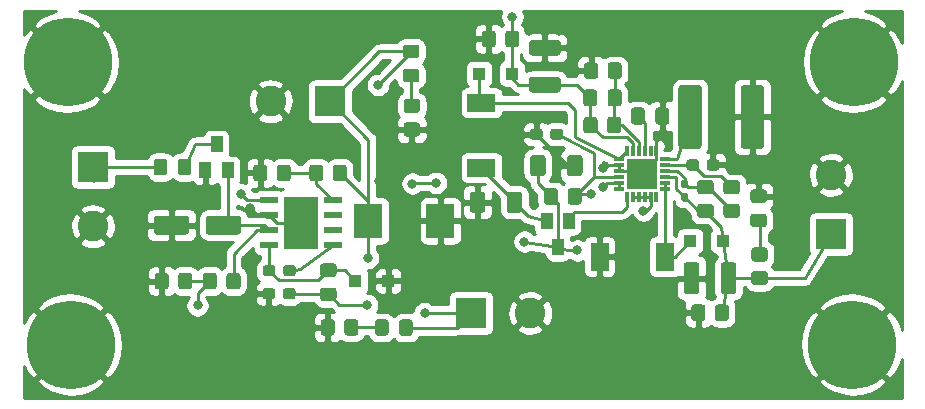
<source format=gtl>
G04 #@! TF.GenerationSoftware,KiCad,Pcbnew,(5.1.12)-1*
G04 #@! TF.CreationDate,2022-10-20T21:35:17-07:00*
G04 #@! TF.ProjectId,Fuente_de_poder,4675656e-7465-45f6-9465-5f706f646572,rev?*
G04 #@! TF.SameCoordinates,Original*
G04 #@! TF.FileFunction,Copper,L1,Top*
G04 #@! TF.FilePolarity,Positive*
%FSLAX46Y46*%
G04 Gerber Fmt 4.6, Leading zero omitted, Abs format (unit mm)*
G04 Created by KiCad (PCBNEW (5.1.12)-1) date 2022-10-20 21:35:17*
%MOMM*%
%LPD*%
G01*
G04 APERTURE LIST*
G04 #@! TA.AperFunction,ComponentPad*
%ADD10C,2.600000*%
G04 #@! TD*
G04 #@! TA.AperFunction,ComponentPad*
%ADD11R,2.600000X2.600000*%
G04 #@! TD*
G04 #@! TA.AperFunction,SMDPad,CuDef*
%ADD12R,2.400000X2.900000*%
G04 #@! TD*
G04 #@! TA.AperFunction,SMDPad,CuDef*
%ADD13R,1.100000X1.100000*%
G04 #@! TD*
G04 #@! TA.AperFunction,ComponentPad*
%ADD14C,7.500000*%
G04 #@! TD*
G04 #@! TA.AperFunction,SMDPad,CuDef*
%ADD15R,2.400000X1.500000*%
G04 #@! TD*
G04 #@! TA.AperFunction,SMDPad,CuDef*
%ADD16R,1.500000X2.400000*%
G04 #@! TD*
G04 #@! TA.AperFunction,SMDPad,CuDef*
%ADD17R,1.000000X1.400000*%
G04 #@! TD*
G04 #@! TA.AperFunction,ComponentPad*
%ADD18C,0.600000*%
G04 #@! TD*
G04 #@! TA.AperFunction,SMDPad,CuDef*
%ADD19R,1.550000X0.600000*%
G04 #@! TD*
G04 #@! TA.AperFunction,SMDPad,CuDef*
%ADD20R,2.950000X4.500000*%
G04 #@! TD*
G04 #@! TA.AperFunction,SMDPad,CuDef*
%ADD21R,2.600000X3.100000*%
G04 #@! TD*
G04 #@! TA.AperFunction,SMDPad,CuDef*
%ADD22R,2.550000X2.550000*%
G04 #@! TD*
G04 #@! TA.AperFunction,SMDPad,CuDef*
%ADD23R,0.300000X0.850000*%
G04 #@! TD*
G04 #@! TA.AperFunction,SMDPad,CuDef*
%ADD24R,0.850000X0.300000*%
G04 #@! TD*
G04 #@! TA.AperFunction,ViaPad*
%ADD25C,0.800000*%
G04 #@! TD*
G04 #@! TA.AperFunction,Conductor*
%ADD26C,0.250000*%
G04 #@! TD*
G04 #@! TA.AperFunction,Conductor*
%ADD27C,0.254000*%
G04 #@! TD*
G04 #@! TA.AperFunction,Conductor*
%ADD28C,0.150000*%
G04 #@! TD*
G04 APERTURE END LIST*
D10*
X152518120Y-107734100D03*
D11*
X147518120Y-107734100D03*
G04 #@! TA.AperFunction,SMDPad,CuDef*
G36*
G01*
X165453000Y-96446060D02*
X165763000Y-96446060D01*
G75*
G02*
X165918000Y-96601060I0J-155000D01*
G01*
X165918000Y-97026060D01*
G75*
G02*
X165763000Y-97181060I-155000J0D01*
G01*
X165453000Y-97181060D01*
G75*
G02*
X165298000Y-97026060I0J155000D01*
G01*
X165298000Y-96601060D01*
G75*
G02*
X165453000Y-96446060I155000J0D01*
G01*
G37*
G04 #@! TD.AperFunction*
G04 #@! TA.AperFunction,SMDPad,CuDef*
G36*
G01*
X165453000Y-97581060D02*
X165763000Y-97581060D01*
G75*
G02*
X165918000Y-97736060I0J-155000D01*
G01*
X165918000Y-98161060D01*
G75*
G02*
X165763000Y-98316060I-155000J0D01*
G01*
X165453000Y-98316060D01*
G75*
G02*
X165298000Y-98161060I0J155000D01*
G01*
X165298000Y-97736060D01*
G75*
G02*
X165453000Y-97581060I155000J0D01*
G01*
G37*
G04 #@! TD.AperFunction*
D12*
X144906460Y-99941380D03*
X138806460Y-99941380D03*
G04 #@! TA.AperFunction,SMDPad,CuDef*
G36*
G01*
X155631720Y-95905081D02*
X155631720Y-94605079D01*
G75*
G02*
X155881719Y-94355080I249999J0D01*
G01*
X156706721Y-94355080D01*
G75*
G02*
X156956720Y-94605079I0J-249999D01*
G01*
X156956720Y-95905081D01*
G75*
G02*
X156706721Y-96155080I-249999J0D01*
G01*
X155881719Y-96155080D01*
G75*
G02*
X155631720Y-95905081I0J249999D01*
G01*
G37*
G04 #@! TD.AperFunction*
G04 #@! TA.AperFunction,SMDPad,CuDef*
G36*
G01*
X152506720Y-95905081D02*
X152506720Y-94605079D01*
G75*
G02*
X152756719Y-94355080I249999J0D01*
G01*
X153581721Y-94355080D01*
G75*
G02*
X153831720Y-94605079I0J-249999D01*
G01*
X153831720Y-95905081D01*
G75*
G02*
X153581721Y-96155080I-249999J0D01*
G01*
X152756719Y-96155080D01*
G75*
G02*
X152506720Y-95905081I0J249999D01*
G01*
G37*
G04 #@! TD.AperFunction*
G04 #@! TA.AperFunction,SMDPad,CuDef*
G36*
G01*
X151845840Y-97711499D02*
X151845840Y-99011501D01*
G75*
G02*
X151595841Y-99261500I-249999J0D01*
G01*
X150770839Y-99261500D01*
G75*
G02*
X150520840Y-99011501I0J249999D01*
G01*
X150520840Y-97711499D01*
G75*
G02*
X150770839Y-97461500I249999J0D01*
G01*
X151595841Y-97461500D01*
G75*
G02*
X151845840Y-97711499I0J-249999D01*
G01*
G37*
G04 #@! TD.AperFunction*
G04 #@! TA.AperFunction,SMDPad,CuDef*
G36*
G01*
X148720840Y-97711499D02*
X148720840Y-99011501D01*
G75*
G02*
X148470841Y-99261500I-249999J0D01*
G01*
X147645839Y-99261500D01*
G75*
G02*
X147395840Y-99011501I0J249999D01*
G01*
X147395840Y-97711499D01*
G75*
G02*
X147645839Y-97461500I249999J0D01*
G01*
X148470841Y-97461500D01*
G75*
G02*
X148720840Y-97711499I0J-249999D01*
G01*
G37*
G04 #@! TD.AperFunction*
G04 #@! TA.AperFunction,SMDPad,CuDef*
G36*
G01*
X123650780Y-99744440D02*
X123650780Y-100844440D01*
G75*
G02*
X123400780Y-101094440I-250000J0D01*
G01*
X120900780Y-101094440D01*
G75*
G02*
X120650780Y-100844440I0J250000D01*
G01*
X120650780Y-99744440D01*
G75*
G02*
X120900780Y-99494440I250000J0D01*
G01*
X123400780Y-99494440D01*
G75*
G02*
X123650780Y-99744440I0J-250000D01*
G01*
G37*
G04 #@! TD.AperFunction*
G04 #@! TA.AperFunction,SMDPad,CuDef*
G36*
G01*
X128050780Y-99744440D02*
X128050780Y-100844440D01*
G75*
G02*
X127800780Y-101094440I-250000J0D01*
G01*
X125300780Y-101094440D01*
G75*
G02*
X125050780Y-100844440I0J250000D01*
G01*
X125050780Y-99744440D01*
G75*
G02*
X125300780Y-99494440I250000J0D01*
G01*
X127800780Y-99494440D01*
G75*
G02*
X128050780Y-99744440I0J-250000D01*
G01*
G37*
G04 #@! TD.AperFunction*
G04 #@! TA.AperFunction,SMDPad,CuDef*
G36*
G01*
X129882440Y-104395280D02*
X129882440Y-103920280D01*
G75*
G02*
X130119940Y-103682780I237500J0D01*
G01*
X130719940Y-103682780D01*
G75*
G02*
X130957440Y-103920280I0J-237500D01*
G01*
X130957440Y-104395280D01*
G75*
G02*
X130719940Y-104632780I-237500J0D01*
G01*
X130119940Y-104632780D01*
G75*
G02*
X129882440Y-104395280I0J237500D01*
G01*
G37*
G04 #@! TD.AperFunction*
G04 #@! TA.AperFunction,SMDPad,CuDef*
G36*
G01*
X131607440Y-104395280D02*
X131607440Y-103920280D01*
G75*
G02*
X131844940Y-103682780I237500J0D01*
G01*
X132444940Y-103682780D01*
G75*
G02*
X132682440Y-103920280I0J-237500D01*
G01*
X132682440Y-104395280D01*
G75*
G02*
X132444940Y-104632780I-237500J0D01*
G01*
X131844940Y-104632780D01*
G75*
G02*
X131607440Y-104395280I0J237500D01*
G01*
G37*
G04 #@! TD.AperFunction*
G04 #@! TA.AperFunction,SMDPad,CuDef*
G36*
G01*
X130926960Y-105858300D02*
X130926960Y-106333300D01*
G75*
G02*
X130689460Y-106570800I-237500J0D01*
G01*
X130089460Y-106570800D01*
G75*
G02*
X129851960Y-106333300I0J237500D01*
G01*
X129851960Y-105858300D01*
G75*
G02*
X130089460Y-105620800I237500J0D01*
G01*
X130689460Y-105620800D01*
G75*
G02*
X130926960Y-105858300I0J-237500D01*
G01*
G37*
G04 #@! TD.AperFunction*
G04 #@! TA.AperFunction,SMDPad,CuDef*
G36*
G01*
X132651960Y-105858300D02*
X132651960Y-106333300D01*
G75*
G02*
X132414460Y-106570800I-237500J0D01*
G01*
X131814460Y-106570800D01*
G75*
G02*
X131576960Y-106333300I0J237500D01*
G01*
X131576960Y-105858300D01*
G75*
G02*
X131814460Y-105620800I237500J0D01*
G01*
X132414460Y-105620800D01*
G75*
G02*
X132651960Y-105858300I0J-237500D01*
G01*
G37*
G04 #@! TD.AperFunction*
G04 #@! TA.AperFunction,SMDPad,CuDef*
G36*
G01*
X159079440Y-89997300D02*
X159079440Y-89047300D01*
G75*
G02*
X159329440Y-88797300I250000J0D01*
G01*
X160004440Y-88797300D01*
G75*
G02*
X160254440Y-89047300I0J-250000D01*
G01*
X160254440Y-89997300D01*
G75*
G02*
X160004440Y-90247300I-250000J0D01*
G01*
X159329440Y-90247300D01*
G75*
G02*
X159079440Y-89997300I0J250000D01*
G01*
G37*
G04 #@! TD.AperFunction*
G04 #@! TA.AperFunction,SMDPad,CuDef*
G36*
G01*
X157004440Y-89997300D02*
X157004440Y-89047300D01*
G75*
G02*
X157254440Y-88797300I250000J0D01*
G01*
X157929440Y-88797300D01*
G75*
G02*
X158179440Y-89047300I0J-250000D01*
G01*
X158179440Y-89997300D01*
G75*
G02*
X157929440Y-90247300I-250000J0D01*
G01*
X157254440Y-90247300D01*
G75*
G02*
X157004440Y-89997300I0J250000D01*
G01*
G37*
G04 #@! TD.AperFunction*
G04 #@! TA.AperFunction,SMDPad,CuDef*
G36*
G01*
X165737080Y-95434160D02*
X165737080Y-94959160D01*
G75*
G02*
X165974580Y-94721660I237500J0D01*
G01*
X166574580Y-94721660D01*
G75*
G02*
X166812080Y-94959160I0J-237500D01*
G01*
X166812080Y-95434160D01*
G75*
G02*
X166574580Y-95671660I-237500J0D01*
G01*
X165974580Y-95671660D01*
G75*
G02*
X165737080Y-95434160I0J237500D01*
G01*
G37*
G04 #@! TD.AperFunction*
G04 #@! TA.AperFunction,SMDPad,CuDef*
G36*
G01*
X167462080Y-95434160D02*
X167462080Y-94959160D01*
G75*
G02*
X167699580Y-94721660I237500J0D01*
G01*
X168299580Y-94721660D01*
G75*
G02*
X168537080Y-94959160I0J-237500D01*
G01*
X168537080Y-95434160D01*
G75*
G02*
X168299580Y-95671660I-237500J0D01*
G01*
X167699580Y-95671660D01*
G75*
G02*
X167462080Y-95434160I0J237500D01*
G01*
G37*
G04 #@! TD.AperFunction*
G04 #@! TA.AperFunction,SMDPad,CuDef*
G36*
G01*
X166844140Y-103682619D02*
X166844140Y-105882621D01*
G75*
G02*
X166594141Y-106132620I-249999J0D01*
G01*
X165769139Y-106132620D01*
G75*
G02*
X165519140Y-105882621I0J249999D01*
G01*
X165519140Y-103682619D01*
G75*
G02*
X165769139Y-103432620I249999J0D01*
G01*
X166594141Y-103432620D01*
G75*
G02*
X166844140Y-103682619I0J-249999D01*
G01*
G37*
G04 #@! TD.AperFunction*
G04 #@! TA.AperFunction,SMDPad,CuDef*
G36*
G01*
X169969140Y-103682619D02*
X169969140Y-105882621D01*
G75*
G02*
X169719141Y-106132620I-249999J0D01*
G01*
X168894139Y-106132620D01*
G75*
G02*
X168644140Y-105882621I0J249999D01*
G01*
X168644140Y-103682619D01*
G75*
G02*
X168894139Y-103432620I249999J0D01*
G01*
X169719141Y-103432620D01*
G75*
G02*
X169969140Y-103682619I0J-249999D01*
G01*
G37*
G04 #@! TD.AperFunction*
G04 #@! TA.AperFunction,SMDPad,CuDef*
G36*
G01*
X154863981Y-89067600D02*
X152663979Y-89067600D01*
G75*
G02*
X152413980Y-88817601I0J249999D01*
G01*
X152413980Y-87992599D01*
G75*
G02*
X152663979Y-87742600I249999J0D01*
G01*
X154863981Y-87742600D01*
G75*
G02*
X155113980Y-87992599I0J-249999D01*
G01*
X155113980Y-88817601D01*
G75*
G02*
X154863981Y-89067600I-249999J0D01*
G01*
G37*
G04 #@! TD.AperFunction*
G04 #@! TA.AperFunction,SMDPad,CuDef*
G36*
G01*
X154863981Y-85942600D02*
X152663979Y-85942600D01*
G75*
G02*
X152413980Y-85692601I0J249999D01*
G01*
X152413980Y-84867599D01*
G75*
G02*
X152663979Y-84617600I249999J0D01*
G01*
X154863981Y-84617600D01*
G75*
G02*
X155113980Y-84867599I0J-249999D01*
G01*
X155113980Y-85692601D01*
G75*
G02*
X154863981Y-85942600I-249999J0D01*
G01*
G37*
G04 #@! TD.AperFunction*
G04 #@! TA.AperFunction,SMDPad,CuDef*
G36*
G01*
X170346640Y-93587741D02*
X170346640Y-88687739D01*
G75*
G02*
X170596639Y-88437740I249999J0D01*
G01*
X172071641Y-88437740D01*
G75*
G02*
X172321640Y-88687739I0J-249999D01*
G01*
X172321640Y-93587741D01*
G75*
G02*
X172071641Y-93837740I-249999J0D01*
G01*
X170596639Y-93837740D01*
G75*
G02*
X170346640Y-93587741I0J249999D01*
G01*
G37*
G04 #@! TD.AperFunction*
G04 #@! TA.AperFunction,SMDPad,CuDef*
G36*
G01*
X165071640Y-93587741D02*
X165071640Y-88687739D01*
G75*
G02*
X165321639Y-88437740I249999J0D01*
G01*
X166796641Y-88437740D01*
G75*
G02*
X167046640Y-88687739I0J-249999D01*
G01*
X167046640Y-93587741D01*
G75*
G02*
X166796641Y-93837740I-249999J0D01*
G01*
X165321639Y-93837740D01*
G75*
G02*
X165071640Y-93587741I0J249999D01*
G01*
G37*
G04 #@! TD.AperFunction*
D13*
X148193300Y-87475060D03*
X150993300Y-87475060D03*
X140515800Y-105016300D03*
X137715800Y-105016300D03*
X166074900Y-101635560D03*
X168874900Y-101635560D03*
G04 #@! TA.AperFunction,SMDPad,CuDef*
G36*
G01*
X142895741Y-86161460D02*
X141995739Y-86161460D01*
G75*
G02*
X141745740Y-85911461I0J249999D01*
G01*
X141745740Y-85261459D01*
G75*
G02*
X141995739Y-85011460I249999J0D01*
G01*
X142895741Y-85011460D01*
G75*
G02*
X143145740Y-85261459I0J-249999D01*
G01*
X143145740Y-85911461D01*
G75*
G02*
X142895741Y-86161460I-249999J0D01*
G01*
G37*
G04 #@! TD.AperFunction*
G04 #@! TA.AperFunction,SMDPad,CuDef*
G36*
G01*
X142895741Y-88211460D02*
X141995739Y-88211460D01*
G75*
G02*
X141745740Y-87961461I0J249999D01*
G01*
X141745740Y-87311459D01*
G75*
G02*
X141995739Y-87061460I249999J0D01*
G01*
X142895741Y-87061460D01*
G75*
G02*
X143145740Y-87311459I0J-249999D01*
G01*
X143145740Y-87961461D01*
G75*
G02*
X142895741Y-88211460I-249999J0D01*
G01*
G37*
G04 #@! TD.AperFunction*
G04 #@! TA.AperFunction,SMDPad,CuDef*
G36*
G01*
X141427620Y-109418541D02*
X141427620Y-108518539D01*
G75*
G02*
X141677619Y-108268540I249999J0D01*
G01*
X142327621Y-108268540D01*
G75*
G02*
X142577620Y-108518539I0J-249999D01*
G01*
X142577620Y-109418541D01*
G75*
G02*
X142327621Y-109668540I-249999J0D01*
G01*
X141677619Y-109668540D01*
G75*
G02*
X141427620Y-109418541I0J249999D01*
G01*
G37*
G04 #@! TD.AperFunction*
G04 #@! TA.AperFunction,SMDPad,CuDef*
G36*
G01*
X139377620Y-109418541D02*
X139377620Y-108518539D01*
G75*
G02*
X139627619Y-108268540I249999J0D01*
G01*
X140277621Y-108268540D01*
G75*
G02*
X140527620Y-108518539I0J-249999D01*
G01*
X140527620Y-109418541D01*
G75*
G02*
X140277621Y-109668540I-249999J0D01*
G01*
X139627619Y-109668540D01*
G75*
G02*
X139377620Y-109418541I0J249999D01*
G01*
G37*
G04 #@! TD.AperFunction*
G04 #@! TA.AperFunction,SMDPad,CuDef*
G36*
G01*
X172311481Y-100472040D02*
X171411479Y-100472040D01*
G75*
G02*
X171161480Y-100222041I0J249999D01*
G01*
X171161480Y-99572039D01*
G75*
G02*
X171411479Y-99322040I249999J0D01*
G01*
X172311481Y-99322040D01*
G75*
G02*
X172561480Y-99572039I0J-249999D01*
G01*
X172561480Y-100222041D01*
G75*
G02*
X172311481Y-100472040I-249999J0D01*
G01*
G37*
G04 #@! TD.AperFunction*
G04 #@! TA.AperFunction,SMDPad,CuDef*
G36*
G01*
X172311481Y-98422040D02*
X171411479Y-98422040D01*
G75*
G02*
X171161480Y-98172041I0J249999D01*
G01*
X171161480Y-97522039D01*
G75*
G02*
X171411479Y-97272040I249999J0D01*
G01*
X172311481Y-97272040D01*
G75*
G02*
X172561480Y-97522039I0J-249999D01*
G01*
X172561480Y-98172041D01*
G75*
G02*
X172311481Y-98422040I-249999J0D01*
G01*
G37*
G04 #@! TD.AperFunction*
G04 #@! TA.AperFunction,SMDPad,CuDef*
G36*
G01*
X121782420Y-94932079D02*
X121782420Y-95832081D01*
G75*
G02*
X121532421Y-96082080I-249999J0D01*
G01*
X120882419Y-96082080D01*
G75*
G02*
X120632420Y-95832081I0J249999D01*
G01*
X120632420Y-94932079D01*
G75*
G02*
X120882419Y-94682080I249999J0D01*
G01*
X121532421Y-94682080D01*
G75*
G02*
X121782420Y-94932079I0J-249999D01*
G01*
G37*
G04 #@! TD.AperFunction*
G04 #@! TA.AperFunction,SMDPad,CuDef*
G36*
G01*
X123832420Y-94932079D02*
X123832420Y-95832081D01*
G75*
G02*
X123582421Y-96082080I-249999J0D01*
G01*
X122932419Y-96082080D01*
G75*
G02*
X122682420Y-95832081I0J249999D01*
G01*
X122682420Y-94932079D01*
G75*
G02*
X122932419Y-94682080I249999J0D01*
G01*
X123582421Y-94682080D01*
G75*
G02*
X123832420Y-94932079I0J-249999D01*
G01*
G37*
G04 #@! TD.AperFunction*
D14*
X113360200Y-86485141D03*
X113635201Y-110403640D03*
X179788139Y-110403640D03*
X179908200Y-86485141D03*
D11*
X115503960Y-95379540D03*
D10*
X115503960Y-100379540D03*
D11*
X135542020Y-89806780D03*
D10*
X130542020Y-89806780D03*
D11*
X177982880Y-101043740D03*
D10*
X177982880Y-96043740D03*
D15*
X148389340Y-95426980D03*
X148389340Y-89926980D03*
D16*
X163900300Y-102966520D03*
X158400300Y-102966520D03*
G04 #@! TA.AperFunction,SMDPad,CuDef*
G36*
G01*
X134977719Y-105589600D02*
X135877721Y-105589600D01*
G75*
G02*
X136127720Y-105839599I0J-249999D01*
G01*
X136127720Y-106489601D01*
G75*
G02*
X135877721Y-106739600I-249999J0D01*
G01*
X134977719Y-106739600D01*
G75*
G02*
X134727720Y-106489601I0J249999D01*
G01*
X134727720Y-105839599D01*
G75*
G02*
X134977719Y-105589600I249999J0D01*
G01*
G37*
G04 #@! TD.AperFunction*
G04 #@! TA.AperFunction,SMDPad,CuDef*
G36*
G01*
X134977719Y-103539600D02*
X135877721Y-103539600D01*
G75*
G02*
X136127720Y-103789599I0J-249999D01*
G01*
X136127720Y-104439601D01*
G75*
G02*
X135877721Y-104689600I-249999J0D01*
G01*
X134977719Y-104689600D01*
G75*
G02*
X134727720Y-104439601I0J249999D01*
G01*
X134727720Y-103789599D01*
G75*
G02*
X134977719Y-103539600I249999J0D01*
G01*
G37*
G04 #@! TD.AperFunction*
D17*
X154861260Y-102120880D03*
X153911260Y-99920880D03*
X155811260Y-99920880D03*
X125018760Y-95661660D03*
X126918760Y-95661660D03*
X125968760Y-93461660D03*
G04 #@! TA.AperFunction,SMDPad,CuDef*
G36*
G01*
X155685440Y-98316201D02*
X155685440Y-97416199D01*
G75*
G02*
X155935439Y-97166200I249999J0D01*
G01*
X156635441Y-97166200D01*
G75*
G02*
X156885440Y-97416199I0J-249999D01*
G01*
X156885440Y-98316201D01*
G75*
G02*
X156635441Y-98566200I-249999J0D01*
G01*
X155935439Y-98566200D01*
G75*
G02*
X155685440Y-98316201I0J249999D01*
G01*
G37*
G04 #@! TD.AperFunction*
G04 #@! TA.AperFunction,SMDPad,CuDef*
G36*
G01*
X153685440Y-98316201D02*
X153685440Y-97416199D01*
G75*
G02*
X153935439Y-97166200I249999J0D01*
G01*
X154635441Y-97166200D01*
G75*
G02*
X154885440Y-97416199I0J-249999D01*
G01*
X154885440Y-98316201D01*
G75*
G02*
X154635441Y-98566200I-249999J0D01*
G01*
X153935439Y-98566200D01*
G75*
G02*
X153685440Y-98316201I0J249999D01*
G01*
G37*
G04 #@! TD.AperFunction*
G04 #@! TA.AperFunction,SMDPad,CuDef*
G36*
G01*
X126003100Y-104578999D02*
X126003100Y-105479001D01*
G75*
G02*
X125753101Y-105729000I-249999J0D01*
G01*
X125053099Y-105729000D01*
G75*
G02*
X124803100Y-105479001I0J249999D01*
G01*
X124803100Y-104578999D01*
G75*
G02*
X125053099Y-104329000I249999J0D01*
G01*
X125753101Y-104329000D01*
G75*
G02*
X126003100Y-104578999I0J-249999D01*
G01*
G37*
G04 #@! TD.AperFunction*
G04 #@! TA.AperFunction,SMDPad,CuDef*
G36*
G01*
X128003100Y-104578999D02*
X128003100Y-105479001D01*
G75*
G02*
X127753101Y-105729000I-249999J0D01*
G01*
X127053099Y-105729000D01*
G75*
G02*
X126803100Y-105479001I0J249999D01*
G01*
X126803100Y-104578999D01*
G75*
G02*
X127053099Y-104329000I249999J0D01*
G01*
X127753101Y-104329000D01*
G75*
G02*
X128003100Y-104578999I0J-249999D01*
G01*
G37*
G04 #@! TD.AperFunction*
G04 #@! TA.AperFunction,SMDPad,CuDef*
G36*
G01*
X123918780Y-104581539D02*
X123918780Y-105481541D01*
G75*
G02*
X123668781Y-105731540I-249999J0D01*
G01*
X122968779Y-105731540D01*
G75*
G02*
X122718780Y-105481541I0J249999D01*
G01*
X122718780Y-104581539D01*
G75*
G02*
X122968779Y-104331540I249999J0D01*
G01*
X123668781Y-104331540D01*
G75*
G02*
X123918780Y-104581539I0J-249999D01*
G01*
G37*
G04 #@! TD.AperFunction*
G04 #@! TA.AperFunction,SMDPad,CuDef*
G36*
G01*
X121918780Y-104581539D02*
X121918780Y-105481541D01*
G75*
G02*
X121668781Y-105731540I-249999J0D01*
G01*
X120968779Y-105731540D01*
G75*
G02*
X120718780Y-105481541I0J249999D01*
G01*
X120718780Y-104581539D01*
G75*
G02*
X120968779Y-104331540I249999J0D01*
G01*
X121668781Y-104331540D01*
G75*
G02*
X121918780Y-104581539I0J-249999D01*
G01*
G37*
G04 #@! TD.AperFunction*
G04 #@! TA.AperFunction,SMDPad,CuDef*
G36*
G01*
X169125479Y-96484640D02*
X170025481Y-96484640D01*
G75*
G02*
X170275480Y-96734639I0J-249999D01*
G01*
X170275480Y-97434641D01*
G75*
G02*
X170025481Y-97684640I-249999J0D01*
G01*
X169125479Y-97684640D01*
G75*
G02*
X168875480Y-97434641I0J249999D01*
G01*
X168875480Y-96734639D01*
G75*
G02*
X169125479Y-96484640I249999J0D01*
G01*
G37*
G04 #@! TD.AperFunction*
G04 #@! TA.AperFunction,SMDPad,CuDef*
G36*
G01*
X169125479Y-98484640D02*
X170025481Y-98484640D01*
G75*
G02*
X170275480Y-98734639I0J-249999D01*
G01*
X170275480Y-99434641D01*
G75*
G02*
X170025481Y-99684640I-249999J0D01*
G01*
X169125479Y-99684640D01*
G75*
G02*
X168875480Y-99434641I0J249999D01*
G01*
X168875480Y-98734639D01*
G75*
G02*
X169125479Y-98484640I249999J0D01*
G01*
G37*
G04 #@! TD.AperFunction*
G04 #@! TA.AperFunction,SMDPad,CuDef*
G36*
G01*
X166910599Y-98487180D02*
X167810601Y-98487180D01*
G75*
G02*
X168060600Y-98737179I0J-249999D01*
G01*
X168060600Y-99437181D01*
G75*
G02*
X167810601Y-99687180I-249999J0D01*
G01*
X166910599Y-99687180D01*
G75*
G02*
X166660600Y-99437181I0J249999D01*
G01*
X166660600Y-98737179D01*
G75*
G02*
X166910599Y-98487180I249999J0D01*
G01*
G37*
G04 #@! TD.AperFunction*
G04 #@! TA.AperFunction,SMDPad,CuDef*
G36*
G01*
X166910599Y-96487180D02*
X167810601Y-96487180D01*
G75*
G02*
X168060600Y-96737179I0J-249999D01*
G01*
X168060600Y-97437181D01*
G75*
G02*
X167810601Y-97687180I-249999J0D01*
G01*
X166910599Y-97687180D01*
G75*
G02*
X166660600Y-97437181I0J249999D01*
G01*
X166660600Y-96737179D01*
G75*
G02*
X166910599Y-96487180I249999J0D01*
G01*
G37*
G04 #@! TD.AperFunction*
G04 #@! TA.AperFunction,SMDPad,CuDef*
G36*
G01*
X159026300Y-92278621D02*
X159026300Y-91378619D01*
G75*
G02*
X159276299Y-91128620I249999J0D01*
G01*
X159976301Y-91128620D01*
G75*
G02*
X160226300Y-91378619I0J-249999D01*
G01*
X160226300Y-92278621D01*
G75*
G02*
X159976301Y-92528620I-249999J0D01*
G01*
X159276299Y-92528620D01*
G75*
G02*
X159026300Y-92278621I0J249999D01*
G01*
G37*
G04 #@! TD.AperFunction*
G04 #@! TA.AperFunction,SMDPad,CuDef*
G36*
G01*
X157026300Y-92278621D02*
X157026300Y-91378619D01*
G75*
G02*
X157276299Y-91128620I249999J0D01*
G01*
X157976301Y-91128620D01*
G75*
G02*
X158226300Y-91378619I0J-249999D01*
G01*
X158226300Y-92278621D01*
G75*
G02*
X157976301Y-92528620I-249999J0D01*
G01*
X157276299Y-92528620D01*
G75*
G02*
X157026300Y-92278621I0J249999D01*
G01*
G37*
G04 #@! TD.AperFunction*
G04 #@! TA.AperFunction,SMDPad,CuDef*
G36*
G01*
X160276340Y-86765979D02*
X160276340Y-87665981D01*
G75*
G02*
X160026341Y-87915980I-249999J0D01*
G01*
X159326339Y-87915980D01*
G75*
G02*
X159076340Y-87665981I0J249999D01*
G01*
X159076340Y-86765979D01*
G75*
G02*
X159326339Y-86515980I249999J0D01*
G01*
X160026341Y-86515980D01*
G75*
G02*
X160276340Y-86765979I0J-249999D01*
G01*
G37*
G04 #@! TD.AperFunction*
G04 #@! TA.AperFunction,SMDPad,CuDef*
G36*
G01*
X158276340Y-86765979D02*
X158276340Y-87665981D01*
G75*
G02*
X158026341Y-87915980I-249999J0D01*
G01*
X157326339Y-87915980D01*
G75*
G02*
X157076340Y-87665981I0J249999D01*
G01*
X157076340Y-86765979D01*
G75*
G02*
X157326339Y-86515980I249999J0D01*
G01*
X158026341Y-86515980D01*
G75*
G02*
X158276340Y-86765979I0J-249999D01*
G01*
G37*
G04 #@! TD.AperFunction*
G04 #@! TA.AperFunction,SMDPad,CuDef*
G36*
G01*
X167349220Y-107261239D02*
X167349220Y-108161241D01*
G75*
G02*
X167099221Y-108411240I-249999J0D01*
G01*
X166399219Y-108411240D01*
G75*
G02*
X166149220Y-108161241I0J249999D01*
G01*
X166149220Y-107261239D01*
G75*
G02*
X166399219Y-107011240I249999J0D01*
G01*
X167099221Y-107011240D01*
G75*
G02*
X167349220Y-107261239I0J-249999D01*
G01*
G37*
G04 #@! TD.AperFunction*
G04 #@! TA.AperFunction,SMDPad,CuDef*
G36*
G01*
X169349220Y-107261239D02*
X169349220Y-108161241D01*
G75*
G02*
X169099221Y-108411240I-249999J0D01*
G01*
X168399219Y-108411240D01*
G75*
G02*
X168149220Y-108161241I0J249999D01*
G01*
X168149220Y-107261239D01*
G75*
G02*
X168399219Y-107011240I249999J0D01*
G01*
X169099221Y-107011240D01*
G75*
G02*
X169349220Y-107261239I0J-249999D01*
G01*
G37*
G04 #@! TD.AperFunction*
G04 #@! TA.AperFunction,SMDPad,CuDef*
G36*
G01*
X135006739Y-95429878D02*
X135006739Y-96329880D01*
G75*
G02*
X134756740Y-96579879I-249999J0D01*
G01*
X134056738Y-96579879D01*
G75*
G02*
X133806739Y-96329880I0J249999D01*
G01*
X133806739Y-95429878D01*
G75*
G02*
X134056738Y-95179879I249999J0D01*
G01*
X134756740Y-95179879D01*
G75*
G02*
X135006739Y-95429878I0J-249999D01*
G01*
G37*
G04 #@! TD.AperFunction*
G04 #@! TA.AperFunction,SMDPad,CuDef*
G36*
G01*
X137006739Y-95429878D02*
X137006739Y-96329880D01*
G75*
G02*
X136756740Y-96579879I-249999J0D01*
G01*
X136056738Y-96579879D01*
G75*
G02*
X135806739Y-96329880I0J249999D01*
G01*
X135806739Y-95429878D01*
G75*
G02*
X136056738Y-95179879I249999J0D01*
G01*
X136756740Y-95179879D01*
G75*
G02*
X137006739Y-95429878I0J-249999D01*
G01*
G37*
G04 #@! TD.AperFunction*
G04 #@! TA.AperFunction,SMDPad,CuDef*
G36*
G01*
X132256739Y-95429878D02*
X132256739Y-96329880D01*
G75*
G02*
X132006740Y-96579879I-249999J0D01*
G01*
X131306738Y-96579879D01*
G75*
G02*
X131056739Y-96329880I0J249999D01*
G01*
X131056739Y-95429878D01*
G75*
G02*
X131306738Y-95179879I249999J0D01*
G01*
X132006740Y-95179879D01*
G75*
G02*
X132256739Y-95429878I0J-249999D01*
G01*
G37*
G04 #@! TD.AperFunction*
G04 #@! TA.AperFunction,SMDPad,CuDef*
G36*
G01*
X130256739Y-95429878D02*
X130256739Y-96329880D01*
G75*
G02*
X130006740Y-96579879I-249999J0D01*
G01*
X129306738Y-96579879D01*
G75*
G02*
X129056739Y-96329880I0J249999D01*
G01*
X129056739Y-95429878D01*
G75*
G02*
X129306738Y-95179879I249999J0D01*
G01*
X130006740Y-95179879D01*
G75*
G02*
X130256739Y-95429878I0J-249999D01*
G01*
G37*
G04 #@! TD.AperFunction*
G04 #@! TA.AperFunction,SMDPad,CuDef*
G36*
G01*
X151612400Y-84083739D02*
X151612400Y-84983741D01*
G75*
G02*
X151362401Y-85233740I-249999J0D01*
G01*
X150662399Y-85233740D01*
G75*
G02*
X150412400Y-84983741I0J249999D01*
G01*
X150412400Y-84083739D01*
G75*
G02*
X150662399Y-83833740I249999J0D01*
G01*
X151362401Y-83833740D01*
G75*
G02*
X151612400Y-84083739I0J-249999D01*
G01*
G37*
G04 #@! TD.AperFunction*
G04 #@! TA.AperFunction,SMDPad,CuDef*
G36*
G01*
X149612400Y-84083739D02*
X149612400Y-84983741D01*
G75*
G02*
X149362401Y-85233740I-249999J0D01*
G01*
X148662399Y-85233740D01*
G75*
G02*
X148412400Y-84983741I0J249999D01*
G01*
X148412400Y-84083739D01*
G75*
G02*
X148662399Y-83833740I249999J0D01*
G01*
X149362401Y-83833740D01*
G75*
G02*
X149612400Y-84083739I0J-249999D01*
G01*
G37*
G04 #@! TD.AperFunction*
G04 #@! TA.AperFunction,SMDPad,CuDef*
G36*
G01*
X142051619Y-91599460D02*
X142951621Y-91599460D01*
G75*
G02*
X143201620Y-91849459I0J-249999D01*
G01*
X143201620Y-92549461D01*
G75*
G02*
X142951621Y-92799460I-249999J0D01*
G01*
X142051619Y-92799460D01*
G75*
G02*
X141801620Y-92549461I0J249999D01*
G01*
X141801620Y-91849459D01*
G75*
G02*
X142051619Y-91599460I249999J0D01*
G01*
G37*
G04 #@! TD.AperFunction*
G04 #@! TA.AperFunction,SMDPad,CuDef*
G36*
G01*
X142051619Y-89599460D02*
X142951621Y-89599460D01*
G75*
G02*
X143201620Y-89849459I0J-249999D01*
G01*
X143201620Y-90549461D01*
G75*
G02*
X142951621Y-90799460I-249999J0D01*
G01*
X142051619Y-90799460D01*
G75*
G02*
X141801620Y-90549461I0J249999D01*
G01*
X141801620Y-89849459D01*
G75*
G02*
X142051619Y-89599460I249999J0D01*
G01*
G37*
G04 #@! TD.AperFunction*
G04 #@! TA.AperFunction,SMDPad,CuDef*
G36*
G01*
X137977680Y-108500759D02*
X137977680Y-109400761D01*
G75*
G02*
X137727681Y-109650760I-249999J0D01*
G01*
X137027679Y-109650760D01*
G75*
G02*
X136777680Y-109400761I0J249999D01*
G01*
X136777680Y-108500759D01*
G75*
G02*
X137027679Y-108250760I249999J0D01*
G01*
X137727681Y-108250760D01*
G75*
G02*
X137977680Y-108500759I0J-249999D01*
G01*
G37*
G04 #@! TD.AperFunction*
G04 #@! TA.AperFunction,SMDPad,CuDef*
G36*
G01*
X135977680Y-108500759D02*
X135977680Y-109400761D01*
G75*
G02*
X135727681Y-109650760I-249999J0D01*
G01*
X135027679Y-109650760D01*
G75*
G02*
X134777680Y-109400761I0J249999D01*
G01*
X134777680Y-108500759D01*
G75*
G02*
X135027679Y-108250760I249999J0D01*
G01*
X135727681Y-108250760D01*
G75*
G02*
X135977680Y-108500759I0J-249999D01*
G01*
G37*
G04 #@! TD.AperFunction*
G04 #@! TA.AperFunction,SMDPad,CuDef*
G36*
G01*
X171492759Y-102176780D02*
X172392761Y-102176780D01*
G75*
G02*
X172642760Y-102426779I0J-249999D01*
G01*
X172642760Y-103126781D01*
G75*
G02*
X172392761Y-103376780I-249999J0D01*
G01*
X171492759Y-103376780D01*
G75*
G02*
X171242760Y-103126781I0J249999D01*
G01*
X171242760Y-102426779D01*
G75*
G02*
X171492759Y-102176780I249999J0D01*
G01*
G37*
G04 #@! TD.AperFunction*
G04 #@! TA.AperFunction,SMDPad,CuDef*
G36*
G01*
X171492759Y-104176780D02*
X172392761Y-104176780D01*
G75*
G02*
X172642760Y-104426779I0J-249999D01*
G01*
X172642760Y-105126781D01*
G75*
G02*
X172392761Y-105376780I-249999J0D01*
G01*
X171492759Y-105376780D01*
G75*
G02*
X171242760Y-105126781I0J249999D01*
G01*
X171242760Y-104426779D01*
G75*
G02*
X171492759Y-104176780I249999J0D01*
G01*
G37*
G04 #@! TD.AperFunction*
D18*
X132531560Y-98303940D03*
X132531560Y-99403940D03*
X133731560Y-99403940D03*
X133731560Y-98303940D03*
X132531560Y-101903940D03*
X132531560Y-100703940D03*
X133731560Y-100703940D03*
X133731560Y-101903940D03*
D19*
X130431560Y-102008940D03*
X130431560Y-100738940D03*
X130431560Y-99468940D03*
X130431560Y-98198940D03*
X135831560Y-98198940D03*
X135831560Y-99468940D03*
X135831560Y-100738940D03*
X135831560Y-102008940D03*
D20*
X133131560Y-100103940D03*
D21*
X133131560Y-100103940D03*
D22*
X161960560Y-95971360D03*
D23*
X160710560Y-94021360D03*
X161210560Y-94021360D03*
X161710560Y-94021360D03*
X162210560Y-94021360D03*
X162710560Y-94021360D03*
X163210560Y-94021360D03*
D24*
X163910560Y-94721360D03*
X163910560Y-95221360D03*
X163910560Y-95721360D03*
X163910560Y-96221360D03*
X163910560Y-96721360D03*
X163910560Y-97221360D03*
D23*
X163210560Y-97921360D03*
X162710560Y-97921360D03*
X162210560Y-97921360D03*
X161710560Y-97921360D03*
X161210560Y-97921360D03*
X160710560Y-97921360D03*
D24*
X160010560Y-97221360D03*
X160010560Y-96721360D03*
X160010560Y-96221360D03*
X160010560Y-95721360D03*
X160010560Y-95221360D03*
X160010560Y-94721360D03*
G04 #@! TA.AperFunction,SMDPad,CuDef*
G36*
G01*
X163124300Y-91534000D02*
X163124300Y-90584000D01*
G75*
G02*
X163374300Y-90334000I250000J0D01*
G01*
X164049300Y-90334000D01*
G75*
G02*
X164299300Y-90584000I0J-250000D01*
G01*
X164299300Y-91534000D01*
G75*
G02*
X164049300Y-91784000I-250000J0D01*
G01*
X163374300Y-91784000D01*
G75*
G02*
X163124300Y-91534000I0J250000D01*
G01*
G37*
G04 #@! TD.AperFunction*
G04 #@! TA.AperFunction,SMDPad,CuDef*
G36*
G01*
X161049300Y-91534000D02*
X161049300Y-90584000D01*
G75*
G02*
X161299300Y-90334000I250000J0D01*
G01*
X161974300Y-90334000D01*
G75*
G02*
X162224300Y-90584000I0J-250000D01*
G01*
X162224300Y-91534000D01*
G75*
G02*
X161974300Y-91784000I-250000J0D01*
G01*
X161299300Y-91784000D01*
G75*
G02*
X161049300Y-91534000I0J250000D01*
G01*
G37*
G04 #@! TD.AperFunction*
G04 #@! TA.AperFunction,SMDPad,CuDef*
G36*
G01*
X155296060Y-92370900D02*
X155296060Y-92845900D01*
G75*
G02*
X155058560Y-93083400I-237500J0D01*
G01*
X154458560Y-93083400D01*
G75*
G02*
X154221060Y-92845900I0J237500D01*
G01*
X154221060Y-92370900D01*
G75*
G02*
X154458560Y-92133400I237500J0D01*
G01*
X155058560Y-92133400D01*
G75*
G02*
X155296060Y-92370900I0J-237500D01*
G01*
G37*
G04 #@! TD.AperFunction*
G04 #@! TA.AperFunction,SMDPad,CuDef*
G36*
G01*
X153571060Y-92370900D02*
X153571060Y-92845900D01*
G75*
G02*
X153333560Y-93083400I-237500J0D01*
G01*
X152733560Y-93083400D01*
G75*
G02*
X152496060Y-92845900I0J237500D01*
G01*
X152496060Y-92370900D01*
G75*
G02*
X152733560Y-92133400I237500J0D01*
G01*
X153333560Y-92133400D01*
G75*
G02*
X153571060Y-92370900I0J-237500D01*
G01*
G37*
G04 #@! TD.AperFunction*
D25*
X158668720Y-97038160D03*
X156512260Y-102440740D03*
X152024080Y-101681280D03*
X144531080Y-96723200D03*
X142557500Y-96774000D03*
X139654280Y-88419940D03*
X138770360Y-103068120D03*
X138696700Y-107035600D03*
X163723320Y-89590880D03*
X163634420Y-92748100D03*
X158724600Y-95486220D03*
X128816100Y-98876340D03*
X162560000Y-88900000D03*
X162560000Y-86360000D03*
X162560000Y-83820000D03*
X165100000Y-83820000D03*
X165100000Y-86360000D03*
X167640000Y-86360000D03*
X167640000Y-83820000D03*
X170180000Y-83820000D03*
X170180000Y-86360000D03*
X172720000Y-86360000D03*
X172720000Y-83820000D03*
X175260000Y-83820000D03*
X175260000Y-86360000D03*
X175260000Y-88900000D03*
X175260000Y-91440000D03*
X175260000Y-106680000D03*
X175260000Y-109220000D03*
X175260000Y-111760000D03*
X175260000Y-114300000D03*
X172720000Y-106680000D03*
X172720000Y-109220000D03*
X172720000Y-111760000D03*
X172720000Y-114300000D03*
X170180000Y-114300000D03*
X170180000Y-111760000D03*
X170180000Y-109220000D03*
X167640000Y-111760000D03*
X167640000Y-114300000D03*
X165100000Y-114300000D03*
X165100000Y-111760000D03*
X165100000Y-109220000D03*
X162560000Y-109220000D03*
X162560000Y-111760000D03*
X162560000Y-114300000D03*
X160020000Y-114300000D03*
X160020000Y-111760000D03*
X160020000Y-109220000D03*
X157480000Y-109220000D03*
X157480000Y-111760000D03*
X157480000Y-114300000D03*
X154940000Y-114300000D03*
X152400000Y-114300000D03*
X149860000Y-114300000D03*
X147320000Y-114300000D03*
X144780000Y-114300000D03*
X182880000Y-114300000D03*
X182880000Y-106680000D03*
X160020000Y-83820000D03*
X157480000Y-83820000D03*
X147320000Y-83820000D03*
X144780000Y-83820000D03*
X144780000Y-86360000D03*
X139700000Y-83820000D03*
X142240000Y-83820000D03*
X139700000Y-96520000D03*
X127000000Y-83820000D03*
X127000000Y-86360000D03*
X127000000Y-88900000D03*
X124460000Y-88900000D03*
X124460000Y-86360000D03*
X124460000Y-83820000D03*
X121920000Y-83820000D03*
X121920000Y-86360000D03*
X119380000Y-86360000D03*
X119380000Y-83820000D03*
X119380000Y-88900000D03*
X121920000Y-88900000D03*
X121920000Y-91440000D03*
X119380000Y-91440000D03*
X124460000Y-91440000D03*
X127000000Y-91440000D03*
X116840000Y-91440000D03*
X114300000Y-91440000D03*
X111760000Y-91440000D03*
X111760000Y-104140000D03*
X114300000Y-104140000D03*
X116840000Y-104140000D03*
X119380000Y-104140000D03*
X119380000Y-106680000D03*
X116840000Y-106680000D03*
X119380000Y-109220000D03*
X119380000Y-111760000D03*
X119380000Y-114300000D03*
X121920000Y-114300000D03*
X121920000Y-111760000D03*
X121920000Y-109220000D03*
X124460000Y-109220000D03*
X127000000Y-109220000D03*
X129540000Y-109220000D03*
X132080000Y-109220000D03*
X132080000Y-111760000D03*
X137160000Y-111760000D03*
X134620000Y-111760000D03*
X139700000Y-111760000D03*
X142240000Y-111760000D03*
X142240000Y-114300000D03*
X139700000Y-114300000D03*
X137160000Y-114300000D03*
X134620000Y-114300000D03*
X132080000Y-114300000D03*
X129540000Y-114300000D03*
X127000000Y-114300000D03*
X124460000Y-114300000D03*
X124460000Y-111760000D03*
X127000000Y-111760000D03*
X129540000Y-111760000D03*
X154940000Y-83820000D03*
X152400000Y-83820000D03*
X142240000Y-104140000D03*
X142240000Y-106680000D03*
X147320000Y-101600000D03*
X149860000Y-101600000D03*
X142240000Y-93980000D03*
X157642560Y-97652840D03*
X162115500Y-99070160D03*
X151015700Y-82649060D03*
X143583660Y-107741720D03*
X128069340Y-97683320D03*
X124355860Y-107096560D03*
D26*
X135358920Y-106095800D02*
X135427720Y-106164600D01*
X132114460Y-106095800D02*
X135358920Y-106095800D01*
X138806460Y-98279600D02*
X138806460Y-99941380D01*
X136406739Y-95879879D02*
X138806460Y-98279600D01*
X153169220Y-96749980D02*
X154285440Y-97866200D01*
X153169220Y-95255080D02*
X153169220Y-96749980D01*
X142608300Y-96723200D02*
X142557500Y-96774000D01*
X144531080Y-96723200D02*
X142608300Y-96723200D01*
X142445740Y-85628480D02*
X142445740Y-85586460D01*
X139654280Y-88419940D02*
X142445740Y-85628480D01*
X160010560Y-96721360D02*
X158985520Y-96721360D01*
X158985520Y-96721360D02*
X158668720Y-97038160D01*
X160010560Y-96721360D02*
X160010560Y-97221360D01*
X154901900Y-98482660D02*
X154285440Y-97866200D01*
X154861260Y-102120880D02*
X154901900Y-98482660D01*
X155638320Y-102440740D02*
X154861260Y-102120880D01*
X156512260Y-102440740D02*
X155638320Y-102440740D01*
X152047120Y-101704320D02*
X152024080Y-101681280D01*
X154861260Y-102120880D02*
X152047120Y-101704320D01*
X138806460Y-93071220D02*
X135542020Y-89806780D01*
X138806460Y-99941380D02*
X138806460Y-93071220D01*
X139762340Y-85586460D02*
X135542020Y-89806780D01*
X142445740Y-85586460D02*
X139762340Y-85586460D01*
X138806460Y-103032020D02*
X138770360Y-103068120D01*
X138806460Y-99941380D02*
X138806460Y-103032020D01*
X138696700Y-107035600D02*
X136372600Y-107035600D01*
X135501600Y-106164600D02*
X135427720Y-106164600D01*
X136372600Y-107035600D02*
X135501600Y-106164600D01*
X163711800Y-89602400D02*
X163723320Y-89590880D01*
X163711800Y-91059000D02*
X163711800Y-89602400D01*
X163210560Y-93171960D02*
X163634420Y-92748100D01*
X163210560Y-94021360D02*
X163210560Y-93171960D01*
X163137961Y-94296119D02*
X163137961Y-94793959D01*
X163137961Y-94793959D02*
X161960560Y-95971360D01*
X163210560Y-94223520D02*
X163137961Y-94296119D01*
X163210560Y-94021360D02*
X163210560Y-94223520D01*
X161710560Y-95721360D02*
X160010560Y-95721360D01*
X161960560Y-95971360D02*
X161710560Y-95721360D01*
X160010560Y-95221360D02*
X160010560Y-95721360D01*
X158989460Y-95221360D02*
X158724600Y-95486220D01*
X160010560Y-95221360D02*
X158989460Y-95221360D01*
X131066560Y-100103940D02*
X130431560Y-99468940D01*
X133131560Y-100103940D02*
X131066560Y-100103940D01*
X129408700Y-99468940D02*
X128816100Y-98876340D01*
X130431560Y-99468940D02*
X129408700Y-99468940D01*
X155754160Y-95255080D02*
X156294220Y-95255080D01*
X153033560Y-92608400D02*
X155754160Y-95255080D01*
X151183340Y-98220980D02*
X148389340Y-95426980D01*
X151183340Y-98361500D02*
X151183340Y-98220980D01*
X152326160Y-99504320D02*
X151183340Y-98361500D01*
X153911260Y-99920880D02*
X152326160Y-99504320D01*
X129987060Y-100294440D02*
X130431560Y-100738940D01*
X126550780Y-100294440D02*
X129987060Y-100294440D01*
X126918760Y-99926460D02*
X126550780Y-100294440D01*
X126918760Y-95661660D02*
X126918760Y-99926460D01*
X129406560Y-100738940D02*
X130431560Y-100738940D01*
X127403100Y-102742400D02*
X129406560Y-100738940D01*
X127403100Y-105029000D02*
X127403100Y-102742400D01*
X162710560Y-97921360D02*
X161210560Y-97921360D01*
X159457580Y-96221360D02*
X160010560Y-96221360D01*
X156285440Y-97866200D02*
X157930280Y-96221360D01*
X157930280Y-96221360D02*
X160036700Y-96221360D01*
X160036700Y-96221360D02*
X160010560Y-96221360D01*
X156498800Y-97652840D02*
X156285440Y-97866200D01*
X157642560Y-97652840D02*
X156498800Y-97652840D01*
X162710560Y-98663060D02*
X162710560Y-97921360D01*
X162303460Y-99070160D02*
X162710560Y-98663060D01*
X162115500Y-99070160D02*
X162303460Y-99070160D01*
X157934660Y-94200980D02*
X157930280Y-96221360D01*
X154758560Y-92608400D02*
X157934660Y-94200980D01*
X133029960Y-104028240D02*
X135831560Y-102008940D01*
X132144940Y-104157780D02*
X133029960Y-104028240D01*
X137715800Y-105016300D02*
X137715800Y-104883300D01*
X130431560Y-104146160D02*
X130419940Y-104157780D01*
X130431560Y-102008940D02*
X130431560Y-104146160D01*
X134584530Y-104957790D02*
X135427720Y-104114600D01*
X131219950Y-104957790D02*
X134584530Y-104957790D01*
X130419940Y-104157780D02*
X131219950Y-104957790D01*
X136814100Y-104114600D02*
X137715800Y-105016300D01*
X135427720Y-104114600D02*
X136814100Y-104114600D01*
X162210560Y-91632760D02*
X161636800Y-91059000D01*
X162210560Y-94021360D02*
X162210560Y-91632760D01*
X164985097Y-95721360D02*
X163910560Y-95721360D01*
X165608000Y-96344263D02*
X164985097Y-95721360D01*
X165608000Y-96813560D02*
X165608000Y-96344263D01*
X165881620Y-97087180D02*
X165608000Y-96813560D01*
X167360600Y-97087180D02*
X165881620Y-97087180D01*
X167578020Y-97087180D02*
X169575480Y-99084640D01*
X167360600Y-97087180D02*
X167578020Y-97087180D01*
X164570562Y-96221360D02*
X163910560Y-96221360D01*
X164856160Y-96255840D02*
X164570562Y-96221360D01*
X164856160Y-97210880D02*
X164856160Y-96255840D01*
X165608000Y-97948560D02*
X164856160Y-97210880D01*
X166746620Y-99087180D02*
X165608000Y-97948560D01*
X167360600Y-99087180D02*
X166746620Y-99087180D01*
X168712340Y-100438920D02*
X167360600Y-99087180D01*
X168874900Y-101635560D02*
X169306640Y-104782620D01*
X169306640Y-104782620D02*
X168749220Y-107711240D01*
X168874900Y-101635560D02*
X168712340Y-100438920D01*
X171936920Y-104782620D02*
X171942760Y-104776780D01*
X169306640Y-104782620D02*
X171936920Y-104782620D01*
X175748440Y-104776780D02*
X171942760Y-104776780D01*
X177982880Y-101043740D02*
X175748440Y-104776780D01*
X158651310Y-92853630D02*
X157626300Y-91828620D01*
X160702832Y-92853630D02*
X158651310Y-92853630D01*
X161210560Y-93361358D02*
X160702832Y-92853630D01*
X157626300Y-89556660D02*
X157591940Y-89522300D01*
X157626300Y-91828620D02*
X157626300Y-89556660D01*
X156474740Y-88405100D02*
X153763980Y-88405100D01*
X157591940Y-89522300D02*
X156474740Y-88405100D01*
X150993300Y-87475060D02*
X150993300Y-87869220D01*
X151529180Y-88405100D02*
X153763980Y-88405100D01*
X150993300Y-87869220D02*
X151529180Y-88405100D01*
X150993300Y-84552840D02*
X151012400Y-84533740D01*
X150993300Y-87475060D02*
X150993300Y-84552840D01*
X151012400Y-82652360D02*
X151015700Y-82649060D01*
X151012400Y-84533740D02*
X151012400Y-82652360D01*
X147510500Y-107741720D02*
X147518120Y-107734100D01*
X143583660Y-107741720D02*
X147510500Y-107741720D01*
X147518120Y-107734100D02*
X146137740Y-107734100D01*
X161210560Y-94021360D02*
X161210560Y-93361358D01*
X146283680Y-108968540D02*
X147518120Y-107734100D01*
X142002620Y-108968540D02*
X146283680Y-108968540D01*
X160314232Y-91828620D02*
X159626300Y-91828620D01*
X161710560Y-93224948D02*
X160314232Y-91828620D01*
X159626300Y-89562940D02*
X159666940Y-89522300D01*
X159626300Y-91828620D02*
X159626300Y-89562940D01*
X159676340Y-89512900D02*
X159666940Y-89522300D01*
X159676340Y-87215980D02*
X159676340Y-89512900D01*
X161710560Y-94021360D02*
X161710560Y-93224948D01*
X166274580Y-95196660D02*
X163910560Y-95221360D01*
X165835160Y-95115380D02*
X166274580Y-95196660D01*
X167240090Y-96162170D02*
X166274580Y-95196660D01*
X168653010Y-96162170D02*
X167240090Y-96162170D01*
X169575480Y-97084640D02*
X168653010Y-96162170D01*
X164929820Y-94721680D02*
X166059140Y-91137740D01*
X163910560Y-94721360D02*
X164929820Y-94721680D01*
X160010560Y-94721360D02*
X160710560Y-94021360D01*
X148193300Y-89730940D02*
X148389340Y-89926980D01*
X148193300Y-87475060D02*
X148193300Y-89730940D01*
X155751080Y-89926980D02*
X148389340Y-89926980D01*
X156342080Y-90581480D02*
X155751080Y-89926980D01*
X156342080Y-92867480D02*
X156342080Y-90581480D01*
X160010560Y-94721360D02*
X156342080Y-92867480D01*
X163910560Y-96721360D02*
X163910560Y-97221360D01*
X163910560Y-102453340D02*
X163905380Y-102458520D01*
X164062860Y-102616000D02*
X163905380Y-102458520D01*
X163910560Y-102956260D02*
X163900300Y-102966520D01*
X163910560Y-97221360D02*
X163910560Y-102956260D01*
X164250820Y-102616000D02*
X163900300Y-102966520D01*
X164743940Y-102966520D02*
X166074900Y-101635560D01*
X163900300Y-102966520D02*
X164743940Y-102966520D01*
X142445740Y-90143580D02*
X142501620Y-90199460D01*
X142445740Y-87636460D02*
X142445740Y-90143580D01*
X137432800Y-108968540D02*
X137389620Y-109011720D01*
X137377680Y-108950760D02*
X137432800Y-108968540D01*
X139934840Y-108950760D02*
X139952620Y-108968540D01*
X137377680Y-108950760D02*
X139934840Y-108950760D01*
X171942760Y-99978320D02*
X171861480Y-99897040D01*
X171942760Y-102776780D02*
X171942760Y-99978320D01*
X124183140Y-93461840D02*
X125968760Y-93461660D01*
X123257420Y-95382080D02*
X124183140Y-93461840D01*
X115514120Y-96512380D02*
X115570000Y-96547940D01*
X121207420Y-95382080D02*
X115503960Y-95379540D01*
X160329880Y-99143820D02*
X156212400Y-99143820D01*
X156212400Y-99143820D02*
X155811260Y-99920880D01*
X160710560Y-98763140D02*
X160329880Y-99143820D01*
X160710560Y-97921360D02*
X160710560Y-98763140D01*
X130304560Y-98071940D02*
X130431560Y-98198940D01*
X125403100Y-105029000D02*
X123318780Y-105031540D01*
X128584960Y-98198940D02*
X128069340Y-97683320D01*
X130431560Y-98198940D02*
X128584960Y-98198940D01*
X124355860Y-106076240D02*
X125403100Y-105029000D01*
X124355860Y-107096560D02*
X124355860Y-106076240D01*
X131656739Y-95879879D02*
X134406739Y-95879879D01*
X134406739Y-96774119D02*
X135831560Y-98198940D01*
X134406739Y-95879879D02*
X134406739Y-96774119D01*
D27*
X111716617Y-82396942D02*
X110950630Y-82796142D01*
X110874112Y-82847269D01*
X110447933Y-83393269D01*
X113360200Y-86305536D01*
X116272467Y-83393269D01*
X115846288Y-82847269D01*
X115088805Y-82432158D01*
X114332234Y-82194000D01*
X150083916Y-82194000D01*
X150020474Y-82347162D01*
X149980700Y-82547121D01*
X149980700Y-82750999D01*
X150020474Y-82950958D01*
X150098495Y-83139316D01*
X150211763Y-83308834D01*
X150220659Y-83317730D01*
X150169013Y-83345335D01*
X150087763Y-83412016D01*
X150063585Y-83382555D01*
X149966894Y-83303203D01*
X149856580Y-83244238D01*
X149736882Y-83207928D01*
X149612400Y-83195668D01*
X149298150Y-83198740D01*
X149139400Y-83357490D01*
X149139400Y-84406740D01*
X149159400Y-84406740D01*
X149159400Y-84660740D01*
X149139400Y-84660740D01*
X149139400Y-85709990D01*
X149298150Y-85868740D01*
X149612400Y-85871812D01*
X149736882Y-85859552D01*
X149856580Y-85823242D01*
X149966894Y-85764277D01*
X150063585Y-85684925D01*
X150087763Y-85655464D01*
X150169013Y-85722145D01*
X150233301Y-85756508D01*
X150233300Y-86325189D01*
X150199120Y-86335558D01*
X150088806Y-86394523D01*
X149992115Y-86473875D01*
X149912763Y-86570566D01*
X149853798Y-86680880D01*
X149817488Y-86800578D01*
X149805228Y-86925060D01*
X149805228Y-88025060D01*
X149817488Y-88149542D01*
X149853798Y-88269240D01*
X149912763Y-88379554D01*
X149992115Y-88476245D01*
X150088806Y-88555597D01*
X150199120Y-88614562D01*
X150318818Y-88650872D01*
X150443300Y-88663132D01*
X150712411Y-88663132D01*
X150965380Y-88916102D01*
X150989179Y-88945101D01*
X151104904Y-89040074D01*
X151236933Y-89110646D01*
X151380194Y-89154103D01*
X151491847Y-89165100D01*
X151491855Y-89165100D01*
X151510944Y-89166980D01*
X150226427Y-89166980D01*
X150215152Y-89052498D01*
X150178842Y-88932800D01*
X150119877Y-88822486D01*
X150040525Y-88725795D01*
X149943834Y-88646443D01*
X149833520Y-88587478D01*
X149713822Y-88551168D01*
X149589340Y-88538908D01*
X149118130Y-88538908D01*
X149194485Y-88476245D01*
X149273837Y-88379554D01*
X149332802Y-88269240D01*
X149369112Y-88149542D01*
X149381372Y-88025060D01*
X149381372Y-86925060D01*
X149369112Y-86800578D01*
X149332802Y-86680880D01*
X149273837Y-86570566D01*
X149194485Y-86473875D01*
X149097794Y-86394523D01*
X148987480Y-86335558D01*
X148867782Y-86299248D01*
X148743300Y-86286988D01*
X147643300Y-86286988D01*
X147518818Y-86299248D01*
X147399120Y-86335558D01*
X147288806Y-86394523D01*
X147192115Y-86473875D01*
X147112763Y-86570566D01*
X147053798Y-86680880D01*
X147017488Y-86800578D01*
X147005228Y-86925060D01*
X147005228Y-88025060D01*
X147017488Y-88149542D01*
X147053798Y-88269240D01*
X147112763Y-88379554D01*
X147192115Y-88476245D01*
X147268470Y-88538908D01*
X147189340Y-88538908D01*
X147064858Y-88551168D01*
X146945160Y-88587478D01*
X146834846Y-88646443D01*
X146738155Y-88725795D01*
X146658803Y-88822486D01*
X146599838Y-88932800D01*
X146563528Y-89052498D01*
X146551268Y-89176980D01*
X146551268Y-90676980D01*
X146563528Y-90801462D01*
X146599838Y-90921160D01*
X146658803Y-91031474D01*
X146738155Y-91128165D01*
X146834846Y-91207517D01*
X146945160Y-91266482D01*
X147064858Y-91302792D01*
X147189340Y-91315052D01*
X149589340Y-91315052D01*
X149713822Y-91302792D01*
X149833520Y-91266482D01*
X149943834Y-91207517D01*
X150040525Y-91128165D01*
X150119877Y-91031474D01*
X150178842Y-90921160D01*
X150215152Y-90801462D01*
X150226427Y-90686980D01*
X155413353Y-90686980D01*
X155582081Y-90873837D01*
X155582081Y-91673318D01*
X155545002Y-91642888D01*
X155393627Y-91561977D01*
X155229376Y-91512152D01*
X155058560Y-91495328D01*
X154458560Y-91495328D01*
X154287744Y-91512152D01*
X154123493Y-91561977D01*
X153973454Y-91642174D01*
X153925554Y-91602863D01*
X153815240Y-91543898D01*
X153695542Y-91507588D01*
X153571060Y-91495328D01*
X153319310Y-91498400D01*
X153160560Y-91657150D01*
X153160560Y-92481400D01*
X153180560Y-92481400D01*
X153180560Y-92735400D01*
X153160560Y-92735400D01*
X153160560Y-92755400D01*
X152906560Y-92755400D01*
X152906560Y-92735400D01*
X152019810Y-92735400D01*
X151861060Y-92894150D01*
X151857988Y-93083400D01*
X151870248Y-93207882D01*
X151906558Y-93327580D01*
X151965523Y-93437894D01*
X152044875Y-93534585D01*
X152141566Y-93613937D01*
X152251880Y-93672902D01*
X152371578Y-93709212D01*
X152496060Y-93721472D01*
X152741847Y-93718473D01*
X152583465Y-93734072D01*
X152416869Y-93784608D01*
X152263333Y-93866675D01*
X152128758Y-93977118D01*
X152018315Y-94111693D01*
X151936248Y-94265229D01*
X151885712Y-94431825D01*
X151868648Y-94605079D01*
X151868648Y-95905081D01*
X151885712Y-96078335D01*
X151936248Y-96244931D01*
X152018315Y-96398467D01*
X152128758Y-96533042D01*
X152263333Y-96643485D01*
X152408396Y-96721023D01*
X152405544Y-96749980D01*
X152409221Y-96787313D01*
X152420218Y-96898966D01*
X152432118Y-96938195D01*
X152463674Y-97042226D01*
X152534246Y-97174256D01*
X152605421Y-97260982D01*
X152629220Y-97289981D01*
X152658218Y-97313779D01*
X153047368Y-97702930D01*
X153047368Y-98316201D01*
X153064432Y-98489455D01*
X153114968Y-98656051D01*
X153116291Y-98658526D01*
X153056766Y-98690343D01*
X152960075Y-98769695D01*
X152882163Y-98864631D01*
X152718178Y-98821536D01*
X152483912Y-98587270D01*
X152483912Y-97711499D01*
X152466848Y-97538245D01*
X152416312Y-97371649D01*
X152334245Y-97218113D01*
X152223802Y-97083538D01*
X152089227Y-96973095D01*
X151935691Y-96891028D01*
X151769095Y-96840492D01*
X151595841Y-96823428D01*
X150860590Y-96823428D01*
X150226222Y-96189061D01*
X150227412Y-96176980D01*
X150227412Y-94676980D01*
X150215152Y-94552498D01*
X150178842Y-94432800D01*
X150119877Y-94322486D01*
X150040525Y-94225795D01*
X149943834Y-94146443D01*
X149833520Y-94087478D01*
X149713822Y-94051168D01*
X149589340Y-94038908D01*
X147189340Y-94038908D01*
X147064858Y-94051168D01*
X146945160Y-94087478D01*
X146834846Y-94146443D01*
X146738155Y-94225795D01*
X146658803Y-94322486D01*
X146599838Y-94432800D01*
X146563528Y-94552498D01*
X146551268Y-94676980D01*
X146551268Y-96176980D01*
X146563528Y-96301462D01*
X146599838Y-96421160D01*
X146658803Y-96531474D01*
X146738155Y-96628165D01*
X146834846Y-96707517D01*
X146945160Y-96766482D01*
X147064858Y-96802792D01*
X147189340Y-96815052D01*
X148702611Y-96815052D01*
X148711066Y-96823508D01*
X148344090Y-96826500D01*
X148185340Y-96985250D01*
X148185340Y-98234500D01*
X149197090Y-98234500D01*
X149355840Y-98075750D01*
X149358863Y-97471305D01*
X149882768Y-97995210D01*
X149882768Y-99011501D01*
X149899832Y-99184755D01*
X149950368Y-99351351D01*
X150032435Y-99504887D01*
X150142878Y-99639462D01*
X150277453Y-99749905D01*
X150430989Y-99831972D01*
X150597585Y-99882508D01*
X150770839Y-99899572D01*
X151595841Y-99899572D01*
X151642058Y-99895020D01*
X151746001Y-99998963D01*
X151754428Y-100010604D01*
X151798833Y-100051795D01*
X151815157Y-100068119D01*
X151826205Y-100077186D01*
X151864184Y-100112416D01*
X151883948Y-100124575D01*
X151901884Y-100139294D01*
X151947580Y-100163719D01*
X151991695Y-100190858D01*
X152013442Y-100198924D01*
X152033913Y-100209866D01*
X152083494Y-100224906D01*
X152096886Y-100229873D01*
X152119199Y-100235737D01*
X152177174Y-100253323D01*
X152191480Y-100254732D01*
X152773188Y-100407603D01*
X152773188Y-100620880D01*
X152785448Y-100745362D01*
X152821758Y-100865060D01*
X152880723Y-100975374D01*
X152959247Y-101071056D01*
X152850355Y-101054938D01*
X152828017Y-101021506D01*
X152683854Y-100877343D01*
X152514336Y-100764075D01*
X152325978Y-100686054D01*
X152126019Y-100646280D01*
X151922141Y-100646280D01*
X151722182Y-100686054D01*
X151533824Y-100764075D01*
X151364306Y-100877343D01*
X151220143Y-101021506D01*
X151106875Y-101191024D01*
X151028854Y-101379382D01*
X150989080Y-101579341D01*
X150989080Y-101783219D01*
X151028854Y-101983178D01*
X151106875Y-102171536D01*
X151220143Y-102341054D01*
X151364306Y-102485217D01*
X151533824Y-102598485D01*
X151722182Y-102676506D01*
X151922141Y-102716280D01*
X152126019Y-102716280D01*
X152325978Y-102676506D01*
X152514336Y-102598485D01*
X152583835Y-102552047D01*
X153723188Y-102720699D01*
X153723188Y-102820880D01*
X153735448Y-102945362D01*
X153771758Y-103065060D01*
X153830723Y-103175374D01*
X153910075Y-103272065D01*
X154006766Y-103351417D01*
X154117080Y-103410382D01*
X154236778Y-103446692D01*
X154361260Y-103458952D01*
X155361260Y-103458952D01*
X155485742Y-103446692D01*
X155605440Y-103410382D01*
X155715754Y-103351417D01*
X155812445Y-103272065D01*
X155842839Y-103235030D01*
X155852486Y-103244677D01*
X156022004Y-103357945D01*
X156210362Y-103435966D01*
X156410321Y-103475740D01*
X156614199Y-103475740D01*
X156814158Y-103435966D01*
X157002516Y-103357945D01*
X157014973Y-103349622D01*
X157012228Y-104166520D01*
X157024488Y-104291002D01*
X157060798Y-104410700D01*
X157119763Y-104521014D01*
X157199115Y-104617705D01*
X157295806Y-104697057D01*
X157406120Y-104756022D01*
X157525818Y-104792332D01*
X157650300Y-104804592D01*
X158114550Y-104801520D01*
X158273300Y-104642770D01*
X158273300Y-103093520D01*
X158527300Y-103093520D01*
X158527300Y-104642770D01*
X158686050Y-104801520D01*
X159150300Y-104804592D01*
X159274782Y-104792332D01*
X159394480Y-104756022D01*
X159504794Y-104697057D01*
X159601485Y-104617705D01*
X159680837Y-104521014D01*
X159739802Y-104410700D01*
X159776112Y-104291002D01*
X159788372Y-104166520D01*
X159785300Y-103252270D01*
X159626550Y-103093520D01*
X158527300Y-103093520D01*
X158273300Y-103093520D01*
X158253300Y-103093520D01*
X158253300Y-102839520D01*
X158273300Y-102839520D01*
X158273300Y-101290270D01*
X158527300Y-101290270D01*
X158527300Y-102839520D01*
X159626550Y-102839520D01*
X159785300Y-102680770D01*
X159788372Y-101766520D01*
X159776112Y-101642038D01*
X159739802Y-101522340D01*
X159680837Y-101412026D01*
X159601485Y-101315335D01*
X159504794Y-101235983D01*
X159394480Y-101177018D01*
X159274782Y-101140708D01*
X159150300Y-101128448D01*
X158686050Y-101131520D01*
X158527300Y-101290270D01*
X158273300Y-101290270D01*
X158114550Y-101131520D01*
X157650300Y-101128448D01*
X157525818Y-101140708D01*
X157406120Y-101177018D01*
X157295806Y-101235983D01*
X157199115Y-101315335D01*
X157119763Y-101412026D01*
X157060798Y-101522340D01*
X157050674Y-101555713D01*
X157002516Y-101523535D01*
X156814158Y-101445514D01*
X156614199Y-101405740D01*
X156410321Y-101405740D01*
X156210362Y-101445514D01*
X156022004Y-101523535D01*
X155999332Y-101538684D01*
X155999332Y-101420880D01*
X155987072Y-101296398D01*
X155975713Y-101258952D01*
X156311260Y-101258952D01*
X156435742Y-101246692D01*
X156555440Y-101210382D01*
X156665754Y-101151417D01*
X156762445Y-101072065D01*
X156841797Y-100975374D01*
X156900762Y-100865060D01*
X156937072Y-100745362D01*
X156949332Y-100620880D01*
X156949332Y-99903820D01*
X160292558Y-99903820D01*
X160329880Y-99907496D01*
X160367202Y-99903820D01*
X160367213Y-99903820D01*
X160478866Y-99892823D01*
X160622127Y-99849366D01*
X160754156Y-99778794D01*
X160869881Y-99683821D01*
X160893684Y-99654817D01*
X161136726Y-99411775D01*
X161198295Y-99560416D01*
X161311563Y-99729934D01*
X161455726Y-99874097D01*
X161625244Y-99987365D01*
X161813602Y-100065386D01*
X162013561Y-100105160D01*
X162217439Y-100105160D01*
X162417398Y-100065386D01*
X162605756Y-99987365D01*
X162775274Y-99874097D01*
X162919437Y-99729934D01*
X163032705Y-99560416D01*
X163110726Y-99372058D01*
X163119258Y-99329163D01*
X163150560Y-99297861D01*
X163150561Y-101128448D01*
X163150300Y-101128448D01*
X163025818Y-101140708D01*
X162906120Y-101177018D01*
X162795806Y-101235983D01*
X162699115Y-101315335D01*
X162619763Y-101412026D01*
X162560798Y-101522340D01*
X162524488Y-101642038D01*
X162512228Y-101766520D01*
X162512228Y-104166520D01*
X162524488Y-104291002D01*
X162560798Y-104410700D01*
X162619763Y-104521014D01*
X162699115Y-104617705D01*
X162795806Y-104697057D01*
X162906120Y-104756022D01*
X163025818Y-104792332D01*
X163150300Y-104804592D01*
X164650300Y-104804592D01*
X164774782Y-104792332D01*
X164894480Y-104756022D01*
X165004794Y-104697057D01*
X165055285Y-104655620D01*
X166054640Y-104655620D01*
X166054640Y-104635620D01*
X166308640Y-104635620D01*
X166308640Y-104655620D01*
X167320390Y-104655620D01*
X167479140Y-104496870D01*
X167482212Y-103432620D01*
X167469952Y-103308138D01*
X167433642Y-103188440D01*
X167374677Y-103078126D01*
X167295325Y-102981435D01*
X167198634Y-102902083D01*
X167088320Y-102843118D01*
X166968622Y-102806808D01*
X166844140Y-102794548D01*
X166803758Y-102794877D01*
X166869080Y-102775062D01*
X166979394Y-102716097D01*
X167076085Y-102636745D01*
X167155437Y-102540054D01*
X167214402Y-102429740D01*
X167250712Y-102310042D01*
X167262972Y-102185560D01*
X167262972Y-101085560D01*
X167250712Y-100961078D01*
X167214402Y-100841380D01*
X167155437Y-100731066D01*
X167076085Y-100634375D01*
X166979394Y-100555023D01*
X166869080Y-100496058D01*
X166749382Y-100459748D01*
X166624900Y-100447488D01*
X165524900Y-100447488D01*
X165400418Y-100459748D01*
X165280720Y-100496058D01*
X165170406Y-100555023D01*
X165073715Y-100634375D01*
X164994363Y-100731066D01*
X164935398Y-100841380D01*
X164899088Y-100961078D01*
X164886828Y-101085560D01*
X164886828Y-101174697D01*
X164774782Y-101140708D01*
X164670560Y-101130443D01*
X164670560Y-98269006D01*
X164675167Y-98315781D01*
X164720297Y-98464556D01*
X164793585Y-98601667D01*
X164892213Y-98721847D01*
X165012393Y-98820475D01*
X165149504Y-98893763D01*
X165298279Y-98938893D01*
X165453000Y-98954132D01*
X165538771Y-98954132D01*
X166022605Y-99437967D01*
X166039592Y-99610435D01*
X166090128Y-99777031D01*
X166172195Y-99930567D01*
X166282638Y-100065142D01*
X166417213Y-100175585D01*
X166570749Y-100257652D01*
X166737345Y-100308188D01*
X166910599Y-100325252D01*
X167523870Y-100325252D01*
X167855360Y-100656741D01*
X167794363Y-100731066D01*
X167735398Y-100841380D01*
X167699088Y-100961078D01*
X167686828Y-101085560D01*
X167686828Y-102185560D01*
X167699088Y-102310042D01*
X167735398Y-102429740D01*
X167794363Y-102540054D01*
X167873715Y-102636745D01*
X167970406Y-102716097D01*
X168080720Y-102775062D01*
X168200418Y-102811372D01*
X168270030Y-102818228D01*
X168298794Y-103027891D01*
X168266178Y-103054658D01*
X168155735Y-103189233D01*
X168073668Y-103342769D01*
X168023132Y-103509365D01*
X168006068Y-103682619D01*
X168006068Y-105882621D01*
X168023132Y-106055875D01*
X168073668Y-106222471D01*
X168155735Y-106376007D01*
X168179081Y-106404454D01*
X168059369Y-106440768D01*
X167905833Y-106522835D01*
X167824583Y-106589516D01*
X167800405Y-106560055D01*
X167703714Y-106480703D01*
X167593400Y-106421738D01*
X167473702Y-106385428D01*
X167431264Y-106381248D01*
X167433642Y-106376800D01*
X167469952Y-106257102D01*
X167482212Y-106132620D01*
X167479140Y-105068370D01*
X167320390Y-104909620D01*
X166308640Y-104909620D01*
X166308640Y-104929620D01*
X166054640Y-104929620D01*
X166054640Y-104909620D01*
X165042890Y-104909620D01*
X164884140Y-105068370D01*
X164881068Y-106132620D01*
X164893328Y-106257102D01*
X164929638Y-106376800D01*
X164988603Y-106487114D01*
X165067955Y-106583805D01*
X165164646Y-106663157D01*
X165274960Y-106722122D01*
X165394658Y-106758432D01*
X165519140Y-106770692D01*
X165558714Y-106770369D01*
X165523408Y-106886758D01*
X165511148Y-107011240D01*
X165514220Y-107425490D01*
X165672970Y-107584240D01*
X166622220Y-107584240D01*
X166622220Y-107564240D01*
X166876220Y-107564240D01*
X166876220Y-107584240D01*
X166896220Y-107584240D01*
X166896220Y-107838240D01*
X166876220Y-107838240D01*
X166876220Y-108887490D01*
X167034970Y-109046240D01*
X167349220Y-109049312D01*
X167473702Y-109037052D01*
X167593400Y-109000742D01*
X167703714Y-108941777D01*
X167800405Y-108862425D01*
X167824583Y-108832964D01*
X167905833Y-108899645D01*
X168059369Y-108981712D01*
X168225965Y-109032248D01*
X168399219Y-109049312D01*
X169099221Y-109049312D01*
X169272475Y-109032248D01*
X169439071Y-108981712D01*
X169592607Y-108899645D01*
X169727182Y-108789202D01*
X169837625Y-108654627D01*
X169919692Y-108501091D01*
X169970228Y-108334495D01*
X169987292Y-108161241D01*
X169987292Y-107311768D01*
X176875872Y-107311768D01*
X179788139Y-110224035D01*
X182700406Y-107311768D01*
X182274227Y-106765768D01*
X181516744Y-106350657D01*
X180692832Y-106091301D01*
X179834153Y-105997664D01*
X178973705Y-106073347D01*
X178144556Y-106315441D01*
X177378569Y-106714641D01*
X177302051Y-106765768D01*
X176875872Y-107311768D01*
X169987292Y-107311768D01*
X169987292Y-107261239D01*
X169970228Y-107087985D01*
X169919692Y-106921389D01*
X169837625Y-106767853D01*
X169830920Y-106759683D01*
X169892395Y-106753628D01*
X170058991Y-106703092D01*
X170212527Y-106621025D01*
X170347102Y-106510582D01*
X170457545Y-106376007D01*
X170539612Y-106222471D01*
X170590148Y-106055875D01*
X170607212Y-105882621D01*
X170607212Y-105542620D01*
X170712905Y-105542620D01*
X170754355Y-105620167D01*
X170864798Y-105754742D01*
X170999373Y-105865185D01*
X171152909Y-105947252D01*
X171319505Y-105997788D01*
X171492759Y-106014852D01*
X172392761Y-106014852D01*
X172566015Y-105997788D01*
X172732611Y-105947252D01*
X172886147Y-105865185D01*
X173020722Y-105754742D01*
X173131165Y-105620167D01*
X173175736Y-105536780D01*
X175730022Y-105536780D01*
X175786371Y-105539514D01*
X175841719Y-105531270D01*
X175897426Y-105525783D01*
X175915634Y-105520260D01*
X175934444Y-105517458D01*
X175987107Y-105498579D01*
X176040687Y-105482326D01*
X176057472Y-105473354D01*
X176075370Y-105466938D01*
X176123347Y-105438143D01*
X176172716Y-105411754D01*
X176187420Y-105399687D01*
X176203731Y-105389897D01*
X176245175Y-105352289D01*
X176288441Y-105316781D01*
X176300511Y-105302073D01*
X176314596Y-105289292D01*
X176347904Y-105244326D01*
X176383414Y-105201056D01*
X176410015Y-105151289D01*
X177708573Y-102981812D01*
X179282880Y-102981812D01*
X179407362Y-102969552D01*
X179527060Y-102933242D01*
X179637374Y-102874277D01*
X179734065Y-102794925D01*
X179813417Y-102698234D01*
X179872382Y-102587920D01*
X179908692Y-102468222D01*
X179920952Y-102343740D01*
X179920952Y-99743740D01*
X179908692Y-99619258D01*
X179872382Y-99499560D01*
X179813417Y-99389246D01*
X179734065Y-99292555D01*
X179637374Y-99213203D01*
X179527060Y-99154238D01*
X179407362Y-99117928D01*
X179282880Y-99105668D01*
X176682880Y-99105668D01*
X176558398Y-99117928D01*
X176438700Y-99154238D01*
X176328386Y-99213203D01*
X176231695Y-99292555D01*
X176152343Y-99389246D01*
X176093378Y-99499560D01*
X176057068Y-99619258D01*
X176044808Y-99743740D01*
X176044808Y-102343740D01*
X176057068Y-102468222D01*
X176093378Y-102587920D01*
X176130872Y-102658066D01*
X175317604Y-104016780D01*
X173175736Y-104016780D01*
X173131165Y-103933393D01*
X173020722Y-103798818D01*
X172993869Y-103776780D01*
X173020722Y-103754742D01*
X173131165Y-103620167D01*
X173213232Y-103466631D01*
X173263768Y-103300035D01*
X173280832Y-103126781D01*
X173280832Y-102426779D01*
X173263768Y-102253525D01*
X173213232Y-102086929D01*
X173131165Y-101933393D01*
X173020722Y-101798818D01*
X172886147Y-101688375D01*
X172732611Y-101606308D01*
X172702760Y-101597253D01*
X172702760Y-101015023D01*
X172804867Y-100960445D01*
X172939442Y-100850002D01*
X173049885Y-100715427D01*
X173131952Y-100561891D01*
X173182488Y-100395295D01*
X173199552Y-100222041D01*
X173199552Y-99572039D01*
X173182488Y-99398785D01*
X173131952Y-99232189D01*
X173049885Y-99078653D01*
X172939442Y-98944078D01*
X172932886Y-98938698D01*
X173012665Y-98873225D01*
X173092017Y-98776534D01*
X173150982Y-98666220D01*
X173187292Y-98546522D01*
X173199552Y-98422040D01*
X173196480Y-98132790D01*
X173037730Y-97974040D01*
X171988480Y-97974040D01*
X171988480Y-97994040D01*
X171734480Y-97994040D01*
X171734480Y-97974040D01*
X171714480Y-97974040D01*
X171714480Y-97720040D01*
X171734480Y-97720040D01*
X171734480Y-96795790D01*
X171988480Y-96795790D01*
X171988480Y-97720040D01*
X173037730Y-97720040D01*
X173196480Y-97561290D01*
X173198267Y-97392964D01*
X176813261Y-97392964D01*
X176945197Y-97688052D01*
X177285925Y-97858899D01*
X177653437Y-97959990D01*
X178033609Y-97987441D01*
X178411831Y-97940197D01*
X178773570Y-97820073D01*
X179020563Y-97688052D01*
X179152499Y-97392964D01*
X177982880Y-96223345D01*
X176813261Y-97392964D01*
X173198267Y-97392964D01*
X173199552Y-97272040D01*
X173187292Y-97147558D01*
X173150982Y-97027860D01*
X173092017Y-96917546D01*
X173012665Y-96820855D01*
X172915974Y-96741503D01*
X172805660Y-96682538D01*
X172685962Y-96646228D01*
X172561480Y-96633968D01*
X172147230Y-96637040D01*
X171988480Y-96795790D01*
X171734480Y-96795790D01*
X171575730Y-96637040D01*
X171161480Y-96633968D01*
X171036998Y-96646228D01*
X170917300Y-96682538D01*
X170908865Y-96687047D01*
X170896488Y-96561385D01*
X170845952Y-96394789D01*
X170763885Y-96241253D01*
X170653442Y-96106678D01*
X170638566Y-96094469D01*
X176039179Y-96094469D01*
X176086423Y-96472691D01*
X176206547Y-96834430D01*
X176338568Y-97081423D01*
X176633656Y-97213359D01*
X177803275Y-96043740D01*
X178162485Y-96043740D01*
X179332104Y-97213359D01*
X179627192Y-97081423D01*
X179798039Y-96740695D01*
X179899130Y-96373183D01*
X179926581Y-95993011D01*
X179879337Y-95614789D01*
X179759213Y-95253050D01*
X179627192Y-95006057D01*
X179332104Y-94874121D01*
X178162485Y-96043740D01*
X177803275Y-96043740D01*
X176633656Y-94874121D01*
X176338568Y-95006057D01*
X176167721Y-95346785D01*
X176066630Y-95714297D01*
X176039179Y-96094469D01*
X170638566Y-96094469D01*
X170518867Y-95996235D01*
X170365331Y-95914168D01*
X170198735Y-95863632D01*
X170025481Y-95846568D01*
X169412209Y-95846568D01*
X169216813Y-95651172D01*
X169193011Y-95622169D01*
X169174097Y-95606646D01*
X169172080Y-95482410D01*
X169013330Y-95323660D01*
X168126580Y-95323660D01*
X168126580Y-95343660D01*
X167872580Y-95343660D01*
X167872580Y-95323660D01*
X167852580Y-95323660D01*
X167852580Y-95069660D01*
X167872580Y-95069660D01*
X167872580Y-94245410D01*
X168126580Y-94245410D01*
X168126580Y-95069660D01*
X169013330Y-95069660D01*
X169172080Y-94910910D01*
X169175152Y-94721660D01*
X169172479Y-94694516D01*
X176813261Y-94694516D01*
X177982880Y-95864135D01*
X179152499Y-94694516D01*
X179020563Y-94399428D01*
X178679835Y-94228581D01*
X178312323Y-94127490D01*
X177932151Y-94100039D01*
X177553929Y-94147283D01*
X177192190Y-94267407D01*
X176945197Y-94399428D01*
X176813261Y-94694516D01*
X169172479Y-94694516D01*
X169162892Y-94597178D01*
X169126582Y-94477480D01*
X169067617Y-94367166D01*
X168988265Y-94270475D01*
X168891574Y-94191123D01*
X168781260Y-94132158D01*
X168661562Y-94095848D01*
X168537080Y-94083588D01*
X168285330Y-94086660D01*
X168126580Y-94245410D01*
X167872580Y-94245410D01*
X167713830Y-94086660D01*
X167532322Y-94084445D01*
X167535045Y-94081127D01*
X167617112Y-93927591D01*
X167644367Y-93837740D01*
X169708568Y-93837740D01*
X169720828Y-93962222D01*
X169757138Y-94081920D01*
X169816103Y-94192234D01*
X169895455Y-94288925D01*
X169992146Y-94368277D01*
X170102460Y-94427242D01*
X170222158Y-94463552D01*
X170346640Y-94475812D01*
X171048390Y-94472740D01*
X171207140Y-94313990D01*
X171207140Y-91264740D01*
X171461140Y-91264740D01*
X171461140Y-94313990D01*
X171619890Y-94472740D01*
X172321640Y-94475812D01*
X172446122Y-94463552D01*
X172565820Y-94427242D01*
X172676134Y-94368277D01*
X172772825Y-94288925D01*
X172852177Y-94192234D01*
X172911142Y-94081920D01*
X172947452Y-93962222D01*
X172959712Y-93837740D01*
X172956640Y-91423490D01*
X172797890Y-91264740D01*
X171461140Y-91264740D01*
X171207140Y-91264740D01*
X169870390Y-91264740D01*
X169711640Y-91423490D01*
X169708568Y-93837740D01*
X167644367Y-93837740D01*
X167667648Y-93760995D01*
X167684712Y-93587741D01*
X167684712Y-88687739D01*
X167667648Y-88514485D01*
X167644368Y-88437740D01*
X169708568Y-88437740D01*
X169711640Y-90851990D01*
X169870390Y-91010740D01*
X171207140Y-91010740D01*
X171207140Y-87961490D01*
X171461140Y-87961490D01*
X171461140Y-91010740D01*
X172797890Y-91010740D01*
X172956640Y-90851990D01*
X172958262Y-89577013D01*
X176995933Y-89577013D01*
X177422112Y-90123013D01*
X178179595Y-90538124D01*
X179003507Y-90797480D01*
X179862186Y-90891117D01*
X180722634Y-90815434D01*
X181551783Y-90573340D01*
X182317770Y-90174140D01*
X182394288Y-90123013D01*
X182820467Y-89577013D01*
X179908200Y-86664746D01*
X176995933Y-89577013D01*
X172958262Y-89577013D01*
X172959712Y-88437740D01*
X172947452Y-88313258D01*
X172911142Y-88193560D01*
X172852177Y-88083246D01*
X172772825Y-87986555D01*
X172676134Y-87907203D01*
X172565820Y-87848238D01*
X172446122Y-87811928D01*
X172321640Y-87799668D01*
X171619890Y-87802740D01*
X171461140Y-87961490D01*
X171207140Y-87961490D01*
X171048390Y-87802740D01*
X170346640Y-87799668D01*
X170222158Y-87811928D01*
X170102460Y-87848238D01*
X169992146Y-87907203D01*
X169895455Y-87986555D01*
X169816103Y-88083246D01*
X169757138Y-88193560D01*
X169720828Y-88313258D01*
X169708568Y-88437740D01*
X167644368Y-88437740D01*
X167617112Y-88347889D01*
X167535045Y-88194353D01*
X167424602Y-88059778D01*
X167290027Y-87949335D01*
X167136491Y-87867268D01*
X166969895Y-87816732D01*
X166796641Y-87799668D01*
X165321639Y-87799668D01*
X165148385Y-87816732D01*
X164981789Y-87867268D01*
X164828253Y-87949335D01*
X164693678Y-88059778D01*
X164583235Y-88194353D01*
X164501168Y-88347889D01*
X164450632Y-88514485D01*
X164433568Y-88687739D01*
X164433568Y-89711157D01*
X164423782Y-89708188D01*
X164299300Y-89695928D01*
X163997550Y-89699000D01*
X163838800Y-89857750D01*
X163838800Y-90932000D01*
X163858800Y-90932000D01*
X163858800Y-91186000D01*
X163838800Y-91186000D01*
X163838800Y-92260250D01*
X163997550Y-92419000D01*
X164299300Y-92422072D01*
X164423782Y-92409812D01*
X164433568Y-92406843D01*
X164433568Y-93587741D01*
X164447076Y-93724890D01*
X164380029Y-93937668D01*
X164335560Y-93933288D01*
X163995560Y-93933288D01*
X163995560Y-93894358D01*
X163836812Y-93894358D01*
X163995560Y-93735610D01*
X163998486Y-93609999D01*
X163988890Y-93485284D01*
X163955146Y-93364837D01*
X163898554Y-93253288D01*
X163821286Y-93154922D01*
X163726313Y-93073521D01*
X163617285Y-93012213D01*
X163498390Y-92973352D01*
X163392310Y-92961360D01*
X163255035Y-93098635D01*
X163215054Y-93065823D01*
X163104740Y-93006858D01*
X163061057Y-92993607D01*
X163028810Y-92961360D01*
X162970560Y-92967945D01*
X162970560Y-92400937D01*
X162999818Y-92409812D01*
X163124300Y-92422072D01*
X163426050Y-92419000D01*
X163584800Y-92260250D01*
X163584800Y-91186000D01*
X163564800Y-91186000D01*
X163564800Y-90932000D01*
X163584800Y-90932000D01*
X163584800Y-89857750D01*
X163426050Y-89699000D01*
X163124300Y-89695928D01*
X162999818Y-89708188D01*
X162880120Y-89744498D01*
X162769806Y-89803463D01*
X162673115Y-89882815D01*
X162607642Y-89962594D01*
X162602262Y-89956038D01*
X162467686Y-89845595D01*
X162314150Y-89763528D01*
X162147554Y-89712992D01*
X161974300Y-89695928D01*
X161299300Y-89695928D01*
X161126046Y-89712992D01*
X160959450Y-89763528D01*
X160892512Y-89799307D01*
X160892512Y-89047300D01*
X160875448Y-88874046D01*
X160824912Y-88707450D01*
X160742845Y-88553914D01*
X160632402Y-88419338D01*
X160566954Y-88365627D01*
X160654302Y-88293942D01*
X160764745Y-88159367D01*
X160846812Y-88005831D01*
X160897348Y-87839235D01*
X160914412Y-87665981D01*
X160914412Y-86765979D01*
X160897348Y-86592725D01*
X160850755Y-86439127D01*
X175502224Y-86439127D01*
X175577907Y-87299575D01*
X175820001Y-88128724D01*
X176219201Y-88894711D01*
X176270328Y-88971229D01*
X176816328Y-89397408D01*
X179728595Y-86485141D01*
X176816328Y-83572874D01*
X176270328Y-83999053D01*
X175855217Y-84756536D01*
X175595861Y-85580448D01*
X175502224Y-86439127D01*
X160850755Y-86439127D01*
X160846812Y-86426129D01*
X160764745Y-86272593D01*
X160654302Y-86138018D01*
X160519727Y-86027575D01*
X160366191Y-85945508D01*
X160199595Y-85894972D01*
X160026341Y-85877908D01*
X159326339Y-85877908D01*
X159153085Y-85894972D01*
X158986489Y-85945508D01*
X158832953Y-86027575D01*
X158751703Y-86094256D01*
X158727525Y-86064795D01*
X158630834Y-85985443D01*
X158520520Y-85926478D01*
X158400822Y-85890168D01*
X158276340Y-85877908D01*
X157962090Y-85880980D01*
X157803340Y-86039730D01*
X157803340Y-87088980D01*
X157823340Y-87088980D01*
X157823340Y-87342980D01*
X157803340Y-87342980D01*
X157803340Y-87362980D01*
X157549340Y-87362980D01*
X157549340Y-87342980D01*
X156600090Y-87342980D01*
X156441340Y-87501730D01*
X156440279Y-87644818D01*
X156437418Y-87645100D01*
X155680364Y-87645100D01*
X155602385Y-87499213D01*
X155491942Y-87364638D01*
X155357367Y-87254195D01*
X155203831Y-87172128D01*
X155037235Y-87121592D01*
X154863981Y-87104528D01*
X152663979Y-87104528D01*
X152490725Y-87121592D01*
X152324129Y-87172128D01*
X152181372Y-87248433D01*
X152181372Y-86925060D01*
X152169112Y-86800578D01*
X152132802Y-86680880D01*
X152073837Y-86570566D01*
X151994485Y-86473875D01*
X151897794Y-86394523D01*
X151787480Y-86335558D01*
X151753300Y-86325190D01*
X151753300Y-85776926D01*
X151777364Y-85764063D01*
X151775908Y-85942600D01*
X151788168Y-86067082D01*
X151824478Y-86186780D01*
X151883443Y-86297094D01*
X151962795Y-86393785D01*
X152059486Y-86473137D01*
X152169800Y-86532102D01*
X152289498Y-86568412D01*
X152413980Y-86580672D01*
X153478230Y-86577600D01*
X153636980Y-86418850D01*
X153636980Y-85407100D01*
X153890980Y-85407100D01*
X153890980Y-86418850D01*
X154049730Y-86577600D01*
X155113980Y-86580672D01*
X155238462Y-86568412D01*
X155358160Y-86532102D01*
X155388321Y-86515980D01*
X156438268Y-86515980D01*
X156441340Y-86930230D01*
X156600090Y-87088980D01*
X157549340Y-87088980D01*
X157549340Y-86039730D01*
X157390590Y-85880980D01*
X157076340Y-85877908D01*
X156951858Y-85890168D01*
X156832160Y-85926478D01*
X156721846Y-85985443D01*
X156625155Y-86064795D01*
X156545803Y-86161486D01*
X156486838Y-86271800D01*
X156450528Y-86391498D01*
X156438268Y-86515980D01*
X155388321Y-86515980D01*
X155468474Y-86473137D01*
X155565165Y-86393785D01*
X155644517Y-86297094D01*
X155703482Y-86186780D01*
X155739792Y-86067082D01*
X155752052Y-85942600D01*
X155748980Y-85565850D01*
X155590230Y-85407100D01*
X153890980Y-85407100D01*
X153636980Y-85407100D01*
X153616980Y-85407100D01*
X153616980Y-85153100D01*
X153636980Y-85153100D01*
X153636980Y-84141350D01*
X153890980Y-84141350D01*
X153890980Y-85153100D01*
X155590230Y-85153100D01*
X155748980Y-84994350D01*
X155752052Y-84617600D01*
X155739792Y-84493118D01*
X155703482Y-84373420D01*
X155644517Y-84263106D01*
X155565165Y-84166415D01*
X155468474Y-84087063D01*
X155358160Y-84028098D01*
X155238462Y-83991788D01*
X155113980Y-83979528D01*
X154049730Y-83982600D01*
X153890980Y-84141350D01*
X153636980Y-84141350D01*
X153478230Y-83982600D01*
X152413980Y-83979528D01*
X152289498Y-83991788D01*
X152242811Y-84005950D01*
X152233408Y-83910485D01*
X152182872Y-83743889D01*
X152100805Y-83590353D01*
X151990362Y-83455778D01*
X151855787Y-83345335D01*
X151808442Y-83320029D01*
X151819637Y-83308834D01*
X151932905Y-83139316D01*
X152010926Y-82950958D01*
X152050700Y-82750999D01*
X152050700Y-82547121D01*
X152010926Y-82347162D01*
X151947484Y-82194000D01*
X178959674Y-82194000D01*
X178264617Y-82396942D01*
X177498630Y-82796142D01*
X177422112Y-82847269D01*
X176995933Y-83393269D01*
X179908200Y-86305536D01*
X182820467Y-83393269D01*
X182394288Y-82847269D01*
X181636805Y-82432158D01*
X180880234Y-82194000D01*
X183998001Y-82194000D01*
X183998001Y-84847044D01*
X183996399Y-84841558D01*
X183597199Y-84075571D01*
X183546072Y-83999053D01*
X183000072Y-83572874D01*
X180087805Y-86485141D01*
X183000072Y-89397408D01*
X183546072Y-88971229D01*
X183961183Y-88213746D01*
X183998001Y-88096785D01*
X183998000Y-109176738D01*
X183876338Y-108760057D01*
X183477138Y-107994070D01*
X183426011Y-107917552D01*
X182880011Y-107491373D01*
X179967744Y-110403640D01*
X182880011Y-113315907D01*
X183426011Y-112889728D01*
X183841122Y-112132245D01*
X183998000Y-111633881D01*
X183998000Y-114910000D01*
X109626000Y-114910000D01*
X109626000Y-113495512D01*
X110722934Y-113495512D01*
X111149113Y-114041512D01*
X111906596Y-114456623D01*
X112730508Y-114715979D01*
X113589187Y-114809616D01*
X114449635Y-114733933D01*
X115278784Y-114491839D01*
X116044771Y-114092639D01*
X116121289Y-114041512D01*
X116547468Y-113495512D01*
X176875872Y-113495512D01*
X177302051Y-114041512D01*
X178059534Y-114456623D01*
X178883446Y-114715979D01*
X179742125Y-114809616D01*
X180602573Y-114733933D01*
X181431722Y-114491839D01*
X182197709Y-114092639D01*
X182274227Y-114041512D01*
X182700406Y-113495512D01*
X179788139Y-110583245D01*
X176875872Y-113495512D01*
X116547468Y-113495512D01*
X113635201Y-110583245D01*
X110722934Y-113495512D01*
X109626000Y-113495512D01*
X109626000Y-112198805D01*
X109946202Y-112813210D01*
X109997329Y-112889728D01*
X110543329Y-113315907D01*
X113455596Y-110403640D01*
X113814806Y-110403640D01*
X116727073Y-113315907D01*
X117273073Y-112889728D01*
X117688184Y-112132245D01*
X117947540Y-111308333D01*
X118041177Y-110449654D01*
X118033083Y-110357626D01*
X175382163Y-110357626D01*
X175457846Y-111218074D01*
X175699940Y-112047223D01*
X176099140Y-112813210D01*
X176150267Y-112889728D01*
X176696267Y-113315907D01*
X179608534Y-110403640D01*
X176696267Y-107491373D01*
X176150267Y-107917552D01*
X175735156Y-108675035D01*
X175475800Y-109498947D01*
X175382163Y-110357626D01*
X118033083Y-110357626D01*
X117970909Y-109650760D01*
X134139608Y-109650760D01*
X134151868Y-109775242D01*
X134188178Y-109894940D01*
X134247143Y-110005254D01*
X134326495Y-110101945D01*
X134423186Y-110181297D01*
X134533500Y-110240262D01*
X134653198Y-110276572D01*
X134777680Y-110288832D01*
X135091930Y-110285760D01*
X135250680Y-110127010D01*
X135250680Y-109077760D01*
X134301430Y-109077760D01*
X134142680Y-109236510D01*
X134139608Y-109650760D01*
X117970909Y-109650760D01*
X117965494Y-109589206D01*
X117723400Y-108760057D01*
X117457976Y-108250760D01*
X134139608Y-108250760D01*
X134142680Y-108665010D01*
X134301430Y-108823760D01*
X135250680Y-108823760D01*
X135250680Y-107774510D01*
X135091930Y-107615760D01*
X134777680Y-107612688D01*
X134653198Y-107624948D01*
X134533500Y-107661258D01*
X134423186Y-107720223D01*
X134326495Y-107799575D01*
X134247143Y-107896266D01*
X134188178Y-108006580D01*
X134151868Y-108126278D01*
X134139608Y-108250760D01*
X117457976Y-108250760D01*
X117324200Y-107994070D01*
X117273073Y-107917552D01*
X116727073Y-107491373D01*
X113814806Y-110403640D01*
X113455596Y-110403640D01*
X110543329Y-107491373D01*
X109997329Y-107917552D01*
X109626000Y-108595143D01*
X109626000Y-107311768D01*
X110722934Y-107311768D01*
X113635201Y-110224035D01*
X116547468Y-107311768D01*
X116121289Y-106765768D01*
X115363806Y-106350657D01*
X114539894Y-106091301D01*
X113681215Y-105997664D01*
X112820767Y-106073347D01*
X111991618Y-106315441D01*
X111225631Y-106714641D01*
X111149113Y-106765768D01*
X110722934Y-107311768D01*
X109626000Y-107311768D01*
X109626000Y-105731540D01*
X120080708Y-105731540D01*
X120092968Y-105856022D01*
X120129278Y-105975720D01*
X120188243Y-106086034D01*
X120267595Y-106182725D01*
X120364286Y-106262077D01*
X120474600Y-106321042D01*
X120594298Y-106357352D01*
X120718780Y-106369612D01*
X121033030Y-106366540D01*
X121191780Y-106207790D01*
X121191780Y-105158540D01*
X120242530Y-105158540D01*
X120083780Y-105317290D01*
X120080708Y-105731540D01*
X109626000Y-105731540D01*
X109626000Y-104331540D01*
X120080708Y-104331540D01*
X120083780Y-104745790D01*
X120242530Y-104904540D01*
X121191780Y-104904540D01*
X121191780Y-103855290D01*
X121033030Y-103696540D01*
X120718780Y-103693468D01*
X120594298Y-103705728D01*
X120474600Y-103742038D01*
X120364286Y-103801003D01*
X120267595Y-103880355D01*
X120188243Y-103977046D01*
X120129278Y-104087360D01*
X120092968Y-104207058D01*
X120080708Y-104331540D01*
X109626000Y-104331540D01*
X109626000Y-101728764D01*
X114334341Y-101728764D01*
X114466277Y-102023852D01*
X114807005Y-102194699D01*
X115174517Y-102295790D01*
X115554689Y-102323241D01*
X115932911Y-102275997D01*
X116294650Y-102155873D01*
X116541643Y-102023852D01*
X116673579Y-101728764D01*
X115503960Y-100559145D01*
X114334341Y-101728764D01*
X109626000Y-101728764D01*
X109626000Y-100430269D01*
X113560259Y-100430269D01*
X113607503Y-100808491D01*
X113727627Y-101170230D01*
X113859648Y-101417223D01*
X114154736Y-101549159D01*
X115324355Y-100379540D01*
X115683565Y-100379540D01*
X116853184Y-101549159D01*
X117148272Y-101417223D01*
X117310121Y-101094440D01*
X120012708Y-101094440D01*
X120024968Y-101218922D01*
X120061278Y-101338620D01*
X120120243Y-101448934D01*
X120199595Y-101545625D01*
X120296286Y-101624977D01*
X120406600Y-101683942D01*
X120526298Y-101720252D01*
X120650780Y-101732512D01*
X121865030Y-101729440D01*
X122023780Y-101570690D01*
X122023780Y-100421440D01*
X122277780Y-100421440D01*
X122277780Y-101570690D01*
X122436530Y-101729440D01*
X123650780Y-101732512D01*
X123775262Y-101720252D01*
X123894960Y-101683942D01*
X124005274Y-101624977D01*
X124101965Y-101545625D01*
X124181317Y-101448934D01*
X124240282Y-101338620D01*
X124276592Y-101218922D01*
X124288852Y-101094440D01*
X124285780Y-100580190D01*
X124127030Y-100421440D01*
X122277780Y-100421440D01*
X122023780Y-100421440D01*
X120174530Y-100421440D01*
X120015780Y-100580190D01*
X120012708Y-101094440D01*
X117310121Y-101094440D01*
X117319119Y-101076495D01*
X117420210Y-100708983D01*
X117447661Y-100328811D01*
X117400417Y-99950589D01*
X117280293Y-99588850D01*
X117229830Y-99494440D01*
X120012708Y-99494440D01*
X120015780Y-100008690D01*
X120174530Y-100167440D01*
X122023780Y-100167440D01*
X122023780Y-99018190D01*
X122277780Y-99018190D01*
X122277780Y-100167440D01*
X124127030Y-100167440D01*
X124285780Y-100008690D01*
X124288852Y-99494440D01*
X124276592Y-99369958D01*
X124240282Y-99250260D01*
X124181317Y-99139946D01*
X124101965Y-99043255D01*
X124005274Y-98963903D01*
X123894960Y-98904938D01*
X123775262Y-98868628D01*
X123650780Y-98856368D01*
X122436530Y-98859440D01*
X122277780Y-99018190D01*
X122023780Y-99018190D01*
X121865030Y-98859440D01*
X120650780Y-98856368D01*
X120526298Y-98868628D01*
X120406600Y-98904938D01*
X120296286Y-98963903D01*
X120199595Y-99043255D01*
X120120243Y-99139946D01*
X120061278Y-99250260D01*
X120024968Y-99369958D01*
X120012708Y-99494440D01*
X117229830Y-99494440D01*
X117148272Y-99341857D01*
X116853184Y-99209921D01*
X115683565Y-100379540D01*
X115324355Y-100379540D01*
X114154736Y-99209921D01*
X113859648Y-99341857D01*
X113688801Y-99682585D01*
X113587710Y-100050097D01*
X113560259Y-100430269D01*
X109626000Y-100430269D01*
X109626000Y-99030316D01*
X114334341Y-99030316D01*
X115503960Y-100199935D01*
X116673579Y-99030316D01*
X116541643Y-98735228D01*
X116200915Y-98564381D01*
X115833403Y-98463290D01*
X115453231Y-98435839D01*
X115075009Y-98483083D01*
X114713270Y-98603207D01*
X114466277Y-98735228D01*
X114334341Y-99030316D01*
X109626000Y-99030316D01*
X109626000Y-94079540D01*
X113565888Y-94079540D01*
X113565888Y-96679540D01*
X113578148Y-96804022D01*
X113614458Y-96923720D01*
X113673423Y-97034034D01*
X113752775Y-97130725D01*
X113849466Y-97210077D01*
X113959780Y-97269042D01*
X114079478Y-97305352D01*
X114203960Y-97317612D01*
X116803960Y-97317612D01*
X116928442Y-97305352D01*
X117048140Y-97269042D01*
X117158454Y-97210077D01*
X117255145Y-97130725D01*
X117334497Y-97034034D01*
X117393462Y-96923720D01*
X117429772Y-96804022D01*
X117442032Y-96679540D01*
X117442032Y-96140403D01*
X120052737Y-96141565D01*
X120061948Y-96171931D01*
X120144015Y-96325467D01*
X120254458Y-96460042D01*
X120389033Y-96570485D01*
X120542569Y-96652552D01*
X120709165Y-96703088D01*
X120882419Y-96720152D01*
X121532421Y-96720152D01*
X121705675Y-96703088D01*
X121872271Y-96652552D01*
X122025807Y-96570485D01*
X122160382Y-96460042D01*
X122232420Y-96372264D01*
X122304458Y-96460042D01*
X122439033Y-96570485D01*
X122592569Y-96652552D01*
X122759165Y-96703088D01*
X122932419Y-96720152D01*
X123582421Y-96720152D01*
X123755675Y-96703088D01*
X123922271Y-96652552D01*
X123947125Y-96639267D01*
X123988223Y-96716154D01*
X124067575Y-96812845D01*
X124164266Y-96892197D01*
X124274580Y-96951162D01*
X124394278Y-96987472D01*
X124518760Y-96999732D01*
X124733010Y-96996660D01*
X124891760Y-96837910D01*
X124891760Y-95788660D01*
X124871760Y-95788660D01*
X124871760Y-95534660D01*
X124891760Y-95534660D01*
X124891760Y-95514660D01*
X125145760Y-95514660D01*
X125145760Y-95534660D01*
X125165760Y-95534660D01*
X125165760Y-95788660D01*
X125145760Y-95788660D01*
X125145760Y-96837910D01*
X125304510Y-96996660D01*
X125518760Y-96999732D01*
X125643242Y-96987472D01*
X125762940Y-96951162D01*
X125873254Y-96892197D01*
X125968760Y-96813818D01*
X126064266Y-96892197D01*
X126158760Y-96942706D01*
X126158761Y-98856368D01*
X125300780Y-98856368D01*
X125127526Y-98873432D01*
X124960930Y-98923968D01*
X124807394Y-99006035D01*
X124672818Y-99116478D01*
X124562375Y-99251054D01*
X124480308Y-99404590D01*
X124429772Y-99571186D01*
X124412708Y-99744440D01*
X124412708Y-100844440D01*
X124429772Y-101017694D01*
X124480308Y-101184290D01*
X124562375Y-101337826D01*
X124672818Y-101472402D01*
X124807394Y-101582845D01*
X124960930Y-101664912D01*
X125127526Y-101715448D01*
X125300780Y-101732512D01*
X127338187Y-101732512D01*
X126892098Y-102178601D01*
X126863100Y-102202399D01*
X126839302Y-102231397D01*
X126839301Y-102231398D01*
X126768126Y-102318124D01*
X126697554Y-102450154D01*
X126673502Y-102529447D01*
X126654098Y-102593414D01*
X126647336Y-102662072D01*
X126639424Y-102742400D01*
X126643101Y-102779732D01*
X126643101Y-103796023D01*
X126559713Y-103840595D01*
X126425138Y-103951038D01*
X126403100Y-103977891D01*
X126381062Y-103951038D01*
X126246487Y-103840595D01*
X126092951Y-103758528D01*
X125926355Y-103707992D01*
X125753101Y-103690928D01*
X125053099Y-103690928D01*
X124879845Y-103707992D01*
X124713249Y-103758528D01*
X124559713Y-103840595D01*
X124425138Y-103951038D01*
X124359898Y-104030533D01*
X124296742Y-103953578D01*
X124162167Y-103843135D01*
X124008631Y-103761068D01*
X123842035Y-103710532D01*
X123668781Y-103693468D01*
X122968779Y-103693468D01*
X122795525Y-103710532D01*
X122628929Y-103761068D01*
X122475393Y-103843135D01*
X122394143Y-103909816D01*
X122369965Y-103880355D01*
X122273274Y-103801003D01*
X122162960Y-103742038D01*
X122043262Y-103705728D01*
X121918780Y-103693468D01*
X121604530Y-103696540D01*
X121445780Y-103855290D01*
X121445780Y-104904540D01*
X121465780Y-104904540D01*
X121465780Y-105158540D01*
X121445780Y-105158540D01*
X121445780Y-106207790D01*
X121604530Y-106366540D01*
X121918780Y-106369612D01*
X122043262Y-106357352D01*
X122162960Y-106321042D01*
X122273274Y-106262077D01*
X122369965Y-106182725D01*
X122394143Y-106153264D01*
X122475393Y-106219945D01*
X122628929Y-106302012D01*
X122795525Y-106352548D01*
X122968779Y-106369612D01*
X123595861Y-106369612D01*
X123595861Y-106392848D01*
X123551923Y-106436786D01*
X123438655Y-106606304D01*
X123360634Y-106794662D01*
X123320860Y-106994621D01*
X123320860Y-107198499D01*
X123360634Y-107398458D01*
X123438655Y-107586816D01*
X123551923Y-107756334D01*
X123696086Y-107900497D01*
X123865604Y-108013765D01*
X124053962Y-108091786D01*
X124253921Y-108131560D01*
X124457799Y-108131560D01*
X124657758Y-108091786D01*
X124846116Y-108013765D01*
X125015634Y-107900497D01*
X125159797Y-107756334D01*
X125273065Y-107586816D01*
X125351086Y-107398458D01*
X125390860Y-107198499D01*
X125390860Y-106994621D01*
X125351086Y-106794662D01*
X125273065Y-106606304D01*
X125249343Y-106570800D01*
X129213888Y-106570800D01*
X129226148Y-106695282D01*
X129262458Y-106814980D01*
X129321423Y-106925294D01*
X129400775Y-107021985D01*
X129497466Y-107101337D01*
X129607780Y-107160302D01*
X129727478Y-107196612D01*
X129851960Y-107208872D01*
X130103710Y-107205800D01*
X130262460Y-107047050D01*
X130262460Y-106222800D01*
X129375710Y-106222800D01*
X129216960Y-106381550D01*
X129213888Y-106570800D01*
X125249343Y-106570800D01*
X125159797Y-106436786D01*
X125115860Y-106392849D01*
X125115860Y-106391041D01*
X125139829Y-106367072D01*
X125753101Y-106367072D01*
X125926355Y-106350008D01*
X126092951Y-106299472D01*
X126246487Y-106217405D01*
X126381062Y-106106962D01*
X126403100Y-106080109D01*
X126425138Y-106106962D01*
X126559713Y-106217405D01*
X126713249Y-106299472D01*
X126879845Y-106350008D01*
X127053099Y-106367072D01*
X127753101Y-106367072D01*
X127926355Y-106350008D01*
X128092951Y-106299472D01*
X128246487Y-106217405D01*
X128381062Y-106106962D01*
X128491505Y-105972387D01*
X128573572Y-105818851D01*
X128624108Y-105652255D01*
X128641172Y-105479001D01*
X128641172Y-104578999D01*
X128624108Y-104405745D01*
X128573572Y-104239149D01*
X128491505Y-104085613D01*
X128381062Y-103951038D01*
X128246487Y-103840595D01*
X128163100Y-103796024D01*
X128163100Y-103057201D01*
X129018488Y-102201814D01*
X129018488Y-102308940D01*
X129030748Y-102433422D01*
X129067058Y-102553120D01*
X129126023Y-102663434D01*
X129205375Y-102760125D01*
X129302066Y-102839477D01*
X129412380Y-102898442D01*
X129532078Y-102934752D01*
X129656560Y-102947012D01*
X129671560Y-102947012D01*
X129671561Y-103171923D01*
X129633498Y-103192268D01*
X129500817Y-103301157D01*
X129391928Y-103433838D01*
X129311017Y-103585213D01*
X129261192Y-103749464D01*
X129244368Y-103920280D01*
X129244368Y-104395280D01*
X129261192Y-104566096D01*
X129311017Y-104730347D01*
X129391928Y-104881722D01*
X129500817Y-105014403D01*
X129555472Y-105059258D01*
X129497466Y-105090263D01*
X129400775Y-105169615D01*
X129321423Y-105266306D01*
X129262458Y-105376620D01*
X129226148Y-105496318D01*
X129213888Y-105620800D01*
X129216960Y-105810050D01*
X129375710Y-105968800D01*
X130262460Y-105968800D01*
X130262460Y-105948800D01*
X130516460Y-105948800D01*
X130516460Y-105968800D01*
X130536460Y-105968800D01*
X130536460Y-106222800D01*
X130516460Y-106222800D01*
X130516460Y-107047050D01*
X130675210Y-107205800D01*
X130926960Y-107208872D01*
X131051442Y-107196612D01*
X131171140Y-107160302D01*
X131281454Y-107101337D01*
X131329354Y-107062026D01*
X131479393Y-107142223D01*
X131643644Y-107192048D01*
X131814460Y-107208872D01*
X132414460Y-107208872D01*
X132585276Y-107192048D01*
X132749527Y-107142223D01*
X132900902Y-107061312D01*
X133033583Y-106952423D01*
X133112880Y-106855800D01*
X134171332Y-106855800D01*
X134239315Y-106982987D01*
X134349758Y-107117562D01*
X134484333Y-107228005D01*
X134637869Y-107310072D01*
X134804465Y-107360608D01*
X134977719Y-107377672D01*
X135639870Y-107377672D01*
X135808801Y-107546603D01*
X135832599Y-107575601D01*
X135861597Y-107599399D01*
X135878965Y-107613653D01*
X135663430Y-107615760D01*
X135504680Y-107774510D01*
X135504680Y-108823760D01*
X135524680Y-108823760D01*
X135524680Y-109077760D01*
X135504680Y-109077760D01*
X135504680Y-110127010D01*
X135663430Y-110285760D01*
X135977680Y-110288832D01*
X136102162Y-110276572D01*
X136221860Y-110240262D01*
X136332174Y-110181297D01*
X136428865Y-110101945D01*
X136453043Y-110072484D01*
X136534293Y-110139165D01*
X136687829Y-110221232D01*
X136854425Y-110271768D01*
X137027679Y-110288832D01*
X137727681Y-110288832D01*
X137900935Y-110271768D01*
X138067531Y-110221232D01*
X138221067Y-110139165D01*
X138355642Y-110028722D01*
X138466085Y-109894147D01*
X138548152Y-109740611D01*
X138557207Y-109710760D01*
X138792699Y-109710760D01*
X138807148Y-109758391D01*
X138889215Y-109911927D01*
X138999658Y-110046502D01*
X139134233Y-110156945D01*
X139287769Y-110239012D01*
X139454365Y-110289548D01*
X139627619Y-110306612D01*
X140277621Y-110306612D01*
X140450875Y-110289548D01*
X140617471Y-110239012D01*
X140771007Y-110156945D01*
X140905582Y-110046502D01*
X140977620Y-109958724D01*
X141049658Y-110046502D01*
X141184233Y-110156945D01*
X141337769Y-110239012D01*
X141504365Y-110289548D01*
X141677619Y-110306612D01*
X142327621Y-110306612D01*
X142500875Y-110289548D01*
X142667471Y-110239012D01*
X142821007Y-110156945D01*
X142955582Y-110046502D01*
X143066025Y-109911927D01*
X143148092Y-109758391D01*
X143157147Y-109728540D01*
X146246358Y-109728540D01*
X146283680Y-109732216D01*
X146321002Y-109728540D01*
X146321013Y-109728540D01*
X146432666Y-109717543D01*
X146575927Y-109674086D01*
X146579508Y-109672172D01*
X148818120Y-109672172D01*
X148942602Y-109659912D01*
X149062300Y-109623602D01*
X149172614Y-109564637D01*
X149269305Y-109485285D01*
X149348657Y-109388594D01*
X149407622Y-109278280D01*
X149443932Y-109158582D01*
X149451344Y-109083324D01*
X151348501Y-109083324D01*
X151480437Y-109378412D01*
X151821165Y-109549259D01*
X152188677Y-109650350D01*
X152568849Y-109677801D01*
X152947071Y-109630557D01*
X153308810Y-109510433D01*
X153555803Y-109378412D01*
X153687739Y-109083324D01*
X152518120Y-107913705D01*
X151348501Y-109083324D01*
X149451344Y-109083324D01*
X149456192Y-109034100D01*
X149456192Y-107784829D01*
X150574419Y-107784829D01*
X150621663Y-108163051D01*
X150741787Y-108524790D01*
X150873808Y-108771783D01*
X151168896Y-108903719D01*
X152338515Y-107734100D01*
X152697725Y-107734100D01*
X153867344Y-108903719D01*
X154162432Y-108771783D01*
X154333279Y-108431055D01*
X154338729Y-108411240D01*
X165511148Y-108411240D01*
X165523408Y-108535722D01*
X165559718Y-108655420D01*
X165618683Y-108765734D01*
X165698035Y-108862425D01*
X165794726Y-108941777D01*
X165905040Y-109000742D01*
X166024738Y-109037052D01*
X166149220Y-109049312D01*
X166463470Y-109046240D01*
X166622220Y-108887490D01*
X166622220Y-107838240D01*
X165672970Y-107838240D01*
X165514220Y-107996990D01*
X165511148Y-108411240D01*
X154338729Y-108411240D01*
X154434370Y-108063543D01*
X154461821Y-107683371D01*
X154414577Y-107305149D01*
X154294453Y-106943410D01*
X154162432Y-106696417D01*
X153867344Y-106564481D01*
X152697725Y-107734100D01*
X152338515Y-107734100D01*
X151168896Y-106564481D01*
X150873808Y-106696417D01*
X150702961Y-107037145D01*
X150601870Y-107404657D01*
X150574419Y-107784829D01*
X149456192Y-107784829D01*
X149456192Y-106434100D01*
X149451345Y-106384876D01*
X151348501Y-106384876D01*
X152518120Y-107554495D01*
X153687739Y-106384876D01*
X153555803Y-106089788D01*
X153215075Y-105918941D01*
X152847563Y-105817850D01*
X152467391Y-105790399D01*
X152089169Y-105837643D01*
X151727430Y-105957767D01*
X151480437Y-106089788D01*
X151348501Y-106384876D01*
X149451345Y-106384876D01*
X149443932Y-106309618D01*
X149407622Y-106189920D01*
X149348657Y-106079606D01*
X149269305Y-105982915D01*
X149172614Y-105903563D01*
X149062300Y-105844598D01*
X148942602Y-105808288D01*
X148818120Y-105796028D01*
X146218120Y-105796028D01*
X146093638Y-105808288D01*
X145973940Y-105844598D01*
X145863626Y-105903563D01*
X145766935Y-105982915D01*
X145687583Y-106079606D01*
X145628618Y-106189920D01*
X145592308Y-106309618D01*
X145580048Y-106434100D01*
X145580048Y-106981720D01*
X144287371Y-106981720D01*
X144243434Y-106937783D01*
X144073916Y-106824515D01*
X143885558Y-106746494D01*
X143685599Y-106706720D01*
X143481721Y-106706720D01*
X143281762Y-106746494D01*
X143093404Y-106824515D01*
X142923886Y-106937783D01*
X142779723Y-107081946D01*
X142666455Y-107251464D01*
X142588434Y-107439822D01*
X142548660Y-107639781D01*
X142548660Y-107662027D01*
X142500875Y-107647532D01*
X142327621Y-107630468D01*
X141677619Y-107630468D01*
X141504365Y-107647532D01*
X141337769Y-107698068D01*
X141184233Y-107780135D01*
X141049658Y-107890578D01*
X140977620Y-107978356D01*
X140905582Y-107890578D01*
X140771007Y-107780135D01*
X140617471Y-107698068D01*
X140450875Y-107647532D01*
X140277621Y-107630468D01*
X139627619Y-107630468D01*
X139538115Y-107639283D01*
X139613905Y-107525856D01*
X139691926Y-107337498D01*
X139731700Y-107137539D01*
X139731700Y-106933661D01*
X139691926Y-106733702D01*
X139613905Y-106545344D01*
X139500637Y-106375826D01*
X139356474Y-106231663D01*
X139186956Y-106118395D01*
X138998598Y-106040374D01*
X138798639Y-106000600D01*
X138730842Y-106000600D01*
X138796337Y-105920794D01*
X138855302Y-105810480D01*
X138891612Y-105690782D01*
X138903872Y-105566300D01*
X139327728Y-105566300D01*
X139339988Y-105690782D01*
X139376298Y-105810480D01*
X139435263Y-105920794D01*
X139514615Y-106017485D01*
X139611306Y-106096837D01*
X139721620Y-106155802D01*
X139841318Y-106192112D01*
X139965800Y-106204372D01*
X140230050Y-106201300D01*
X140388800Y-106042550D01*
X140388800Y-105143300D01*
X140642800Y-105143300D01*
X140642800Y-106042550D01*
X140801550Y-106201300D01*
X141065800Y-106204372D01*
X141190282Y-106192112D01*
X141309980Y-106155802D01*
X141420294Y-106096837D01*
X141516985Y-106017485D01*
X141596337Y-105920794D01*
X141655302Y-105810480D01*
X141691612Y-105690782D01*
X141703872Y-105566300D01*
X141700800Y-105302050D01*
X141542050Y-105143300D01*
X140642800Y-105143300D01*
X140388800Y-105143300D01*
X139489550Y-105143300D01*
X139330800Y-105302050D01*
X139327728Y-105566300D01*
X138903872Y-105566300D01*
X138903872Y-104466300D01*
X139327728Y-104466300D01*
X139330800Y-104730550D01*
X139489550Y-104889300D01*
X140388800Y-104889300D01*
X140388800Y-103990050D01*
X140642800Y-103990050D01*
X140642800Y-104889300D01*
X141542050Y-104889300D01*
X141700800Y-104730550D01*
X141703872Y-104466300D01*
X141691612Y-104341818D01*
X141655302Y-104222120D01*
X141596337Y-104111806D01*
X141516985Y-104015115D01*
X141420294Y-103935763D01*
X141309980Y-103876798D01*
X141190282Y-103840488D01*
X141065800Y-103828228D01*
X140801550Y-103831300D01*
X140642800Y-103990050D01*
X140388800Y-103990050D01*
X140230050Y-103831300D01*
X139965800Y-103828228D01*
X139841318Y-103840488D01*
X139721620Y-103876798D01*
X139611306Y-103935763D01*
X139514615Y-104015115D01*
X139435263Y-104111806D01*
X139376298Y-104222120D01*
X139339988Y-104341818D01*
X139327728Y-104466300D01*
X138903872Y-104466300D01*
X138891612Y-104341818D01*
X138855302Y-104222120D01*
X138796337Y-104111806D01*
X138789209Y-104103120D01*
X138872299Y-104103120D01*
X139072258Y-104063346D01*
X139260616Y-103985325D01*
X139430134Y-103872057D01*
X139574297Y-103727894D01*
X139687565Y-103558376D01*
X139765586Y-103370018D01*
X139805360Y-103170059D01*
X139805360Y-102966181D01*
X139765586Y-102766222D01*
X139687565Y-102577864D01*
X139574297Y-102408346D01*
X139566460Y-102400509D01*
X139566460Y-102029452D01*
X140006460Y-102029452D01*
X140130942Y-102017192D01*
X140250640Y-101980882D01*
X140360954Y-101921917D01*
X140457645Y-101842565D01*
X140536997Y-101745874D01*
X140595962Y-101635560D01*
X140632272Y-101515862D01*
X140644532Y-101391380D01*
X143068388Y-101391380D01*
X143080648Y-101515862D01*
X143116958Y-101635560D01*
X143175923Y-101745874D01*
X143255275Y-101842565D01*
X143351966Y-101921917D01*
X143462280Y-101980882D01*
X143581978Y-102017192D01*
X143706460Y-102029452D01*
X144620710Y-102026380D01*
X144779460Y-101867630D01*
X144779460Y-100068380D01*
X145033460Y-100068380D01*
X145033460Y-101867630D01*
X145192210Y-102026380D01*
X146106460Y-102029452D01*
X146230942Y-102017192D01*
X146350640Y-101980882D01*
X146460954Y-101921917D01*
X146557645Y-101842565D01*
X146636997Y-101745874D01*
X146695962Y-101635560D01*
X146732272Y-101515862D01*
X146744532Y-101391380D01*
X146741460Y-100227130D01*
X146582710Y-100068380D01*
X145033460Y-100068380D01*
X144779460Y-100068380D01*
X143230210Y-100068380D01*
X143071460Y-100227130D01*
X143068388Y-101391380D01*
X140644532Y-101391380D01*
X140644532Y-98491380D01*
X143068388Y-98491380D01*
X143071460Y-99655630D01*
X143230210Y-99814380D01*
X144779460Y-99814380D01*
X144779460Y-98015130D01*
X145033460Y-98015130D01*
X145033460Y-99814380D01*
X146582710Y-99814380D01*
X146741460Y-99655630D01*
X146742499Y-99261500D01*
X146757768Y-99261500D01*
X146770028Y-99385982D01*
X146806338Y-99505680D01*
X146865303Y-99615994D01*
X146944655Y-99712685D01*
X147041346Y-99792037D01*
X147151660Y-99851002D01*
X147271358Y-99887312D01*
X147395840Y-99899572D01*
X147772590Y-99896500D01*
X147931340Y-99737750D01*
X147931340Y-98488500D01*
X148185340Y-98488500D01*
X148185340Y-99737750D01*
X148344090Y-99896500D01*
X148720840Y-99899572D01*
X148845322Y-99887312D01*
X148965020Y-99851002D01*
X149075334Y-99792037D01*
X149172025Y-99712685D01*
X149251377Y-99615994D01*
X149310342Y-99505680D01*
X149346652Y-99385982D01*
X149358912Y-99261500D01*
X149355840Y-98647250D01*
X149197090Y-98488500D01*
X148185340Y-98488500D01*
X147931340Y-98488500D01*
X146919590Y-98488500D01*
X146760840Y-98647250D01*
X146757768Y-99261500D01*
X146742499Y-99261500D01*
X146744532Y-98491380D01*
X146732272Y-98366898D01*
X146695962Y-98247200D01*
X146636997Y-98136886D01*
X146557645Y-98040195D01*
X146460954Y-97960843D01*
X146350640Y-97901878D01*
X146230942Y-97865568D01*
X146106460Y-97853308D01*
X145192210Y-97856380D01*
X145033460Y-98015130D01*
X144779460Y-98015130D01*
X144620710Y-97856380D01*
X143706460Y-97853308D01*
X143581978Y-97865568D01*
X143462280Y-97901878D01*
X143351966Y-97960843D01*
X143255275Y-98040195D01*
X143175923Y-98136886D01*
X143116958Y-98247200D01*
X143080648Y-98366898D01*
X143068388Y-98491380D01*
X140644532Y-98491380D01*
X140632272Y-98366898D01*
X140595962Y-98247200D01*
X140536997Y-98136886D01*
X140457645Y-98040195D01*
X140360954Y-97960843D01*
X140250640Y-97901878D01*
X140130942Y-97865568D01*
X140006460Y-97853308D01*
X139566460Y-97853308D01*
X139566460Y-96672061D01*
X141522500Y-96672061D01*
X141522500Y-96875939D01*
X141562274Y-97075898D01*
X141640295Y-97264256D01*
X141753563Y-97433774D01*
X141897726Y-97577937D01*
X142067244Y-97691205D01*
X142255602Y-97769226D01*
X142455561Y-97809000D01*
X142659439Y-97809000D01*
X142859398Y-97769226D01*
X143047756Y-97691205D01*
X143217274Y-97577937D01*
X143312011Y-97483200D01*
X143827369Y-97483200D01*
X143871306Y-97527137D01*
X144040824Y-97640405D01*
X144229182Y-97718426D01*
X144429141Y-97758200D01*
X144633019Y-97758200D01*
X144832978Y-97718426D01*
X145021336Y-97640405D01*
X145190854Y-97527137D01*
X145256491Y-97461500D01*
X146757768Y-97461500D01*
X146760840Y-98075750D01*
X146919590Y-98234500D01*
X147931340Y-98234500D01*
X147931340Y-96985250D01*
X147772590Y-96826500D01*
X147395840Y-96823428D01*
X147271358Y-96835688D01*
X147151660Y-96871998D01*
X147041346Y-96930963D01*
X146944655Y-97010315D01*
X146865303Y-97107006D01*
X146806338Y-97217320D01*
X146770028Y-97337018D01*
X146757768Y-97461500D01*
X145256491Y-97461500D01*
X145335017Y-97382974D01*
X145448285Y-97213456D01*
X145526306Y-97025098D01*
X145566080Y-96825139D01*
X145566080Y-96621261D01*
X145526306Y-96421302D01*
X145448285Y-96232944D01*
X145335017Y-96063426D01*
X145190854Y-95919263D01*
X145021336Y-95805995D01*
X144832978Y-95727974D01*
X144633019Y-95688200D01*
X144429141Y-95688200D01*
X144229182Y-95727974D01*
X144040824Y-95805995D01*
X143871306Y-95919263D01*
X143827369Y-95963200D01*
X143207003Y-95963200D01*
X143047756Y-95856795D01*
X142859398Y-95778774D01*
X142659439Y-95739000D01*
X142455561Y-95739000D01*
X142255602Y-95778774D01*
X142067244Y-95856795D01*
X141897726Y-95970063D01*
X141753563Y-96114226D01*
X141640295Y-96283744D01*
X141562274Y-96472102D01*
X141522500Y-96672061D01*
X139566460Y-96672061D01*
X139566460Y-93108542D01*
X139570136Y-93071219D01*
X139566460Y-93033896D01*
X139566460Y-93033887D01*
X139555463Y-92922234D01*
X139518221Y-92799460D01*
X141163548Y-92799460D01*
X141175808Y-92923942D01*
X141212118Y-93043640D01*
X141271083Y-93153954D01*
X141350435Y-93250645D01*
X141447126Y-93329997D01*
X141557440Y-93388962D01*
X141677138Y-93425272D01*
X141801620Y-93437532D01*
X142215870Y-93434460D01*
X142374620Y-93275710D01*
X142374620Y-92326460D01*
X142628620Y-92326460D01*
X142628620Y-93275710D01*
X142787370Y-93434460D01*
X143201620Y-93437532D01*
X143326102Y-93425272D01*
X143445800Y-93388962D01*
X143556114Y-93329997D01*
X143652805Y-93250645D01*
X143732157Y-93153954D01*
X143791122Y-93043640D01*
X143827432Y-92923942D01*
X143839692Y-92799460D01*
X143836620Y-92485210D01*
X143677870Y-92326460D01*
X142628620Y-92326460D01*
X142374620Y-92326460D01*
X141325370Y-92326460D01*
X141166620Y-92485210D01*
X141163548Y-92799460D01*
X139518221Y-92799460D01*
X139512006Y-92778973D01*
X139441434Y-92646944D01*
X139346461Y-92531219D01*
X139317463Y-92507421D01*
X138943442Y-92133400D01*
X151857988Y-92133400D01*
X151861060Y-92322650D01*
X152019810Y-92481400D01*
X152906560Y-92481400D01*
X152906560Y-91657150D01*
X152747810Y-91498400D01*
X152496060Y-91495328D01*
X152371578Y-91507588D01*
X152251880Y-91543898D01*
X152141566Y-91602863D01*
X152044875Y-91682215D01*
X151965523Y-91778906D01*
X151906558Y-91889220D01*
X151870248Y-92008918D01*
X151857988Y-92133400D01*
X138943442Y-92133400D01*
X137480092Y-90670051D01*
X137480092Y-88943509D01*
X140077142Y-86346460D01*
X140652958Y-86346460D01*
X139614479Y-87384940D01*
X139552341Y-87384940D01*
X139352382Y-87424714D01*
X139164024Y-87502735D01*
X138994506Y-87616003D01*
X138850343Y-87760166D01*
X138737075Y-87929684D01*
X138659054Y-88118042D01*
X138619280Y-88318001D01*
X138619280Y-88521879D01*
X138659054Y-88721838D01*
X138737075Y-88910196D01*
X138850343Y-89079714D01*
X138994506Y-89223877D01*
X139164024Y-89337145D01*
X139352382Y-89415166D01*
X139552341Y-89454940D01*
X139756219Y-89454940D01*
X139956178Y-89415166D01*
X140144536Y-89337145D01*
X140314054Y-89223877D01*
X140458217Y-89079714D01*
X140571485Y-88910196D01*
X140649506Y-88721838D01*
X140689280Y-88521879D01*
X140689280Y-88459741D01*
X141114831Y-88034190D01*
X141124732Y-88134715D01*
X141175268Y-88301311D01*
X141257335Y-88454847D01*
X141367778Y-88589422D01*
X141502353Y-88699865D01*
X141655889Y-88781932D01*
X141685740Y-88790987D01*
X141685741Y-89042901D01*
X141558233Y-89111055D01*
X141423658Y-89221498D01*
X141313215Y-89356073D01*
X141231148Y-89509609D01*
X141180612Y-89676205D01*
X141163548Y-89849459D01*
X141163548Y-90549461D01*
X141180612Y-90722715D01*
X141231148Y-90889311D01*
X141313215Y-91042847D01*
X141379896Y-91124097D01*
X141350435Y-91148275D01*
X141271083Y-91244966D01*
X141212118Y-91355280D01*
X141175808Y-91474978D01*
X141163548Y-91599460D01*
X141166620Y-91913710D01*
X141325370Y-92072460D01*
X142374620Y-92072460D01*
X142374620Y-92052460D01*
X142628620Y-92052460D01*
X142628620Y-92072460D01*
X143677870Y-92072460D01*
X143836620Y-91913710D01*
X143839692Y-91599460D01*
X143827432Y-91474978D01*
X143791122Y-91355280D01*
X143732157Y-91244966D01*
X143652805Y-91148275D01*
X143623344Y-91124097D01*
X143690025Y-91042847D01*
X143772092Y-90889311D01*
X143822628Y-90722715D01*
X143839692Y-90549461D01*
X143839692Y-89849459D01*
X143822628Y-89676205D01*
X143772092Y-89509609D01*
X143690025Y-89356073D01*
X143579582Y-89221498D01*
X143445007Y-89111055D01*
X143291471Y-89028988D01*
X143205740Y-89002982D01*
X143205740Y-88790987D01*
X143235591Y-88781932D01*
X143389127Y-88699865D01*
X143523702Y-88589422D01*
X143634145Y-88454847D01*
X143716212Y-88301311D01*
X143766748Y-88134715D01*
X143783812Y-87961461D01*
X143783812Y-87311459D01*
X143766748Y-87138205D01*
X143716212Y-86971609D01*
X143634145Y-86818073D01*
X143523702Y-86683498D01*
X143435924Y-86611460D01*
X143523702Y-86539422D01*
X143634145Y-86404847D01*
X143716212Y-86251311D01*
X143766748Y-86084715D01*
X143783812Y-85911461D01*
X143783812Y-85261459D01*
X143781082Y-85233740D01*
X147774328Y-85233740D01*
X147786588Y-85358222D01*
X147822898Y-85477920D01*
X147881863Y-85588234D01*
X147961215Y-85684925D01*
X148057906Y-85764277D01*
X148168220Y-85823242D01*
X148287918Y-85859552D01*
X148412400Y-85871812D01*
X148726650Y-85868740D01*
X148885400Y-85709990D01*
X148885400Y-84660740D01*
X147936150Y-84660740D01*
X147777400Y-84819490D01*
X147774328Y-85233740D01*
X143781082Y-85233740D01*
X143766748Y-85088205D01*
X143716212Y-84921609D01*
X143634145Y-84768073D01*
X143523702Y-84633498D01*
X143389127Y-84523055D01*
X143235591Y-84440988D01*
X143068995Y-84390452D01*
X142895741Y-84373388D01*
X141995739Y-84373388D01*
X141822485Y-84390452D01*
X141655889Y-84440988D01*
X141502353Y-84523055D01*
X141367778Y-84633498D01*
X141257335Y-84768073D01*
X141226126Y-84826460D01*
X139799665Y-84826460D01*
X139762340Y-84822784D01*
X139725015Y-84826460D01*
X139725007Y-84826460D01*
X139613354Y-84837457D01*
X139470093Y-84880914D01*
X139338064Y-84951486D01*
X139222339Y-85046459D01*
X139198541Y-85075457D01*
X136405291Y-87868708D01*
X134242020Y-87868708D01*
X134117538Y-87880968D01*
X133997840Y-87917278D01*
X133887526Y-87976243D01*
X133790835Y-88055595D01*
X133711483Y-88152286D01*
X133652518Y-88262600D01*
X133616208Y-88382298D01*
X133603948Y-88506780D01*
X133603948Y-91106780D01*
X133616208Y-91231262D01*
X133652518Y-91350960D01*
X133711483Y-91461274D01*
X133790835Y-91557965D01*
X133887526Y-91637317D01*
X133997840Y-91696282D01*
X134117538Y-91732592D01*
X134242020Y-91744852D01*
X136405291Y-91744852D01*
X138046461Y-93386023D01*
X138046461Y-96444799D01*
X137644811Y-96043150D01*
X137644811Y-95429878D01*
X137627747Y-95256624D01*
X137577211Y-95090028D01*
X137495144Y-94936492D01*
X137384701Y-94801917D01*
X137250126Y-94691474D01*
X137096590Y-94609407D01*
X136929994Y-94558871D01*
X136756740Y-94541807D01*
X136056738Y-94541807D01*
X135883484Y-94558871D01*
X135716888Y-94609407D01*
X135563352Y-94691474D01*
X135428777Y-94801917D01*
X135406739Y-94828770D01*
X135384701Y-94801917D01*
X135250126Y-94691474D01*
X135096590Y-94609407D01*
X134929994Y-94558871D01*
X134756740Y-94541807D01*
X134056738Y-94541807D01*
X133883484Y-94558871D01*
X133716888Y-94609407D01*
X133563352Y-94691474D01*
X133428777Y-94801917D01*
X133318334Y-94936492D01*
X133236267Y-95090028D01*
X133227212Y-95119879D01*
X132836266Y-95119879D01*
X132827211Y-95090028D01*
X132745144Y-94936492D01*
X132634701Y-94801917D01*
X132500126Y-94691474D01*
X132346590Y-94609407D01*
X132179994Y-94558871D01*
X132006740Y-94541807D01*
X131306738Y-94541807D01*
X131133484Y-94558871D01*
X130966888Y-94609407D01*
X130813352Y-94691474D01*
X130732102Y-94758155D01*
X130707924Y-94728694D01*
X130611233Y-94649342D01*
X130500919Y-94590377D01*
X130381221Y-94554067D01*
X130256739Y-94541807D01*
X129942489Y-94544879D01*
X129783739Y-94703629D01*
X129783739Y-95752879D01*
X129803739Y-95752879D01*
X129803739Y-96006879D01*
X129783739Y-96006879D01*
X129783739Y-97056129D01*
X129942489Y-97214879D01*
X130256739Y-97217951D01*
X130381221Y-97205691D01*
X130500919Y-97169381D01*
X130611233Y-97110416D01*
X130707924Y-97031064D01*
X130732102Y-97001603D01*
X130813352Y-97068284D01*
X130966888Y-97150351D01*
X131133484Y-97200887D01*
X131306738Y-97217951D01*
X131635410Y-97217951D01*
X131532078Y-97228128D01*
X131412380Y-97264438D01*
X131372560Y-97285722D01*
X131331042Y-97273128D01*
X131206560Y-97260868D01*
X129656560Y-97260868D01*
X129532078Y-97273128D01*
X129412380Y-97309438D01*
X129302066Y-97368403D01*
X129216116Y-97438940D01*
X129076007Y-97438940D01*
X129064566Y-97381422D01*
X128994307Y-97211802D01*
X129056739Y-97217951D01*
X129370989Y-97214879D01*
X129529739Y-97056129D01*
X129529739Y-96006879D01*
X128580489Y-96006879D01*
X128421739Y-96165629D01*
X128418667Y-96579879D01*
X128430927Y-96704361D01*
X128433861Y-96714034D01*
X128371238Y-96688094D01*
X128171279Y-96648320D01*
X127985556Y-96648320D01*
X128008262Y-96605840D01*
X128044572Y-96486142D01*
X128056832Y-96361660D01*
X128056832Y-95179879D01*
X128418667Y-95179879D01*
X128421739Y-95594129D01*
X128580489Y-95752879D01*
X129529739Y-95752879D01*
X129529739Y-94703629D01*
X129370989Y-94544879D01*
X129056739Y-94541807D01*
X128932257Y-94554067D01*
X128812559Y-94590377D01*
X128702245Y-94649342D01*
X128605554Y-94728694D01*
X128526202Y-94825385D01*
X128467237Y-94935699D01*
X128430927Y-95055397D01*
X128418667Y-95179879D01*
X128056832Y-95179879D01*
X128056832Y-94961660D01*
X128044572Y-94837178D01*
X128008262Y-94717480D01*
X127949297Y-94607166D01*
X127869945Y-94510475D01*
X127773254Y-94431123D01*
X127662940Y-94372158D01*
X127543242Y-94335848D01*
X127418760Y-94323588D01*
X127083213Y-94323588D01*
X127094572Y-94286142D01*
X127106832Y-94161660D01*
X127106832Y-92761660D01*
X127094572Y-92637178D01*
X127058262Y-92517480D01*
X126999297Y-92407166D01*
X126919945Y-92310475D01*
X126823254Y-92231123D01*
X126712940Y-92172158D01*
X126593242Y-92135848D01*
X126468760Y-92123588D01*
X125468760Y-92123588D01*
X125344278Y-92135848D01*
X125224580Y-92172158D01*
X125114266Y-92231123D01*
X125017575Y-92310475D01*
X124938223Y-92407166D01*
X124879258Y-92517480D01*
X124842948Y-92637178D01*
X124836586Y-92701775D01*
X124241995Y-92701834D01*
X124226275Y-92699383D01*
X124167288Y-92701842D01*
X124145731Y-92701844D01*
X124129981Y-92703397D01*
X124076698Y-92705618D01*
X124055639Y-92710727D01*
X124034079Y-92712853D01*
X123983038Y-92728341D01*
X123931212Y-92740915D01*
X123911564Y-92750030D01*
X123890822Y-92756324D01*
X123843772Y-92781479D01*
X123795407Y-92803916D01*
X123777911Y-92816691D01*
X123758800Y-92826909D01*
X123717578Y-92860746D01*
X123674502Y-92892200D01*
X123659829Y-92908150D01*
X123643085Y-92921894D01*
X123609265Y-92963112D01*
X123573144Y-93002376D01*
X123561862Y-93020886D01*
X123548124Y-93037629D01*
X123522996Y-93084650D01*
X123514752Y-93098176D01*
X123505387Y-93117603D01*
X123477565Y-93169665D01*
X123472948Y-93184891D01*
X123058781Y-94044008D01*
X122932419Y-94044008D01*
X122759165Y-94061072D01*
X122592569Y-94111608D01*
X122439033Y-94193675D01*
X122304458Y-94304118D01*
X122232420Y-94391896D01*
X122160382Y-94304118D01*
X122025807Y-94193675D01*
X121872271Y-94111608D01*
X121705675Y-94061072D01*
X121532421Y-94044008D01*
X120882419Y-94044008D01*
X120709165Y-94061072D01*
X120542569Y-94111608D01*
X120389033Y-94193675D01*
X120254458Y-94304118D01*
X120144015Y-94438693D01*
X120061948Y-94592229D01*
X120053049Y-94621566D01*
X117442032Y-94620403D01*
X117442032Y-94079540D01*
X117429772Y-93955058D01*
X117393462Y-93835360D01*
X117334497Y-93725046D01*
X117255145Y-93628355D01*
X117158454Y-93549003D01*
X117048140Y-93490038D01*
X116928442Y-93453728D01*
X116803960Y-93441468D01*
X114203960Y-93441468D01*
X114079478Y-93453728D01*
X113959780Y-93490038D01*
X113849466Y-93549003D01*
X113752775Y-93628355D01*
X113673423Y-93725046D01*
X113614458Y-93835360D01*
X113578148Y-93955058D01*
X113565888Y-94079540D01*
X109626000Y-94079540D01*
X109626000Y-91156004D01*
X129372401Y-91156004D01*
X129504337Y-91451092D01*
X129845065Y-91621939D01*
X130212577Y-91723030D01*
X130592749Y-91750481D01*
X130970971Y-91703237D01*
X131332710Y-91583113D01*
X131579703Y-91451092D01*
X131711639Y-91156004D01*
X130542020Y-89986385D01*
X129372401Y-91156004D01*
X109626000Y-91156004D01*
X109626000Y-89577013D01*
X110447933Y-89577013D01*
X110874112Y-90123013D01*
X111631595Y-90538124D01*
X112455507Y-90797480D01*
X113314186Y-90891117D01*
X114174634Y-90815434D01*
X115003783Y-90573340D01*
X115769770Y-90174140D01*
X115846288Y-90123013D01*
X116053526Y-89857509D01*
X128598319Y-89857509D01*
X128645563Y-90235731D01*
X128765687Y-90597470D01*
X128897708Y-90844463D01*
X129192796Y-90976399D01*
X130362415Y-89806780D01*
X130721625Y-89806780D01*
X131891244Y-90976399D01*
X132186332Y-90844463D01*
X132357179Y-90503735D01*
X132458270Y-90136223D01*
X132485721Y-89756051D01*
X132438477Y-89377829D01*
X132318353Y-89016090D01*
X132186332Y-88769097D01*
X131891244Y-88637161D01*
X130721625Y-89806780D01*
X130362415Y-89806780D01*
X129192796Y-88637161D01*
X128897708Y-88769097D01*
X128726861Y-89109825D01*
X128625770Y-89477337D01*
X128598319Y-89857509D01*
X116053526Y-89857509D01*
X116272467Y-89577013D01*
X113360200Y-86664746D01*
X110447933Y-89577013D01*
X109626000Y-89577013D01*
X109626000Y-88807979D01*
X109671201Y-88894711D01*
X109722328Y-88971229D01*
X110268328Y-89397408D01*
X113180595Y-86485141D01*
X113539805Y-86485141D01*
X116452072Y-89397408D01*
X116998072Y-88971229D01*
X117279571Y-88457556D01*
X129372401Y-88457556D01*
X130542020Y-89627175D01*
X131711639Y-88457556D01*
X131579703Y-88162468D01*
X131238975Y-87991621D01*
X130871463Y-87890530D01*
X130491291Y-87863079D01*
X130113069Y-87910323D01*
X129751330Y-88030447D01*
X129504337Y-88162468D01*
X129372401Y-88457556D01*
X117279571Y-88457556D01*
X117413183Y-88213746D01*
X117672539Y-87389834D01*
X117766176Y-86531155D01*
X117690493Y-85670707D01*
X117448399Y-84841558D01*
X117049199Y-84075571D01*
X116998072Y-83999053D01*
X116786281Y-83833740D01*
X147774328Y-83833740D01*
X147777400Y-84247990D01*
X147936150Y-84406740D01*
X148885400Y-84406740D01*
X148885400Y-83357490D01*
X148726650Y-83198740D01*
X148412400Y-83195668D01*
X148287918Y-83207928D01*
X148168220Y-83244238D01*
X148057906Y-83303203D01*
X147961215Y-83382555D01*
X147881863Y-83479246D01*
X147822898Y-83589560D01*
X147786588Y-83709258D01*
X147774328Y-83833740D01*
X116786281Y-83833740D01*
X116452072Y-83572874D01*
X113539805Y-86485141D01*
X113180595Y-86485141D01*
X110268328Y-83572874D01*
X109722328Y-83999053D01*
X109626000Y-84174830D01*
X109626000Y-82194000D01*
X112411674Y-82194000D01*
X111716617Y-82396942D01*
G04 #@! TA.AperFunction,Conductor*
D28*
G36*
X111716617Y-82396942D02*
G01*
X110950630Y-82796142D01*
X110874112Y-82847269D01*
X110447933Y-83393269D01*
X113360200Y-86305536D01*
X116272467Y-83393269D01*
X115846288Y-82847269D01*
X115088805Y-82432158D01*
X114332234Y-82194000D01*
X150083916Y-82194000D01*
X150020474Y-82347162D01*
X149980700Y-82547121D01*
X149980700Y-82750999D01*
X150020474Y-82950958D01*
X150098495Y-83139316D01*
X150211763Y-83308834D01*
X150220659Y-83317730D01*
X150169013Y-83345335D01*
X150087763Y-83412016D01*
X150063585Y-83382555D01*
X149966894Y-83303203D01*
X149856580Y-83244238D01*
X149736882Y-83207928D01*
X149612400Y-83195668D01*
X149298150Y-83198740D01*
X149139400Y-83357490D01*
X149139400Y-84406740D01*
X149159400Y-84406740D01*
X149159400Y-84660740D01*
X149139400Y-84660740D01*
X149139400Y-85709990D01*
X149298150Y-85868740D01*
X149612400Y-85871812D01*
X149736882Y-85859552D01*
X149856580Y-85823242D01*
X149966894Y-85764277D01*
X150063585Y-85684925D01*
X150087763Y-85655464D01*
X150169013Y-85722145D01*
X150233301Y-85756508D01*
X150233300Y-86325189D01*
X150199120Y-86335558D01*
X150088806Y-86394523D01*
X149992115Y-86473875D01*
X149912763Y-86570566D01*
X149853798Y-86680880D01*
X149817488Y-86800578D01*
X149805228Y-86925060D01*
X149805228Y-88025060D01*
X149817488Y-88149542D01*
X149853798Y-88269240D01*
X149912763Y-88379554D01*
X149992115Y-88476245D01*
X150088806Y-88555597D01*
X150199120Y-88614562D01*
X150318818Y-88650872D01*
X150443300Y-88663132D01*
X150712411Y-88663132D01*
X150965380Y-88916102D01*
X150989179Y-88945101D01*
X151104904Y-89040074D01*
X151236933Y-89110646D01*
X151380194Y-89154103D01*
X151491847Y-89165100D01*
X151491855Y-89165100D01*
X151510944Y-89166980D01*
X150226427Y-89166980D01*
X150215152Y-89052498D01*
X150178842Y-88932800D01*
X150119877Y-88822486D01*
X150040525Y-88725795D01*
X149943834Y-88646443D01*
X149833520Y-88587478D01*
X149713822Y-88551168D01*
X149589340Y-88538908D01*
X149118130Y-88538908D01*
X149194485Y-88476245D01*
X149273837Y-88379554D01*
X149332802Y-88269240D01*
X149369112Y-88149542D01*
X149381372Y-88025060D01*
X149381372Y-86925060D01*
X149369112Y-86800578D01*
X149332802Y-86680880D01*
X149273837Y-86570566D01*
X149194485Y-86473875D01*
X149097794Y-86394523D01*
X148987480Y-86335558D01*
X148867782Y-86299248D01*
X148743300Y-86286988D01*
X147643300Y-86286988D01*
X147518818Y-86299248D01*
X147399120Y-86335558D01*
X147288806Y-86394523D01*
X147192115Y-86473875D01*
X147112763Y-86570566D01*
X147053798Y-86680880D01*
X147017488Y-86800578D01*
X147005228Y-86925060D01*
X147005228Y-88025060D01*
X147017488Y-88149542D01*
X147053798Y-88269240D01*
X147112763Y-88379554D01*
X147192115Y-88476245D01*
X147268470Y-88538908D01*
X147189340Y-88538908D01*
X147064858Y-88551168D01*
X146945160Y-88587478D01*
X146834846Y-88646443D01*
X146738155Y-88725795D01*
X146658803Y-88822486D01*
X146599838Y-88932800D01*
X146563528Y-89052498D01*
X146551268Y-89176980D01*
X146551268Y-90676980D01*
X146563528Y-90801462D01*
X146599838Y-90921160D01*
X146658803Y-91031474D01*
X146738155Y-91128165D01*
X146834846Y-91207517D01*
X146945160Y-91266482D01*
X147064858Y-91302792D01*
X147189340Y-91315052D01*
X149589340Y-91315052D01*
X149713822Y-91302792D01*
X149833520Y-91266482D01*
X149943834Y-91207517D01*
X150040525Y-91128165D01*
X150119877Y-91031474D01*
X150178842Y-90921160D01*
X150215152Y-90801462D01*
X150226427Y-90686980D01*
X155413353Y-90686980D01*
X155582081Y-90873837D01*
X155582081Y-91673318D01*
X155545002Y-91642888D01*
X155393627Y-91561977D01*
X155229376Y-91512152D01*
X155058560Y-91495328D01*
X154458560Y-91495328D01*
X154287744Y-91512152D01*
X154123493Y-91561977D01*
X153973454Y-91642174D01*
X153925554Y-91602863D01*
X153815240Y-91543898D01*
X153695542Y-91507588D01*
X153571060Y-91495328D01*
X153319310Y-91498400D01*
X153160560Y-91657150D01*
X153160560Y-92481400D01*
X153180560Y-92481400D01*
X153180560Y-92735400D01*
X153160560Y-92735400D01*
X153160560Y-92755400D01*
X152906560Y-92755400D01*
X152906560Y-92735400D01*
X152019810Y-92735400D01*
X151861060Y-92894150D01*
X151857988Y-93083400D01*
X151870248Y-93207882D01*
X151906558Y-93327580D01*
X151965523Y-93437894D01*
X152044875Y-93534585D01*
X152141566Y-93613937D01*
X152251880Y-93672902D01*
X152371578Y-93709212D01*
X152496060Y-93721472D01*
X152741847Y-93718473D01*
X152583465Y-93734072D01*
X152416869Y-93784608D01*
X152263333Y-93866675D01*
X152128758Y-93977118D01*
X152018315Y-94111693D01*
X151936248Y-94265229D01*
X151885712Y-94431825D01*
X151868648Y-94605079D01*
X151868648Y-95905081D01*
X151885712Y-96078335D01*
X151936248Y-96244931D01*
X152018315Y-96398467D01*
X152128758Y-96533042D01*
X152263333Y-96643485D01*
X152408396Y-96721023D01*
X152405544Y-96749980D01*
X152409221Y-96787313D01*
X152420218Y-96898966D01*
X152432118Y-96938195D01*
X152463674Y-97042226D01*
X152534246Y-97174256D01*
X152605421Y-97260982D01*
X152629220Y-97289981D01*
X152658218Y-97313779D01*
X153047368Y-97702930D01*
X153047368Y-98316201D01*
X153064432Y-98489455D01*
X153114968Y-98656051D01*
X153116291Y-98658526D01*
X153056766Y-98690343D01*
X152960075Y-98769695D01*
X152882163Y-98864631D01*
X152718178Y-98821536D01*
X152483912Y-98587270D01*
X152483912Y-97711499D01*
X152466848Y-97538245D01*
X152416312Y-97371649D01*
X152334245Y-97218113D01*
X152223802Y-97083538D01*
X152089227Y-96973095D01*
X151935691Y-96891028D01*
X151769095Y-96840492D01*
X151595841Y-96823428D01*
X150860590Y-96823428D01*
X150226222Y-96189061D01*
X150227412Y-96176980D01*
X150227412Y-94676980D01*
X150215152Y-94552498D01*
X150178842Y-94432800D01*
X150119877Y-94322486D01*
X150040525Y-94225795D01*
X149943834Y-94146443D01*
X149833520Y-94087478D01*
X149713822Y-94051168D01*
X149589340Y-94038908D01*
X147189340Y-94038908D01*
X147064858Y-94051168D01*
X146945160Y-94087478D01*
X146834846Y-94146443D01*
X146738155Y-94225795D01*
X146658803Y-94322486D01*
X146599838Y-94432800D01*
X146563528Y-94552498D01*
X146551268Y-94676980D01*
X146551268Y-96176980D01*
X146563528Y-96301462D01*
X146599838Y-96421160D01*
X146658803Y-96531474D01*
X146738155Y-96628165D01*
X146834846Y-96707517D01*
X146945160Y-96766482D01*
X147064858Y-96802792D01*
X147189340Y-96815052D01*
X148702611Y-96815052D01*
X148711066Y-96823508D01*
X148344090Y-96826500D01*
X148185340Y-96985250D01*
X148185340Y-98234500D01*
X149197090Y-98234500D01*
X149355840Y-98075750D01*
X149358863Y-97471305D01*
X149882768Y-97995210D01*
X149882768Y-99011501D01*
X149899832Y-99184755D01*
X149950368Y-99351351D01*
X150032435Y-99504887D01*
X150142878Y-99639462D01*
X150277453Y-99749905D01*
X150430989Y-99831972D01*
X150597585Y-99882508D01*
X150770839Y-99899572D01*
X151595841Y-99899572D01*
X151642058Y-99895020D01*
X151746001Y-99998963D01*
X151754428Y-100010604D01*
X151798833Y-100051795D01*
X151815157Y-100068119D01*
X151826205Y-100077186D01*
X151864184Y-100112416D01*
X151883948Y-100124575D01*
X151901884Y-100139294D01*
X151947580Y-100163719D01*
X151991695Y-100190858D01*
X152013442Y-100198924D01*
X152033913Y-100209866D01*
X152083494Y-100224906D01*
X152096886Y-100229873D01*
X152119199Y-100235737D01*
X152177174Y-100253323D01*
X152191480Y-100254732D01*
X152773188Y-100407603D01*
X152773188Y-100620880D01*
X152785448Y-100745362D01*
X152821758Y-100865060D01*
X152880723Y-100975374D01*
X152959247Y-101071056D01*
X152850355Y-101054938D01*
X152828017Y-101021506D01*
X152683854Y-100877343D01*
X152514336Y-100764075D01*
X152325978Y-100686054D01*
X152126019Y-100646280D01*
X151922141Y-100646280D01*
X151722182Y-100686054D01*
X151533824Y-100764075D01*
X151364306Y-100877343D01*
X151220143Y-101021506D01*
X151106875Y-101191024D01*
X151028854Y-101379382D01*
X150989080Y-101579341D01*
X150989080Y-101783219D01*
X151028854Y-101983178D01*
X151106875Y-102171536D01*
X151220143Y-102341054D01*
X151364306Y-102485217D01*
X151533824Y-102598485D01*
X151722182Y-102676506D01*
X151922141Y-102716280D01*
X152126019Y-102716280D01*
X152325978Y-102676506D01*
X152514336Y-102598485D01*
X152583835Y-102552047D01*
X153723188Y-102720699D01*
X153723188Y-102820880D01*
X153735448Y-102945362D01*
X153771758Y-103065060D01*
X153830723Y-103175374D01*
X153910075Y-103272065D01*
X154006766Y-103351417D01*
X154117080Y-103410382D01*
X154236778Y-103446692D01*
X154361260Y-103458952D01*
X155361260Y-103458952D01*
X155485742Y-103446692D01*
X155605440Y-103410382D01*
X155715754Y-103351417D01*
X155812445Y-103272065D01*
X155842839Y-103235030D01*
X155852486Y-103244677D01*
X156022004Y-103357945D01*
X156210362Y-103435966D01*
X156410321Y-103475740D01*
X156614199Y-103475740D01*
X156814158Y-103435966D01*
X157002516Y-103357945D01*
X157014973Y-103349622D01*
X157012228Y-104166520D01*
X157024488Y-104291002D01*
X157060798Y-104410700D01*
X157119763Y-104521014D01*
X157199115Y-104617705D01*
X157295806Y-104697057D01*
X157406120Y-104756022D01*
X157525818Y-104792332D01*
X157650300Y-104804592D01*
X158114550Y-104801520D01*
X158273300Y-104642770D01*
X158273300Y-103093520D01*
X158527300Y-103093520D01*
X158527300Y-104642770D01*
X158686050Y-104801520D01*
X159150300Y-104804592D01*
X159274782Y-104792332D01*
X159394480Y-104756022D01*
X159504794Y-104697057D01*
X159601485Y-104617705D01*
X159680837Y-104521014D01*
X159739802Y-104410700D01*
X159776112Y-104291002D01*
X159788372Y-104166520D01*
X159785300Y-103252270D01*
X159626550Y-103093520D01*
X158527300Y-103093520D01*
X158273300Y-103093520D01*
X158253300Y-103093520D01*
X158253300Y-102839520D01*
X158273300Y-102839520D01*
X158273300Y-101290270D01*
X158527300Y-101290270D01*
X158527300Y-102839520D01*
X159626550Y-102839520D01*
X159785300Y-102680770D01*
X159788372Y-101766520D01*
X159776112Y-101642038D01*
X159739802Y-101522340D01*
X159680837Y-101412026D01*
X159601485Y-101315335D01*
X159504794Y-101235983D01*
X159394480Y-101177018D01*
X159274782Y-101140708D01*
X159150300Y-101128448D01*
X158686050Y-101131520D01*
X158527300Y-101290270D01*
X158273300Y-101290270D01*
X158114550Y-101131520D01*
X157650300Y-101128448D01*
X157525818Y-101140708D01*
X157406120Y-101177018D01*
X157295806Y-101235983D01*
X157199115Y-101315335D01*
X157119763Y-101412026D01*
X157060798Y-101522340D01*
X157050674Y-101555713D01*
X157002516Y-101523535D01*
X156814158Y-101445514D01*
X156614199Y-101405740D01*
X156410321Y-101405740D01*
X156210362Y-101445514D01*
X156022004Y-101523535D01*
X155999332Y-101538684D01*
X155999332Y-101420880D01*
X155987072Y-101296398D01*
X155975713Y-101258952D01*
X156311260Y-101258952D01*
X156435742Y-101246692D01*
X156555440Y-101210382D01*
X156665754Y-101151417D01*
X156762445Y-101072065D01*
X156841797Y-100975374D01*
X156900762Y-100865060D01*
X156937072Y-100745362D01*
X156949332Y-100620880D01*
X156949332Y-99903820D01*
X160292558Y-99903820D01*
X160329880Y-99907496D01*
X160367202Y-99903820D01*
X160367213Y-99903820D01*
X160478866Y-99892823D01*
X160622127Y-99849366D01*
X160754156Y-99778794D01*
X160869881Y-99683821D01*
X160893684Y-99654817D01*
X161136726Y-99411775D01*
X161198295Y-99560416D01*
X161311563Y-99729934D01*
X161455726Y-99874097D01*
X161625244Y-99987365D01*
X161813602Y-100065386D01*
X162013561Y-100105160D01*
X162217439Y-100105160D01*
X162417398Y-100065386D01*
X162605756Y-99987365D01*
X162775274Y-99874097D01*
X162919437Y-99729934D01*
X163032705Y-99560416D01*
X163110726Y-99372058D01*
X163119258Y-99329163D01*
X163150560Y-99297861D01*
X163150561Y-101128448D01*
X163150300Y-101128448D01*
X163025818Y-101140708D01*
X162906120Y-101177018D01*
X162795806Y-101235983D01*
X162699115Y-101315335D01*
X162619763Y-101412026D01*
X162560798Y-101522340D01*
X162524488Y-101642038D01*
X162512228Y-101766520D01*
X162512228Y-104166520D01*
X162524488Y-104291002D01*
X162560798Y-104410700D01*
X162619763Y-104521014D01*
X162699115Y-104617705D01*
X162795806Y-104697057D01*
X162906120Y-104756022D01*
X163025818Y-104792332D01*
X163150300Y-104804592D01*
X164650300Y-104804592D01*
X164774782Y-104792332D01*
X164894480Y-104756022D01*
X165004794Y-104697057D01*
X165055285Y-104655620D01*
X166054640Y-104655620D01*
X166054640Y-104635620D01*
X166308640Y-104635620D01*
X166308640Y-104655620D01*
X167320390Y-104655620D01*
X167479140Y-104496870D01*
X167482212Y-103432620D01*
X167469952Y-103308138D01*
X167433642Y-103188440D01*
X167374677Y-103078126D01*
X167295325Y-102981435D01*
X167198634Y-102902083D01*
X167088320Y-102843118D01*
X166968622Y-102806808D01*
X166844140Y-102794548D01*
X166803758Y-102794877D01*
X166869080Y-102775062D01*
X166979394Y-102716097D01*
X167076085Y-102636745D01*
X167155437Y-102540054D01*
X167214402Y-102429740D01*
X167250712Y-102310042D01*
X167262972Y-102185560D01*
X167262972Y-101085560D01*
X167250712Y-100961078D01*
X167214402Y-100841380D01*
X167155437Y-100731066D01*
X167076085Y-100634375D01*
X166979394Y-100555023D01*
X166869080Y-100496058D01*
X166749382Y-100459748D01*
X166624900Y-100447488D01*
X165524900Y-100447488D01*
X165400418Y-100459748D01*
X165280720Y-100496058D01*
X165170406Y-100555023D01*
X165073715Y-100634375D01*
X164994363Y-100731066D01*
X164935398Y-100841380D01*
X164899088Y-100961078D01*
X164886828Y-101085560D01*
X164886828Y-101174697D01*
X164774782Y-101140708D01*
X164670560Y-101130443D01*
X164670560Y-98269006D01*
X164675167Y-98315781D01*
X164720297Y-98464556D01*
X164793585Y-98601667D01*
X164892213Y-98721847D01*
X165012393Y-98820475D01*
X165149504Y-98893763D01*
X165298279Y-98938893D01*
X165453000Y-98954132D01*
X165538771Y-98954132D01*
X166022605Y-99437967D01*
X166039592Y-99610435D01*
X166090128Y-99777031D01*
X166172195Y-99930567D01*
X166282638Y-100065142D01*
X166417213Y-100175585D01*
X166570749Y-100257652D01*
X166737345Y-100308188D01*
X166910599Y-100325252D01*
X167523870Y-100325252D01*
X167855360Y-100656741D01*
X167794363Y-100731066D01*
X167735398Y-100841380D01*
X167699088Y-100961078D01*
X167686828Y-101085560D01*
X167686828Y-102185560D01*
X167699088Y-102310042D01*
X167735398Y-102429740D01*
X167794363Y-102540054D01*
X167873715Y-102636745D01*
X167970406Y-102716097D01*
X168080720Y-102775062D01*
X168200418Y-102811372D01*
X168270030Y-102818228D01*
X168298794Y-103027891D01*
X168266178Y-103054658D01*
X168155735Y-103189233D01*
X168073668Y-103342769D01*
X168023132Y-103509365D01*
X168006068Y-103682619D01*
X168006068Y-105882621D01*
X168023132Y-106055875D01*
X168073668Y-106222471D01*
X168155735Y-106376007D01*
X168179081Y-106404454D01*
X168059369Y-106440768D01*
X167905833Y-106522835D01*
X167824583Y-106589516D01*
X167800405Y-106560055D01*
X167703714Y-106480703D01*
X167593400Y-106421738D01*
X167473702Y-106385428D01*
X167431264Y-106381248D01*
X167433642Y-106376800D01*
X167469952Y-106257102D01*
X167482212Y-106132620D01*
X167479140Y-105068370D01*
X167320390Y-104909620D01*
X166308640Y-104909620D01*
X166308640Y-104929620D01*
X166054640Y-104929620D01*
X166054640Y-104909620D01*
X165042890Y-104909620D01*
X164884140Y-105068370D01*
X164881068Y-106132620D01*
X164893328Y-106257102D01*
X164929638Y-106376800D01*
X164988603Y-106487114D01*
X165067955Y-106583805D01*
X165164646Y-106663157D01*
X165274960Y-106722122D01*
X165394658Y-106758432D01*
X165519140Y-106770692D01*
X165558714Y-106770369D01*
X165523408Y-106886758D01*
X165511148Y-107011240D01*
X165514220Y-107425490D01*
X165672970Y-107584240D01*
X166622220Y-107584240D01*
X166622220Y-107564240D01*
X166876220Y-107564240D01*
X166876220Y-107584240D01*
X166896220Y-107584240D01*
X166896220Y-107838240D01*
X166876220Y-107838240D01*
X166876220Y-108887490D01*
X167034970Y-109046240D01*
X167349220Y-109049312D01*
X167473702Y-109037052D01*
X167593400Y-109000742D01*
X167703714Y-108941777D01*
X167800405Y-108862425D01*
X167824583Y-108832964D01*
X167905833Y-108899645D01*
X168059369Y-108981712D01*
X168225965Y-109032248D01*
X168399219Y-109049312D01*
X169099221Y-109049312D01*
X169272475Y-109032248D01*
X169439071Y-108981712D01*
X169592607Y-108899645D01*
X169727182Y-108789202D01*
X169837625Y-108654627D01*
X169919692Y-108501091D01*
X169970228Y-108334495D01*
X169987292Y-108161241D01*
X169987292Y-107311768D01*
X176875872Y-107311768D01*
X179788139Y-110224035D01*
X182700406Y-107311768D01*
X182274227Y-106765768D01*
X181516744Y-106350657D01*
X180692832Y-106091301D01*
X179834153Y-105997664D01*
X178973705Y-106073347D01*
X178144556Y-106315441D01*
X177378569Y-106714641D01*
X177302051Y-106765768D01*
X176875872Y-107311768D01*
X169987292Y-107311768D01*
X169987292Y-107261239D01*
X169970228Y-107087985D01*
X169919692Y-106921389D01*
X169837625Y-106767853D01*
X169830920Y-106759683D01*
X169892395Y-106753628D01*
X170058991Y-106703092D01*
X170212527Y-106621025D01*
X170347102Y-106510582D01*
X170457545Y-106376007D01*
X170539612Y-106222471D01*
X170590148Y-106055875D01*
X170607212Y-105882621D01*
X170607212Y-105542620D01*
X170712905Y-105542620D01*
X170754355Y-105620167D01*
X170864798Y-105754742D01*
X170999373Y-105865185D01*
X171152909Y-105947252D01*
X171319505Y-105997788D01*
X171492759Y-106014852D01*
X172392761Y-106014852D01*
X172566015Y-105997788D01*
X172732611Y-105947252D01*
X172886147Y-105865185D01*
X173020722Y-105754742D01*
X173131165Y-105620167D01*
X173175736Y-105536780D01*
X175730022Y-105536780D01*
X175786371Y-105539514D01*
X175841719Y-105531270D01*
X175897426Y-105525783D01*
X175915634Y-105520260D01*
X175934444Y-105517458D01*
X175987107Y-105498579D01*
X176040687Y-105482326D01*
X176057472Y-105473354D01*
X176075370Y-105466938D01*
X176123347Y-105438143D01*
X176172716Y-105411754D01*
X176187420Y-105399687D01*
X176203731Y-105389897D01*
X176245175Y-105352289D01*
X176288441Y-105316781D01*
X176300511Y-105302073D01*
X176314596Y-105289292D01*
X176347904Y-105244326D01*
X176383414Y-105201056D01*
X176410015Y-105151289D01*
X177708573Y-102981812D01*
X179282880Y-102981812D01*
X179407362Y-102969552D01*
X179527060Y-102933242D01*
X179637374Y-102874277D01*
X179734065Y-102794925D01*
X179813417Y-102698234D01*
X179872382Y-102587920D01*
X179908692Y-102468222D01*
X179920952Y-102343740D01*
X179920952Y-99743740D01*
X179908692Y-99619258D01*
X179872382Y-99499560D01*
X179813417Y-99389246D01*
X179734065Y-99292555D01*
X179637374Y-99213203D01*
X179527060Y-99154238D01*
X179407362Y-99117928D01*
X179282880Y-99105668D01*
X176682880Y-99105668D01*
X176558398Y-99117928D01*
X176438700Y-99154238D01*
X176328386Y-99213203D01*
X176231695Y-99292555D01*
X176152343Y-99389246D01*
X176093378Y-99499560D01*
X176057068Y-99619258D01*
X176044808Y-99743740D01*
X176044808Y-102343740D01*
X176057068Y-102468222D01*
X176093378Y-102587920D01*
X176130872Y-102658066D01*
X175317604Y-104016780D01*
X173175736Y-104016780D01*
X173131165Y-103933393D01*
X173020722Y-103798818D01*
X172993869Y-103776780D01*
X173020722Y-103754742D01*
X173131165Y-103620167D01*
X173213232Y-103466631D01*
X173263768Y-103300035D01*
X173280832Y-103126781D01*
X173280832Y-102426779D01*
X173263768Y-102253525D01*
X173213232Y-102086929D01*
X173131165Y-101933393D01*
X173020722Y-101798818D01*
X172886147Y-101688375D01*
X172732611Y-101606308D01*
X172702760Y-101597253D01*
X172702760Y-101015023D01*
X172804867Y-100960445D01*
X172939442Y-100850002D01*
X173049885Y-100715427D01*
X173131952Y-100561891D01*
X173182488Y-100395295D01*
X173199552Y-100222041D01*
X173199552Y-99572039D01*
X173182488Y-99398785D01*
X173131952Y-99232189D01*
X173049885Y-99078653D01*
X172939442Y-98944078D01*
X172932886Y-98938698D01*
X173012665Y-98873225D01*
X173092017Y-98776534D01*
X173150982Y-98666220D01*
X173187292Y-98546522D01*
X173199552Y-98422040D01*
X173196480Y-98132790D01*
X173037730Y-97974040D01*
X171988480Y-97974040D01*
X171988480Y-97994040D01*
X171734480Y-97994040D01*
X171734480Y-97974040D01*
X171714480Y-97974040D01*
X171714480Y-97720040D01*
X171734480Y-97720040D01*
X171734480Y-96795790D01*
X171988480Y-96795790D01*
X171988480Y-97720040D01*
X173037730Y-97720040D01*
X173196480Y-97561290D01*
X173198267Y-97392964D01*
X176813261Y-97392964D01*
X176945197Y-97688052D01*
X177285925Y-97858899D01*
X177653437Y-97959990D01*
X178033609Y-97987441D01*
X178411831Y-97940197D01*
X178773570Y-97820073D01*
X179020563Y-97688052D01*
X179152499Y-97392964D01*
X177982880Y-96223345D01*
X176813261Y-97392964D01*
X173198267Y-97392964D01*
X173199552Y-97272040D01*
X173187292Y-97147558D01*
X173150982Y-97027860D01*
X173092017Y-96917546D01*
X173012665Y-96820855D01*
X172915974Y-96741503D01*
X172805660Y-96682538D01*
X172685962Y-96646228D01*
X172561480Y-96633968D01*
X172147230Y-96637040D01*
X171988480Y-96795790D01*
X171734480Y-96795790D01*
X171575730Y-96637040D01*
X171161480Y-96633968D01*
X171036998Y-96646228D01*
X170917300Y-96682538D01*
X170908865Y-96687047D01*
X170896488Y-96561385D01*
X170845952Y-96394789D01*
X170763885Y-96241253D01*
X170653442Y-96106678D01*
X170638566Y-96094469D01*
X176039179Y-96094469D01*
X176086423Y-96472691D01*
X176206547Y-96834430D01*
X176338568Y-97081423D01*
X176633656Y-97213359D01*
X177803275Y-96043740D01*
X178162485Y-96043740D01*
X179332104Y-97213359D01*
X179627192Y-97081423D01*
X179798039Y-96740695D01*
X179899130Y-96373183D01*
X179926581Y-95993011D01*
X179879337Y-95614789D01*
X179759213Y-95253050D01*
X179627192Y-95006057D01*
X179332104Y-94874121D01*
X178162485Y-96043740D01*
X177803275Y-96043740D01*
X176633656Y-94874121D01*
X176338568Y-95006057D01*
X176167721Y-95346785D01*
X176066630Y-95714297D01*
X176039179Y-96094469D01*
X170638566Y-96094469D01*
X170518867Y-95996235D01*
X170365331Y-95914168D01*
X170198735Y-95863632D01*
X170025481Y-95846568D01*
X169412209Y-95846568D01*
X169216813Y-95651172D01*
X169193011Y-95622169D01*
X169174097Y-95606646D01*
X169172080Y-95482410D01*
X169013330Y-95323660D01*
X168126580Y-95323660D01*
X168126580Y-95343660D01*
X167872580Y-95343660D01*
X167872580Y-95323660D01*
X167852580Y-95323660D01*
X167852580Y-95069660D01*
X167872580Y-95069660D01*
X167872580Y-94245410D01*
X168126580Y-94245410D01*
X168126580Y-95069660D01*
X169013330Y-95069660D01*
X169172080Y-94910910D01*
X169175152Y-94721660D01*
X169172479Y-94694516D01*
X176813261Y-94694516D01*
X177982880Y-95864135D01*
X179152499Y-94694516D01*
X179020563Y-94399428D01*
X178679835Y-94228581D01*
X178312323Y-94127490D01*
X177932151Y-94100039D01*
X177553929Y-94147283D01*
X177192190Y-94267407D01*
X176945197Y-94399428D01*
X176813261Y-94694516D01*
X169172479Y-94694516D01*
X169162892Y-94597178D01*
X169126582Y-94477480D01*
X169067617Y-94367166D01*
X168988265Y-94270475D01*
X168891574Y-94191123D01*
X168781260Y-94132158D01*
X168661562Y-94095848D01*
X168537080Y-94083588D01*
X168285330Y-94086660D01*
X168126580Y-94245410D01*
X167872580Y-94245410D01*
X167713830Y-94086660D01*
X167532322Y-94084445D01*
X167535045Y-94081127D01*
X167617112Y-93927591D01*
X167644367Y-93837740D01*
X169708568Y-93837740D01*
X169720828Y-93962222D01*
X169757138Y-94081920D01*
X169816103Y-94192234D01*
X169895455Y-94288925D01*
X169992146Y-94368277D01*
X170102460Y-94427242D01*
X170222158Y-94463552D01*
X170346640Y-94475812D01*
X171048390Y-94472740D01*
X171207140Y-94313990D01*
X171207140Y-91264740D01*
X171461140Y-91264740D01*
X171461140Y-94313990D01*
X171619890Y-94472740D01*
X172321640Y-94475812D01*
X172446122Y-94463552D01*
X172565820Y-94427242D01*
X172676134Y-94368277D01*
X172772825Y-94288925D01*
X172852177Y-94192234D01*
X172911142Y-94081920D01*
X172947452Y-93962222D01*
X172959712Y-93837740D01*
X172956640Y-91423490D01*
X172797890Y-91264740D01*
X171461140Y-91264740D01*
X171207140Y-91264740D01*
X169870390Y-91264740D01*
X169711640Y-91423490D01*
X169708568Y-93837740D01*
X167644367Y-93837740D01*
X167667648Y-93760995D01*
X167684712Y-93587741D01*
X167684712Y-88687739D01*
X167667648Y-88514485D01*
X167644368Y-88437740D01*
X169708568Y-88437740D01*
X169711640Y-90851990D01*
X169870390Y-91010740D01*
X171207140Y-91010740D01*
X171207140Y-87961490D01*
X171461140Y-87961490D01*
X171461140Y-91010740D01*
X172797890Y-91010740D01*
X172956640Y-90851990D01*
X172958262Y-89577013D01*
X176995933Y-89577013D01*
X177422112Y-90123013D01*
X178179595Y-90538124D01*
X179003507Y-90797480D01*
X179862186Y-90891117D01*
X180722634Y-90815434D01*
X181551783Y-90573340D01*
X182317770Y-90174140D01*
X182394288Y-90123013D01*
X182820467Y-89577013D01*
X179908200Y-86664746D01*
X176995933Y-89577013D01*
X172958262Y-89577013D01*
X172959712Y-88437740D01*
X172947452Y-88313258D01*
X172911142Y-88193560D01*
X172852177Y-88083246D01*
X172772825Y-87986555D01*
X172676134Y-87907203D01*
X172565820Y-87848238D01*
X172446122Y-87811928D01*
X172321640Y-87799668D01*
X171619890Y-87802740D01*
X171461140Y-87961490D01*
X171207140Y-87961490D01*
X171048390Y-87802740D01*
X170346640Y-87799668D01*
X170222158Y-87811928D01*
X170102460Y-87848238D01*
X169992146Y-87907203D01*
X169895455Y-87986555D01*
X169816103Y-88083246D01*
X169757138Y-88193560D01*
X169720828Y-88313258D01*
X169708568Y-88437740D01*
X167644368Y-88437740D01*
X167617112Y-88347889D01*
X167535045Y-88194353D01*
X167424602Y-88059778D01*
X167290027Y-87949335D01*
X167136491Y-87867268D01*
X166969895Y-87816732D01*
X166796641Y-87799668D01*
X165321639Y-87799668D01*
X165148385Y-87816732D01*
X164981789Y-87867268D01*
X164828253Y-87949335D01*
X164693678Y-88059778D01*
X164583235Y-88194353D01*
X164501168Y-88347889D01*
X164450632Y-88514485D01*
X164433568Y-88687739D01*
X164433568Y-89711157D01*
X164423782Y-89708188D01*
X164299300Y-89695928D01*
X163997550Y-89699000D01*
X163838800Y-89857750D01*
X163838800Y-90932000D01*
X163858800Y-90932000D01*
X163858800Y-91186000D01*
X163838800Y-91186000D01*
X163838800Y-92260250D01*
X163997550Y-92419000D01*
X164299300Y-92422072D01*
X164423782Y-92409812D01*
X164433568Y-92406843D01*
X164433568Y-93587741D01*
X164447076Y-93724890D01*
X164380029Y-93937668D01*
X164335560Y-93933288D01*
X163995560Y-93933288D01*
X163995560Y-93894358D01*
X163836812Y-93894358D01*
X163995560Y-93735610D01*
X163998486Y-93609999D01*
X163988890Y-93485284D01*
X163955146Y-93364837D01*
X163898554Y-93253288D01*
X163821286Y-93154922D01*
X163726313Y-93073521D01*
X163617285Y-93012213D01*
X163498390Y-92973352D01*
X163392310Y-92961360D01*
X163255035Y-93098635D01*
X163215054Y-93065823D01*
X163104740Y-93006858D01*
X163061057Y-92993607D01*
X163028810Y-92961360D01*
X162970560Y-92967945D01*
X162970560Y-92400937D01*
X162999818Y-92409812D01*
X163124300Y-92422072D01*
X163426050Y-92419000D01*
X163584800Y-92260250D01*
X163584800Y-91186000D01*
X163564800Y-91186000D01*
X163564800Y-90932000D01*
X163584800Y-90932000D01*
X163584800Y-89857750D01*
X163426050Y-89699000D01*
X163124300Y-89695928D01*
X162999818Y-89708188D01*
X162880120Y-89744498D01*
X162769806Y-89803463D01*
X162673115Y-89882815D01*
X162607642Y-89962594D01*
X162602262Y-89956038D01*
X162467686Y-89845595D01*
X162314150Y-89763528D01*
X162147554Y-89712992D01*
X161974300Y-89695928D01*
X161299300Y-89695928D01*
X161126046Y-89712992D01*
X160959450Y-89763528D01*
X160892512Y-89799307D01*
X160892512Y-89047300D01*
X160875448Y-88874046D01*
X160824912Y-88707450D01*
X160742845Y-88553914D01*
X160632402Y-88419338D01*
X160566954Y-88365627D01*
X160654302Y-88293942D01*
X160764745Y-88159367D01*
X160846812Y-88005831D01*
X160897348Y-87839235D01*
X160914412Y-87665981D01*
X160914412Y-86765979D01*
X160897348Y-86592725D01*
X160850755Y-86439127D01*
X175502224Y-86439127D01*
X175577907Y-87299575D01*
X175820001Y-88128724D01*
X176219201Y-88894711D01*
X176270328Y-88971229D01*
X176816328Y-89397408D01*
X179728595Y-86485141D01*
X176816328Y-83572874D01*
X176270328Y-83999053D01*
X175855217Y-84756536D01*
X175595861Y-85580448D01*
X175502224Y-86439127D01*
X160850755Y-86439127D01*
X160846812Y-86426129D01*
X160764745Y-86272593D01*
X160654302Y-86138018D01*
X160519727Y-86027575D01*
X160366191Y-85945508D01*
X160199595Y-85894972D01*
X160026341Y-85877908D01*
X159326339Y-85877908D01*
X159153085Y-85894972D01*
X158986489Y-85945508D01*
X158832953Y-86027575D01*
X158751703Y-86094256D01*
X158727525Y-86064795D01*
X158630834Y-85985443D01*
X158520520Y-85926478D01*
X158400822Y-85890168D01*
X158276340Y-85877908D01*
X157962090Y-85880980D01*
X157803340Y-86039730D01*
X157803340Y-87088980D01*
X157823340Y-87088980D01*
X157823340Y-87342980D01*
X157803340Y-87342980D01*
X157803340Y-87362980D01*
X157549340Y-87362980D01*
X157549340Y-87342980D01*
X156600090Y-87342980D01*
X156441340Y-87501730D01*
X156440279Y-87644818D01*
X156437418Y-87645100D01*
X155680364Y-87645100D01*
X155602385Y-87499213D01*
X155491942Y-87364638D01*
X155357367Y-87254195D01*
X155203831Y-87172128D01*
X155037235Y-87121592D01*
X154863981Y-87104528D01*
X152663979Y-87104528D01*
X152490725Y-87121592D01*
X152324129Y-87172128D01*
X152181372Y-87248433D01*
X152181372Y-86925060D01*
X152169112Y-86800578D01*
X152132802Y-86680880D01*
X152073837Y-86570566D01*
X151994485Y-86473875D01*
X151897794Y-86394523D01*
X151787480Y-86335558D01*
X151753300Y-86325190D01*
X151753300Y-85776926D01*
X151777364Y-85764063D01*
X151775908Y-85942600D01*
X151788168Y-86067082D01*
X151824478Y-86186780D01*
X151883443Y-86297094D01*
X151962795Y-86393785D01*
X152059486Y-86473137D01*
X152169800Y-86532102D01*
X152289498Y-86568412D01*
X152413980Y-86580672D01*
X153478230Y-86577600D01*
X153636980Y-86418850D01*
X153636980Y-85407100D01*
X153890980Y-85407100D01*
X153890980Y-86418850D01*
X154049730Y-86577600D01*
X155113980Y-86580672D01*
X155238462Y-86568412D01*
X155358160Y-86532102D01*
X155388321Y-86515980D01*
X156438268Y-86515980D01*
X156441340Y-86930230D01*
X156600090Y-87088980D01*
X157549340Y-87088980D01*
X157549340Y-86039730D01*
X157390590Y-85880980D01*
X157076340Y-85877908D01*
X156951858Y-85890168D01*
X156832160Y-85926478D01*
X156721846Y-85985443D01*
X156625155Y-86064795D01*
X156545803Y-86161486D01*
X156486838Y-86271800D01*
X156450528Y-86391498D01*
X156438268Y-86515980D01*
X155388321Y-86515980D01*
X155468474Y-86473137D01*
X155565165Y-86393785D01*
X155644517Y-86297094D01*
X155703482Y-86186780D01*
X155739792Y-86067082D01*
X155752052Y-85942600D01*
X155748980Y-85565850D01*
X155590230Y-85407100D01*
X153890980Y-85407100D01*
X153636980Y-85407100D01*
X153616980Y-85407100D01*
X153616980Y-85153100D01*
X153636980Y-85153100D01*
X153636980Y-84141350D01*
X153890980Y-84141350D01*
X153890980Y-85153100D01*
X155590230Y-85153100D01*
X155748980Y-84994350D01*
X155752052Y-84617600D01*
X155739792Y-84493118D01*
X155703482Y-84373420D01*
X155644517Y-84263106D01*
X155565165Y-84166415D01*
X155468474Y-84087063D01*
X155358160Y-84028098D01*
X155238462Y-83991788D01*
X155113980Y-83979528D01*
X154049730Y-83982600D01*
X153890980Y-84141350D01*
X153636980Y-84141350D01*
X153478230Y-83982600D01*
X152413980Y-83979528D01*
X152289498Y-83991788D01*
X152242811Y-84005950D01*
X152233408Y-83910485D01*
X152182872Y-83743889D01*
X152100805Y-83590353D01*
X151990362Y-83455778D01*
X151855787Y-83345335D01*
X151808442Y-83320029D01*
X151819637Y-83308834D01*
X151932905Y-83139316D01*
X152010926Y-82950958D01*
X152050700Y-82750999D01*
X152050700Y-82547121D01*
X152010926Y-82347162D01*
X151947484Y-82194000D01*
X178959674Y-82194000D01*
X178264617Y-82396942D01*
X177498630Y-82796142D01*
X177422112Y-82847269D01*
X176995933Y-83393269D01*
X179908200Y-86305536D01*
X182820467Y-83393269D01*
X182394288Y-82847269D01*
X181636805Y-82432158D01*
X180880234Y-82194000D01*
X183998001Y-82194000D01*
X183998001Y-84847044D01*
X183996399Y-84841558D01*
X183597199Y-84075571D01*
X183546072Y-83999053D01*
X183000072Y-83572874D01*
X180087805Y-86485141D01*
X183000072Y-89397408D01*
X183546072Y-88971229D01*
X183961183Y-88213746D01*
X183998001Y-88096785D01*
X183998000Y-109176738D01*
X183876338Y-108760057D01*
X183477138Y-107994070D01*
X183426011Y-107917552D01*
X182880011Y-107491373D01*
X179967744Y-110403640D01*
X182880011Y-113315907D01*
X183426011Y-112889728D01*
X183841122Y-112132245D01*
X183998000Y-111633881D01*
X183998000Y-114910000D01*
X109626000Y-114910000D01*
X109626000Y-113495512D01*
X110722934Y-113495512D01*
X111149113Y-114041512D01*
X111906596Y-114456623D01*
X112730508Y-114715979D01*
X113589187Y-114809616D01*
X114449635Y-114733933D01*
X115278784Y-114491839D01*
X116044771Y-114092639D01*
X116121289Y-114041512D01*
X116547468Y-113495512D01*
X176875872Y-113495512D01*
X177302051Y-114041512D01*
X178059534Y-114456623D01*
X178883446Y-114715979D01*
X179742125Y-114809616D01*
X180602573Y-114733933D01*
X181431722Y-114491839D01*
X182197709Y-114092639D01*
X182274227Y-114041512D01*
X182700406Y-113495512D01*
X179788139Y-110583245D01*
X176875872Y-113495512D01*
X116547468Y-113495512D01*
X113635201Y-110583245D01*
X110722934Y-113495512D01*
X109626000Y-113495512D01*
X109626000Y-112198805D01*
X109946202Y-112813210D01*
X109997329Y-112889728D01*
X110543329Y-113315907D01*
X113455596Y-110403640D01*
X113814806Y-110403640D01*
X116727073Y-113315907D01*
X117273073Y-112889728D01*
X117688184Y-112132245D01*
X117947540Y-111308333D01*
X118041177Y-110449654D01*
X118033083Y-110357626D01*
X175382163Y-110357626D01*
X175457846Y-111218074D01*
X175699940Y-112047223D01*
X176099140Y-112813210D01*
X176150267Y-112889728D01*
X176696267Y-113315907D01*
X179608534Y-110403640D01*
X176696267Y-107491373D01*
X176150267Y-107917552D01*
X175735156Y-108675035D01*
X175475800Y-109498947D01*
X175382163Y-110357626D01*
X118033083Y-110357626D01*
X117970909Y-109650760D01*
X134139608Y-109650760D01*
X134151868Y-109775242D01*
X134188178Y-109894940D01*
X134247143Y-110005254D01*
X134326495Y-110101945D01*
X134423186Y-110181297D01*
X134533500Y-110240262D01*
X134653198Y-110276572D01*
X134777680Y-110288832D01*
X135091930Y-110285760D01*
X135250680Y-110127010D01*
X135250680Y-109077760D01*
X134301430Y-109077760D01*
X134142680Y-109236510D01*
X134139608Y-109650760D01*
X117970909Y-109650760D01*
X117965494Y-109589206D01*
X117723400Y-108760057D01*
X117457976Y-108250760D01*
X134139608Y-108250760D01*
X134142680Y-108665010D01*
X134301430Y-108823760D01*
X135250680Y-108823760D01*
X135250680Y-107774510D01*
X135091930Y-107615760D01*
X134777680Y-107612688D01*
X134653198Y-107624948D01*
X134533500Y-107661258D01*
X134423186Y-107720223D01*
X134326495Y-107799575D01*
X134247143Y-107896266D01*
X134188178Y-108006580D01*
X134151868Y-108126278D01*
X134139608Y-108250760D01*
X117457976Y-108250760D01*
X117324200Y-107994070D01*
X117273073Y-107917552D01*
X116727073Y-107491373D01*
X113814806Y-110403640D01*
X113455596Y-110403640D01*
X110543329Y-107491373D01*
X109997329Y-107917552D01*
X109626000Y-108595143D01*
X109626000Y-107311768D01*
X110722934Y-107311768D01*
X113635201Y-110224035D01*
X116547468Y-107311768D01*
X116121289Y-106765768D01*
X115363806Y-106350657D01*
X114539894Y-106091301D01*
X113681215Y-105997664D01*
X112820767Y-106073347D01*
X111991618Y-106315441D01*
X111225631Y-106714641D01*
X111149113Y-106765768D01*
X110722934Y-107311768D01*
X109626000Y-107311768D01*
X109626000Y-105731540D01*
X120080708Y-105731540D01*
X120092968Y-105856022D01*
X120129278Y-105975720D01*
X120188243Y-106086034D01*
X120267595Y-106182725D01*
X120364286Y-106262077D01*
X120474600Y-106321042D01*
X120594298Y-106357352D01*
X120718780Y-106369612D01*
X121033030Y-106366540D01*
X121191780Y-106207790D01*
X121191780Y-105158540D01*
X120242530Y-105158540D01*
X120083780Y-105317290D01*
X120080708Y-105731540D01*
X109626000Y-105731540D01*
X109626000Y-104331540D01*
X120080708Y-104331540D01*
X120083780Y-104745790D01*
X120242530Y-104904540D01*
X121191780Y-104904540D01*
X121191780Y-103855290D01*
X121033030Y-103696540D01*
X120718780Y-103693468D01*
X120594298Y-103705728D01*
X120474600Y-103742038D01*
X120364286Y-103801003D01*
X120267595Y-103880355D01*
X120188243Y-103977046D01*
X120129278Y-104087360D01*
X120092968Y-104207058D01*
X120080708Y-104331540D01*
X109626000Y-104331540D01*
X109626000Y-101728764D01*
X114334341Y-101728764D01*
X114466277Y-102023852D01*
X114807005Y-102194699D01*
X115174517Y-102295790D01*
X115554689Y-102323241D01*
X115932911Y-102275997D01*
X116294650Y-102155873D01*
X116541643Y-102023852D01*
X116673579Y-101728764D01*
X115503960Y-100559145D01*
X114334341Y-101728764D01*
X109626000Y-101728764D01*
X109626000Y-100430269D01*
X113560259Y-100430269D01*
X113607503Y-100808491D01*
X113727627Y-101170230D01*
X113859648Y-101417223D01*
X114154736Y-101549159D01*
X115324355Y-100379540D01*
X115683565Y-100379540D01*
X116853184Y-101549159D01*
X117148272Y-101417223D01*
X117310121Y-101094440D01*
X120012708Y-101094440D01*
X120024968Y-101218922D01*
X120061278Y-101338620D01*
X120120243Y-101448934D01*
X120199595Y-101545625D01*
X120296286Y-101624977D01*
X120406600Y-101683942D01*
X120526298Y-101720252D01*
X120650780Y-101732512D01*
X121865030Y-101729440D01*
X122023780Y-101570690D01*
X122023780Y-100421440D01*
X122277780Y-100421440D01*
X122277780Y-101570690D01*
X122436530Y-101729440D01*
X123650780Y-101732512D01*
X123775262Y-101720252D01*
X123894960Y-101683942D01*
X124005274Y-101624977D01*
X124101965Y-101545625D01*
X124181317Y-101448934D01*
X124240282Y-101338620D01*
X124276592Y-101218922D01*
X124288852Y-101094440D01*
X124285780Y-100580190D01*
X124127030Y-100421440D01*
X122277780Y-100421440D01*
X122023780Y-100421440D01*
X120174530Y-100421440D01*
X120015780Y-100580190D01*
X120012708Y-101094440D01*
X117310121Y-101094440D01*
X117319119Y-101076495D01*
X117420210Y-100708983D01*
X117447661Y-100328811D01*
X117400417Y-99950589D01*
X117280293Y-99588850D01*
X117229830Y-99494440D01*
X120012708Y-99494440D01*
X120015780Y-100008690D01*
X120174530Y-100167440D01*
X122023780Y-100167440D01*
X122023780Y-99018190D01*
X122277780Y-99018190D01*
X122277780Y-100167440D01*
X124127030Y-100167440D01*
X124285780Y-100008690D01*
X124288852Y-99494440D01*
X124276592Y-99369958D01*
X124240282Y-99250260D01*
X124181317Y-99139946D01*
X124101965Y-99043255D01*
X124005274Y-98963903D01*
X123894960Y-98904938D01*
X123775262Y-98868628D01*
X123650780Y-98856368D01*
X122436530Y-98859440D01*
X122277780Y-99018190D01*
X122023780Y-99018190D01*
X121865030Y-98859440D01*
X120650780Y-98856368D01*
X120526298Y-98868628D01*
X120406600Y-98904938D01*
X120296286Y-98963903D01*
X120199595Y-99043255D01*
X120120243Y-99139946D01*
X120061278Y-99250260D01*
X120024968Y-99369958D01*
X120012708Y-99494440D01*
X117229830Y-99494440D01*
X117148272Y-99341857D01*
X116853184Y-99209921D01*
X115683565Y-100379540D01*
X115324355Y-100379540D01*
X114154736Y-99209921D01*
X113859648Y-99341857D01*
X113688801Y-99682585D01*
X113587710Y-100050097D01*
X113560259Y-100430269D01*
X109626000Y-100430269D01*
X109626000Y-99030316D01*
X114334341Y-99030316D01*
X115503960Y-100199935D01*
X116673579Y-99030316D01*
X116541643Y-98735228D01*
X116200915Y-98564381D01*
X115833403Y-98463290D01*
X115453231Y-98435839D01*
X115075009Y-98483083D01*
X114713270Y-98603207D01*
X114466277Y-98735228D01*
X114334341Y-99030316D01*
X109626000Y-99030316D01*
X109626000Y-94079540D01*
X113565888Y-94079540D01*
X113565888Y-96679540D01*
X113578148Y-96804022D01*
X113614458Y-96923720D01*
X113673423Y-97034034D01*
X113752775Y-97130725D01*
X113849466Y-97210077D01*
X113959780Y-97269042D01*
X114079478Y-97305352D01*
X114203960Y-97317612D01*
X116803960Y-97317612D01*
X116928442Y-97305352D01*
X117048140Y-97269042D01*
X117158454Y-97210077D01*
X117255145Y-97130725D01*
X117334497Y-97034034D01*
X117393462Y-96923720D01*
X117429772Y-96804022D01*
X117442032Y-96679540D01*
X117442032Y-96140403D01*
X120052737Y-96141565D01*
X120061948Y-96171931D01*
X120144015Y-96325467D01*
X120254458Y-96460042D01*
X120389033Y-96570485D01*
X120542569Y-96652552D01*
X120709165Y-96703088D01*
X120882419Y-96720152D01*
X121532421Y-96720152D01*
X121705675Y-96703088D01*
X121872271Y-96652552D01*
X122025807Y-96570485D01*
X122160382Y-96460042D01*
X122232420Y-96372264D01*
X122304458Y-96460042D01*
X122439033Y-96570485D01*
X122592569Y-96652552D01*
X122759165Y-96703088D01*
X122932419Y-96720152D01*
X123582421Y-96720152D01*
X123755675Y-96703088D01*
X123922271Y-96652552D01*
X123947125Y-96639267D01*
X123988223Y-96716154D01*
X124067575Y-96812845D01*
X124164266Y-96892197D01*
X124274580Y-96951162D01*
X124394278Y-96987472D01*
X124518760Y-96999732D01*
X124733010Y-96996660D01*
X124891760Y-96837910D01*
X124891760Y-95788660D01*
X124871760Y-95788660D01*
X124871760Y-95534660D01*
X124891760Y-95534660D01*
X124891760Y-95514660D01*
X125145760Y-95514660D01*
X125145760Y-95534660D01*
X125165760Y-95534660D01*
X125165760Y-95788660D01*
X125145760Y-95788660D01*
X125145760Y-96837910D01*
X125304510Y-96996660D01*
X125518760Y-96999732D01*
X125643242Y-96987472D01*
X125762940Y-96951162D01*
X125873254Y-96892197D01*
X125968760Y-96813818D01*
X126064266Y-96892197D01*
X126158760Y-96942706D01*
X126158761Y-98856368D01*
X125300780Y-98856368D01*
X125127526Y-98873432D01*
X124960930Y-98923968D01*
X124807394Y-99006035D01*
X124672818Y-99116478D01*
X124562375Y-99251054D01*
X124480308Y-99404590D01*
X124429772Y-99571186D01*
X124412708Y-99744440D01*
X124412708Y-100844440D01*
X124429772Y-101017694D01*
X124480308Y-101184290D01*
X124562375Y-101337826D01*
X124672818Y-101472402D01*
X124807394Y-101582845D01*
X124960930Y-101664912D01*
X125127526Y-101715448D01*
X125300780Y-101732512D01*
X127338187Y-101732512D01*
X126892098Y-102178601D01*
X126863100Y-102202399D01*
X126839302Y-102231397D01*
X126839301Y-102231398D01*
X126768126Y-102318124D01*
X126697554Y-102450154D01*
X126673502Y-102529447D01*
X126654098Y-102593414D01*
X126647336Y-102662072D01*
X126639424Y-102742400D01*
X126643101Y-102779732D01*
X126643101Y-103796023D01*
X126559713Y-103840595D01*
X126425138Y-103951038D01*
X126403100Y-103977891D01*
X126381062Y-103951038D01*
X126246487Y-103840595D01*
X126092951Y-103758528D01*
X125926355Y-103707992D01*
X125753101Y-103690928D01*
X125053099Y-103690928D01*
X124879845Y-103707992D01*
X124713249Y-103758528D01*
X124559713Y-103840595D01*
X124425138Y-103951038D01*
X124359898Y-104030533D01*
X124296742Y-103953578D01*
X124162167Y-103843135D01*
X124008631Y-103761068D01*
X123842035Y-103710532D01*
X123668781Y-103693468D01*
X122968779Y-103693468D01*
X122795525Y-103710532D01*
X122628929Y-103761068D01*
X122475393Y-103843135D01*
X122394143Y-103909816D01*
X122369965Y-103880355D01*
X122273274Y-103801003D01*
X122162960Y-103742038D01*
X122043262Y-103705728D01*
X121918780Y-103693468D01*
X121604530Y-103696540D01*
X121445780Y-103855290D01*
X121445780Y-104904540D01*
X121465780Y-104904540D01*
X121465780Y-105158540D01*
X121445780Y-105158540D01*
X121445780Y-106207790D01*
X121604530Y-106366540D01*
X121918780Y-106369612D01*
X122043262Y-106357352D01*
X122162960Y-106321042D01*
X122273274Y-106262077D01*
X122369965Y-106182725D01*
X122394143Y-106153264D01*
X122475393Y-106219945D01*
X122628929Y-106302012D01*
X122795525Y-106352548D01*
X122968779Y-106369612D01*
X123595861Y-106369612D01*
X123595861Y-106392848D01*
X123551923Y-106436786D01*
X123438655Y-106606304D01*
X123360634Y-106794662D01*
X123320860Y-106994621D01*
X123320860Y-107198499D01*
X123360634Y-107398458D01*
X123438655Y-107586816D01*
X123551923Y-107756334D01*
X123696086Y-107900497D01*
X123865604Y-108013765D01*
X124053962Y-108091786D01*
X124253921Y-108131560D01*
X124457799Y-108131560D01*
X124657758Y-108091786D01*
X124846116Y-108013765D01*
X125015634Y-107900497D01*
X125159797Y-107756334D01*
X125273065Y-107586816D01*
X125351086Y-107398458D01*
X125390860Y-107198499D01*
X125390860Y-106994621D01*
X125351086Y-106794662D01*
X125273065Y-106606304D01*
X125249343Y-106570800D01*
X129213888Y-106570800D01*
X129226148Y-106695282D01*
X129262458Y-106814980D01*
X129321423Y-106925294D01*
X129400775Y-107021985D01*
X129497466Y-107101337D01*
X129607780Y-107160302D01*
X129727478Y-107196612D01*
X129851960Y-107208872D01*
X130103710Y-107205800D01*
X130262460Y-107047050D01*
X130262460Y-106222800D01*
X129375710Y-106222800D01*
X129216960Y-106381550D01*
X129213888Y-106570800D01*
X125249343Y-106570800D01*
X125159797Y-106436786D01*
X125115860Y-106392849D01*
X125115860Y-106391041D01*
X125139829Y-106367072D01*
X125753101Y-106367072D01*
X125926355Y-106350008D01*
X126092951Y-106299472D01*
X126246487Y-106217405D01*
X126381062Y-106106962D01*
X126403100Y-106080109D01*
X126425138Y-106106962D01*
X126559713Y-106217405D01*
X126713249Y-106299472D01*
X126879845Y-106350008D01*
X127053099Y-106367072D01*
X127753101Y-106367072D01*
X127926355Y-106350008D01*
X128092951Y-106299472D01*
X128246487Y-106217405D01*
X128381062Y-106106962D01*
X128491505Y-105972387D01*
X128573572Y-105818851D01*
X128624108Y-105652255D01*
X128641172Y-105479001D01*
X128641172Y-104578999D01*
X128624108Y-104405745D01*
X128573572Y-104239149D01*
X128491505Y-104085613D01*
X128381062Y-103951038D01*
X128246487Y-103840595D01*
X128163100Y-103796024D01*
X128163100Y-103057201D01*
X129018488Y-102201814D01*
X129018488Y-102308940D01*
X129030748Y-102433422D01*
X129067058Y-102553120D01*
X129126023Y-102663434D01*
X129205375Y-102760125D01*
X129302066Y-102839477D01*
X129412380Y-102898442D01*
X129532078Y-102934752D01*
X129656560Y-102947012D01*
X129671560Y-102947012D01*
X129671561Y-103171923D01*
X129633498Y-103192268D01*
X129500817Y-103301157D01*
X129391928Y-103433838D01*
X129311017Y-103585213D01*
X129261192Y-103749464D01*
X129244368Y-103920280D01*
X129244368Y-104395280D01*
X129261192Y-104566096D01*
X129311017Y-104730347D01*
X129391928Y-104881722D01*
X129500817Y-105014403D01*
X129555472Y-105059258D01*
X129497466Y-105090263D01*
X129400775Y-105169615D01*
X129321423Y-105266306D01*
X129262458Y-105376620D01*
X129226148Y-105496318D01*
X129213888Y-105620800D01*
X129216960Y-105810050D01*
X129375710Y-105968800D01*
X130262460Y-105968800D01*
X130262460Y-105948800D01*
X130516460Y-105948800D01*
X130516460Y-105968800D01*
X130536460Y-105968800D01*
X130536460Y-106222800D01*
X130516460Y-106222800D01*
X130516460Y-107047050D01*
X130675210Y-107205800D01*
X130926960Y-107208872D01*
X131051442Y-107196612D01*
X131171140Y-107160302D01*
X131281454Y-107101337D01*
X131329354Y-107062026D01*
X131479393Y-107142223D01*
X131643644Y-107192048D01*
X131814460Y-107208872D01*
X132414460Y-107208872D01*
X132585276Y-107192048D01*
X132749527Y-107142223D01*
X132900902Y-107061312D01*
X133033583Y-106952423D01*
X133112880Y-106855800D01*
X134171332Y-106855800D01*
X134239315Y-106982987D01*
X134349758Y-107117562D01*
X134484333Y-107228005D01*
X134637869Y-107310072D01*
X134804465Y-107360608D01*
X134977719Y-107377672D01*
X135639870Y-107377672D01*
X135808801Y-107546603D01*
X135832599Y-107575601D01*
X135861597Y-107599399D01*
X135878965Y-107613653D01*
X135663430Y-107615760D01*
X135504680Y-107774510D01*
X135504680Y-108823760D01*
X135524680Y-108823760D01*
X135524680Y-109077760D01*
X135504680Y-109077760D01*
X135504680Y-110127010D01*
X135663430Y-110285760D01*
X135977680Y-110288832D01*
X136102162Y-110276572D01*
X136221860Y-110240262D01*
X136332174Y-110181297D01*
X136428865Y-110101945D01*
X136453043Y-110072484D01*
X136534293Y-110139165D01*
X136687829Y-110221232D01*
X136854425Y-110271768D01*
X137027679Y-110288832D01*
X137727681Y-110288832D01*
X137900935Y-110271768D01*
X138067531Y-110221232D01*
X138221067Y-110139165D01*
X138355642Y-110028722D01*
X138466085Y-109894147D01*
X138548152Y-109740611D01*
X138557207Y-109710760D01*
X138792699Y-109710760D01*
X138807148Y-109758391D01*
X138889215Y-109911927D01*
X138999658Y-110046502D01*
X139134233Y-110156945D01*
X139287769Y-110239012D01*
X139454365Y-110289548D01*
X139627619Y-110306612D01*
X140277621Y-110306612D01*
X140450875Y-110289548D01*
X140617471Y-110239012D01*
X140771007Y-110156945D01*
X140905582Y-110046502D01*
X140977620Y-109958724D01*
X141049658Y-110046502D01*
X141184233Y-110156945D01*
X141337769Y-110239012D01*
X141504365Y-110289548D01*
X141677619Y-110306612D01*
X142327621Y-110306612D01*
X142500875Y-110289548D01*
X142667471Y-110239012D01*
X142821007Y-110156945D01*
X142955582Y-110046502D01*
X143066025Y-109911927D01*
X143148092Y-109758391D01*
X143157147Y-109728540D01*
X146246358Y-109728540D01*
X146283680Y-109732216D01*
X146321002Y-109728540D01*
X146321013Y-109728540D01*
X146432666Y-109717543D01*
X146575927Y-109674086D01*
X146579508Y-109672172D01*
X148818120Y-109672172D01*
X148942602Y-109659912D01*
X149062300Y-109623602D01*
X149172614Y-109564637D01*
X149269305Y-109485285D01*
X149348657Y-109388594D01*
X149407622Y-109278280D01*
X149443932Y-109158582D01*
X149451344Y-109083324D01*
X151348501Y-109083324D01*
X151480437Y-109378412D01*
X151821165Y-109549259D01*
X152188677Y-109650350D01*
X152568849Y-109677801D01*
X152947071Y-109630557D01*
X153308810Y-109510433D01*
X153555803Y-109378412D01*
X153687739Y-109083324D01*
X152518120Y-107913705D01*
X151348501Y-109083324D01*
X149451344Y-109083324D01*
X149456192Y-109034100D01*
X149456192Y-107784829D01*
X150574419Y-107784829D01*
X150621663Y-108163051D01*
X150741787Y-108524790D01*
X150873808Y-108771783D01*
X151168896Y-108903719D01*
X152338515Y-107734100D01*
X152697725Y-107734100D01*
X153867344Y-108903719D01*
X154162432Y-108771783D01*
X154333279Y-108431055D01*
X154338729Y-108411240D01*
X165511148Y-108411240D01*
X165523408Y-108535722D01*
X165559718Y-108655420D01*
X165618683Y-108765734D01*
X165698035Y-108862425D01*
X165794726Y-108941777D01*
X165905040Y-109000742D01*
X166024738Y-109037052D01*
X166149220Y-109049312D01*
X166463470Y-109046240D01*
X166622220Y-108887490D01*
X166622220Y-107838240D01*
X165672970Y-107838240D01*
X165514220Y-107996990D01*
X165511148Y-108411240D01*
X154338729Y-108411240D01*
X154434370Y-108063543D01*
X154461821Y-107683371D01*
X154414577Y-107305149D01*
X154294453Y-106943410D01*
X154162432Y-106696417D01*
X153867344Y-106564481D01*
X152697725Y-107734100D01*
X152338515Y-107734100D01*
X151168896Y-106564481D01*
X150873808Y-106696417D01*
X150702961Y-107037145D01*
X150601870Y-107404657D01*
X150574419Y-107784829D01*
X149456192Y-107784829D01*
X149456192Y-106434100D01*
X149451345Y-106384876D01*
X151348501Y-106384876D01*
X152518120Y-107554495D01*
X153687739Y-106384876D01*
X153555803Y-106089788D01*
X153215075Y-105918941D01*
X152847563Y-105817850D01*
X152467391Y-105790399D01*
X152089169Y-105837643D01*
X151727430Y-105957767D01*
X151480437Y-106089788D01*
X151348501Y-106384876D01*
X149451345Y-106384876D01*
X149443932Y-106309618D01*
X149407622Y-106189920D01*
X149348657Y-106079606D01*
X149269305Y-105982915D01*
X149172614Y-105903563D01*
X149062300Y-105844598D01*
X148942602Y-105808288D01*
X148818120Y-105796028D01*
X146218120Y-105796028D01*
X146093638Y-105808288D01*
X145973940Y-105844598D01*
X145863626Y-105903563D01*
X145766935Y-105982915D01*
X145687583Y-106079606D01*
X145628618Y-106189920D01*
X145592308Y-106309618D01*
X145580048Y-106434100D01*
X145580048Y-106981720D01*
X144287371Y-106981720D01*
X144243434Y-106937783D01*
X144073916Y-106824515D01*
X143885558Y-106746494D01*
X143685599Y-106706720D01*
X143481721Y-106706720D01*
X143281762Y-106746494D01*
X143093404Y-106824515D01*
X142923886Y-106937783D01*
X142779723Y-107081946D01*
X142666455Y-107251464D01*
X142588434Y-107439822D01*
X142548660Y-107639781D01*
X142548660Y-107662027D01*
X142500875Y-107647532D01*
X142327621Y-107630468D01*
X141677619Y-107630468D01*
X141504365Y-107647532D01*
X141337769Y-107698068D01*
X141184233Y-107780135D01*
X141049658Y-107890578D01*
X140977620Y-107978356D01*
X140905582Y-107890578D01*
X140771007Y-107780135D01*
X140617471Y-107698068D01*
X140450875Y-107647532D01*
X140277621Y-107630468D01*
X139627619Y-107630468D01*
X139538115Y-107639283D01*
X139613905Y-107525856D01*
X139691926Y-107337498D01*
X139731700Y-107137539D01*
X139731700Y-106933661D01*
X139691926Y-106733702D01*
X139613905Y-106545344D01*
X139500637Y-106375826D01*
X139356474Y-106231663D01*
X139186956Y-106118395D01*
X138998598Y-106040374D01*
X138798639Y-106000600D01*
X138730842Y-106000600D01*
X138796337Y-105920794D01*
X138855302Y-105810480D01*
X138891612Y-105690782D01*
X138903872Y-105566300D01*
X139327728Y-105566300D01*
X139339988Y-105690782D01*
X139376298Y-105810480D01*
X139435263Y-105920794D01*
X139514615Y-106017485D01*
X139611306Y-106096837D01*
X139721620Y-106155802D01*
X139841318Y-106192112D01*
X139965800Y-106204372D01*
X140230050Y-106201300D01*
X140388800Y-106042550D01*
X140388800Y-105143300D01*
X140642800Y-105143300D01*
X140642800Y-106042550D01*
X140801550Y-106201300D01*
X141065800Y-106204372D01*
X141190282Y-106192112D01*
X141309980Y-106155802D01*
X141420294Y-106096837D01*
X141516985Y-106017485D01*
X141596337Y-105920794D01*
X141655302Y-105810480D01*
X141691612Y-105690782D01*
X141703872Y-105566300D01*
X141700800Y-105302050D01*
X141542050Y-105143300D01*
X140642800Y-105143300D01*
X140388800Y-105143300D01*
X139489550Y-105143300D01*
X139330800Y-105302050D01*
X139327728Y-105566300D01*
X138903872Y-105566300D01*
X138903872Y-104466300D01*
X139327728Y-104466300D01*
X139330800Y-104730550D01*
X139489550Y-104889300D01*
X140388800Y-104889300D01*
X140388800Y-103990050D01*
X140642800Y-103990050D01*
X140642800Y-104889300D01*
X141542050Y-104889300D01*
X141700800Y-104730550D01*
X141703872Y-104466300D01*
X141691612Y-104341818D01*
X141655302Y-104222120D01*
X141596337Y-104111806D01*
X141516985Y-104015115D01*
X141420294Y-103935763D01*
X141309980Y-103876798D01*
X141190282Y-103840488D01*
X141065800Y-103828228D01*
X140801550Y-103831300D01*
X140642800Y-103990050D01*
X140388800Y-103990050D01*
X140230050Y-103831300D01*
X139965800Y-103828228D01*
X139841318Y-103840488D01*
X139721620Y-103876798D01*
X139611306Y-103935763D01*
X139514615Y-104015115D01*
X139435263Y-104111806D01*
X139376298Y-104222120D01*
X139339988Y-104341818D01*
X139327728Y-104466300D01*
X138903872Y-104466300D01*
X138891612Y-104341818D01*
X138855302Y-104222120D01*
X138796337Y-104111806D01*
X138789209Y-104103120D01*
X138872299Y-104103120D01*
X139072258Y-104063346D01*
X139260616Y-103985325D01*
X139430134Y-103872057D01*
X139574297Y-103727894D01*
X139687565Y-103558376D01*
X139765586Y-103370018D01*
X139805360Y-103170059D01*
X139805360Y-102966181D01*
X139765586Y-102766222D01*
X139687565Y-102577864D01*
X139574297Y-102408346D01*
X139566460Y-102400509D01*
X139566460Y-102029452D01*
X140006460Y-102029452D01*
X140130942Y-102017192D01*
X140250640Y-101980882D01*
X140360954Y-101921917D01*
X140457645Y-101842565D01*
X140536997Y-101745874D01*
X140595962Y-101635560D01*
X140632272Y-101515862D01*
X140644532Y-101391380D01*
X143068388Y-101391380D01*
X143080648Y-101515862D01*
X143116958Y-101635560D01*
X143175923Y-101745874D01*
X143255275Y-101842565D01*
X143351966Y-101921917D01*
X143462280Y-101980882D01*
X143581978Y-102017192D01*
X143706460Y-102029452D01*
X144620710Y-102026380D01*
X144779460Y-101867630D01*
X144779460Y-100068380D01*
X145033460Y-100068380D01*
X145033460Y-101867630D01*
X145192210Y-102026380D01*
X146106460Y-102029452D01*
X146230942Y-102017192D01*
X146350640Y-101980882D01*
X146460954Y-101921917D01*
X146557645Y-101842565D01*
X146636997Y-101745874D01*
X146695962Y-101635560D01*
X146732272Y-101515862D01*
X146744532Y-101391380D01*
X146741460Y-100227130D01*
X146582710Y-100068380D01*
X145033460Y-100068380D01*
X144779460Y-100068380D01*
X143230210Y-100068380D01*
X143071460Y-100227130D01*
X143068388Y-101391380D01*
X140644532Y-101391380D01*
X140644532Y-98491380D01*
X143068388Y-98491380D01*
X143071460Y-99655630D01*
X143230210Y-99814380D01*
X144779460Y-99814380D01*
X144779460Y-98015130D01*
X145033460Y-98015130D01*
X145033460Y-99814380D01*
X146582710Y-99814380D01*
X146741460Y-99655630D01*
X146742499Y-99261500D01*
X146757768Y-99261500D01*
X146770028Y-99385982D01*
X146806338Y-99505680D01*
X146865303Y-99615994D01*
X146944655Y-99712685D01*
X147041346Y-99792037D01*
X147151660Y-99851002D01*
X147271358Y-99887312D01*
X147395840Y-99899572D01*
X147772590Y-99896500D01*
X147931340Y-99737750D01*
X147931340Y-98488500D01*
X148185340Y-98488500D01*
X148185340Y-99737750D01*
X148344090Y-99896500D01*
X148720840Y-99899572D01*
X148845322Y-99887312D01*
X148965020Y-99851002D01*
X149075334Y-99792037D01*
X149172025Y-99712685D01*
X149251377Y-99615994D01*
X149310342Y-99505680D01*
X149346652Y-99385982D01*
X149358912Y-99261500D01*
X149355840Y-98647250D01*
X149197090Y-98488500D01*
X148185340Y-98488500D01*
X147931340Y-98488500D01*
X146919590Y-98488500D01*
X146760840Y-98647250D01*
X146757768Y-99261500D01*
X146742499Y-99261500D01*
X146744532Y-98491380D01*
X146732272Y-98366898D01*
X146695962Y-98247200D01*
X146636997Y-98136886D01*
X146557645Y-98040195D01*
X146460954Y-97960843D01*
X146350640Y-97901878D01*
X146230942Y-97865568D01*
X146106460Y-97853308D01*
X145192210Y-97856380D01*
X145033460Y-98015130D01*
X144779460Y-98015130D01*
X144620710Y-97856380D01*
X143706460Y-97853308D01*
X143581978Y-97865568D01*
X143462280Y-97901878D01*
X143351966Y-97960843D01*
X143255275Y-98040195D01*
X143175923Y-98136886D01*
X143116958Y-98247200D01*
X143080648Y-98366898D01*
X143068388Y-98491380D01*
X140644532Y-98491380D01*
X140632272Y-98366898D01*
X140595962Y-98247200D01*
X140536997Y-98136886D01*
X140457645Y-98040195D01*
X140360954Y-97960843D01*
X140250640Y-97901878D01*
X140130942Y-97865568D01*
X140006460Y-97853308D01*
X139566460Y-97853308D01*
X139566460Y-96672061D01*
X141522500Y-96672061D01*
X141522500Y-96875939D01*
X141562274Y-97075898D01*
X141640295Y-97264256D01*
X141753563Y-97433774D01*
X141897726Y-97577937D01*
X142067244Y-97691205D01*
X142255602Y-97769226D01*
X142455561Y-97809000D01*
X142659439Y-97809000D01*
X142859398Y-97769226D01*
X143047756Y-97691205D01*
X143217274Y-97577937D01*
X143312011Y-97483200D01*
X143827369Y-97483200D01*
X143871306Y-97527137D01*
X144040824Y-97640405D01*
X144229182Y-97718426D01*
X144429141Y-97758200D01*
X144633019Y-97758200D01*
X144832978Y-97718426D01*
X145021336Y-97640405D01*
X145190854Y-97527137D01*
X145256491Y-97461500D01*
X146757768Y-97461500D01*
X146760840Y-98075750D01*
X146919590Y-98234500D01*
X147931340Y-98234500D01*
X147931340Y-96985250D01*
X147772590Y-96826500D01*
X147395840Y-96823428D01*
X147271358Y-96835688D01*
X147151660Y-96871998D01*
X147041346Y-96930963D01*
X146944655Y-97010315D01*
X146865303Y-97107006D01*
X146806338Y-97217320D01*
X146770028Y-97337018D01*
X146757768Y-97461500D01*
X145256491Y-97461500D01*
X145335017Y-97382974D01*
X145448285Y-97213456D01*
X145526306Y-97025098D01*
X145566080Y-96825139D01*
X145566080Y-96621261D01*
X145526306Y-96421302D01*
X145448285Y-96232944D01*
X145335017Y-96063426D01*
X145190854Y-95919263D01*
X145021336Y-95805995D01*
X144832978Y-95727974D01*
X144633019Y-95688200D01*
X144429141Y-95688200D01*
X144229182Y-95727974D01*
X144040824Y-95805995D01*
X143871306Y-95919263D01*
X143827369Y-95963200D01*
X143207003Y-95963200D01*
X143047756Y-95856795D01*
X142859398Y-95778774D01*
X142659439Y-95739000D01*
X142455561Y-95739000D01*
X142255602Y-95778774D01*
X142067244Y-95856795D01*
X141897726Y-95970063D01*
X141753563Y-96114226D01*
X141640295Y-96283744D01*
X141562274Y-96472102D01*
X141522500Y-96672061D01*
X139566460Y-96672061D01*
X139566460Y-93108542D01*
X139570136Y-93071219D01*
X139566460Y-93033896D01*
X139566460Y-93033887D01*
X139555463Y-92922234D01*
X139518221Y-92799460D01*
X141163548Y-92799460D01*
X141175808Y-92923942D01*
X141212118Y-93043640D01*
X141271083Y-93153954D01*
X141350435Y-93250645D01*
X141447126Y-93329997D01*
X141557440Y-93388962D01*
X141677138Y-93425272D01*
X141801620Y-93437532D01*
X142215870Y-93434460D01*
X142374620Y-93275710D01*
X142374620Y-92326460D01*
X142628620Y-92326460D01*
X142628620Y-93275710D01*
X142787370Y-93434460D01*
X143201620Y-93437532D01*
X143326102Y-93425272D01*
X143445800Y-93388962D01*
X143556114Y-93329997D01*
X143652805Y-93250645D01*
X143732157Y-93153954D01*
X143791122Y-93043640D01*
X143827432Y-92923942D01*
X143839692Y-92799460D01*
X143836620Y-92485210D01*
X143677870Y-92326460D01*
X142628620Y-92326460D01*
X142374620Y-92326460D01*
X141325370Y-92326460D01*
X141166620Y-92485210D01*
X141163548Y-92799460D01*
X139518221Y-92799460D01*
X139512006Y-92778973D01*
X139441434Y-92646944D01*
X139346461Y-92531219D01*
X139317463Y-92507421D01*
X138943442Y-92133400D01*
X151857988Y-92133400D01*
X151861060Y-92322650D01*
X152019810Y-92481400D01*
X152906560Y-92481400D01*
X152906560Y-91657150D01*
X152747810Y-91498400D01*
X152496060Y-91495328D01*
X152371578Y-91507588D01*
X152251880Y-91543898D01*
X152141566Y-91602863D01*
X152044875Y-91682215D01*
X151965523Y-91778906D01*
X151906558Y-91889220D01*
X151870248Y-92008918D01*
X151857988Y-92133400D01*
X138943442Y-92133400D01*
X137480092Y-90670051D01*
X137480092Y-88943509D01*
X140077142Y-86346460D01*
X140652958Y-86346460D01*
X139614479Y-87384940D01*
X139552341Y-87384940D01*
X139352382Y-87424714D01*
X139164024Y-87502735D01*
X138994506Y-87616003D01*
X138850343Y-87760166D01*
X138737075Y-87929684D01*
X138659054Y-88118042D01*
X138619280Y-88318001D01*
X138619280Y-88521879D01*
X138659054Y-88721838D01*
X138737075Y-88910196D01*
X138850343Y-89079714D01*
X138994506Y-89223877D01*
X139164024Y-89337145D01*
X139352382Y-89415166D01*
X139552341Y-89454940D01*
X139756219Y-89454940D01*
X139956178Y-89415166D01*
X140144536Y-89337145D01*
X140314054Y-89223877D01*
X140458217Y-89079714D01*
X140571485Y-88910196D01*
X140649506Y-88721838D01*
X140689280Y-88521879D01*
X140689280Y-88459741D01*
X141114831Y-88034190D01*
X141124732Y-88134715D01*
X141175268Y-88301311D01*
X141257335Y-88454847D01*
X141367778Y-88589422D01*
X141502353Y-88699865D01*
X141655889Y-88781932D01*
X141685740Y-88790987D01*
X141685741Y-89042901D01*
X141558233Y-89111055D01*
X141423658Y-89221498D01*
X141313215Y-89356073D01*
X141231148Y-89509609D01*
X141180612Y-89676205D01*
X141163548Y-89849459D01*
X141163548Y-90549461D01*
X141180612Y-90722715D01*
X141231148Y-90889311D01*
X141313215Y-91042847D01*
X141379896Y-91124097D01*
X141350435Y-91148275D01*
X141271083Y-91244966D01*
X141212118Y-91355280D01*
X141175808Y-91474978D01*
X141163548Y-91599460D01*
X141166620Y-91913710D01*
X141325370Y-92072460D01*
X142374620Y-92072460D01*
X142374620Y-92052460D01*
X142628620Y-92052460D01*
X142628620Y-92072460D01*
X143677870Y-92072460D01*
X143836620Y-91913710D01*
X143839692Y-91599460D01*
X143827432Y-91474978D01*
X143791122Y-91355280D01*
X143732157Y-91244966D01*
X143652805Y-91148275D01*
X143623344Y-91124097D01*
X143690025Y-91042847D01*
X143772092Y-90889311D01*
X143822628Y-90722715D01*
X143839692Y-90549461D01*
X143839692Y-89849459D01*
X143822628Y-89676205D01*
X143772092Y-89509609D01*
X143690025Y-89356073D01*
X143579582Y-89221498D01*
X143445007Y-89111055D01*
X143291471Y-89028988D01*
X143205740Y-89002982D01*
X143205740Y-88790987D01*
X143235591Y-88781932D01*
X143389127Y-88699865D01*
X143523702Y-88589422D01*
X143634145Y-88454847D01*
X143716212Y-88301311D01*
X143766748Y-88134715D01*
X143783812Y-87961461D01*
X143783812Y-87311459D01*
X143766748Y-87138205D01*
X143716212Y-86971609D01*
X143634145Y-86818073D01*
X143523702Y-86683498D01*
X143435924Y-86611460D01*
X143523702Y-86539422D01*
X143634145Y-86404847D01*
X143716212Y-86251311D01*
X143766748Y-86084715D01*
X143783812Y-85911461D01*
X143783812Y-85261459D01*
X143781082Y-85233740D01*
X147774328Y-85233740D01*
X147786588Y-85358222D01*
X147822898Y-85477920D01*
X147881863Y-85588234D01*
X147961215Y-85684925D01*
X148057906Y-85764277D01*
X148168220Y-85823242D01*
X148287918Y-85859552D01*
X148412400Y-85871812D01*
X148726650Y-85868740D01*
X148885400Y-85709990D01*
X148885400Y-84660740D01*
X147936150Y-84660740D01*
X147777400Y-84819490D01*
X147774328Y-85233740D01*
X143781082Y-85233740D01*
X143766748Y-85088205D01*
X143716212Y-84921609D01*
X143634145Y-84768073D01*
X143523702Y-84633498D01*
X143389127Y-84523055D01*
X143235591Y-84440988D01*
X143068995Y-84390452D01*
X142895741Y-84373388D01*
X141995739Y-84373388D01*
X141822485Y-84390452D01*
X141655889Y-84440988D01*
X141502353Y-84523055D01*
X141367778Y-84633498D01*
X141257335Y-84768073D01*
X141226126Y-84826460D01*
X139799665Y-84826460D01*
X139762340Y-84822784D01*
X139725015Y-84826460D01*
X139725007Y-84826460D01*
X139613354Y-84837457D01*
X139470093Y-84880914D01*
X139338064Y-84951486D01*
X139222339Y-85046459D01*
X139198541Y-85075457D01*
X136405291Y-87868708D01*
X134242020Y-87868708D01*
X134117538Y-87880968D01*
X133997840Y-87917278D01*
X133887526Y-87976243D01*
X133790835Y-88055595D01*
X133711483Y-88152286D01*
X133652518Y-88262600D01*
X133616208Y-88382298D01*
X133603948Y-88506780D01*
X133603948Y-91106780D01*
X133616208Y-91231262D01*
X133652518Y-91350960D01*
X133711483Y-91461274D01*
X133790835Y-91557965D01*
X133887526Y-91637317D01*
X133997840Y-91696282D01*
X134117538Y-91732592D01*
X134242020Y-91744852D01*
X136405291Y-91744852D01*
X138046461Y-93386023D01*
X138046461Y-96444799D01*
X137644811Y-96043150D01*
X137644811Y-95429878D01*
X137627747Y-95256624D01*
X137577211Y-95090028D01*
X137495144Y-94936492D01*
X137384701Y-94801917D01*
X137250126Y-94691474D01*
X137096590Y-94609407D01*
X136929994Y-94558871D01*
X136756740Y-94541807D01*
X136056738Y-94541807D01*
X135883484Y-94558871D01*
X135716888Y-94609407D01*
X135563352Y-94691474D01*
X135428777Y-94801917D01*
X135406739Y-94828770D01*
X135384701Y-94801917D01*
X135250126Y-94691474D01*
X135096590Y-94609407D01*
X134929994Y-94558871D01*
X134756740Y-94541807D01*
X134056738Y-94541807D01*
X133883484Y-94558871D01*
X133716888Y-94609407D01*
X133563352Y-94691474D01*
X133428777Y-94801917D01*
X133318334Y-94936492D01*
X133236267Y-95090028D01*
X133227212Y-95119879D01*
X132836266Y-95119879D01*
X132827211Y-95090028D01*
X132745144Y-94936492D01*
X132634701Y-94801917D01*
X132500126Y-94691474D01*
X132346590Y-94609407D01*
X132179994Y-94558871D01*
X132006740Y-94541807D01*
X131306738Y-94541807D01*
X131133484Y-94558871D01*
X130966888Y-94609407D01*
X130813352Y-94691474D01*
X130732102Y-94758155D01*
X130707924Y-94728694D01*
X130611233Y-94649342D01*
X130500919Y-94590377D01*
X130381221Y-94554067D01*
X130256739Y-94541807D01*
X129942489Y-94544879D01*
X129783739Y-94703629D01*
X129783739Y-95752879D01*
X129803739Y-95752879D01*
X129803739Y-96006879D01*
X129783739Y-96006879D01*
X129783739Y-97056129D01*
X129942489Y-97214879D01*
X130256739Y-97217951D01*
X130381221Y-97205691D01*
X130500919Y-97169381D01*
X130611233Y-97110416D01*
X130707924Y-97031064D01*
X130732102Y-97001603D01*
X130813352Y-97068284D01*
X130966888Y-97150351D01*
X131133484Y-97200887D01*
X131306738Y-97217951D01*
X131635410Y-97217951D01*
X131532078Y-97228128D01*
X131412380Y-97264438D01*
X131372560Y-97285722D01*
X131331042Y-97273128D01*
X131206560Y-97260868D01*
X129656560Y-97260868D01*
X129532078Y-97273128D01*
X129412380Y-97309438D01*
X129302066Y-97368403D01*
X129216116Y-97438940D01*
X129076007Y-97438940D01*
X129064566Y-97381422D01*
X128994307Y-97211802D01*
X129056739Y-97217951D01*
X129370989Y-97214879D01*
X129529739Y-97056129D01*
X129529739Y-96006879D01*
X128580489Y-96006879D01*
X128421739Y-96165629D01*
X128418667Y-96579879D01*
X128430927Y-96704361D01*
X128433861Y-96714034D01*
X128371238Y-96688094D01*
X128171279Y-96648320D01*
X127985556Y-96648320D01*
X128008262Y-96605840D01*
X128044572Y-96486142D01*
X128056832Y-96361660D01*
X128056832Y-95179879D01*
X128418667Y-95179879D01*
X128421739Y-95594129D01*
X128580489Y-95752879D01*
X129529739Y-95752879D01*
X129529739Y-94703629D01*
X129370989Y-94544879D01*
X129056739Y-94541807D01*
X128932257Y-94554067D01*
X128812559Y-94590377D01*
X128702245Y-94649342D01*
X128605554Y-94728694D01*
X128526202Y-94825385D01*
X128467237Y-94935699D01*
X128430927Y-95055397D01*
X128418667Y-95179879D01*
X128056832Y-95179879D01*
X128056832Y-94961660D01*
X128044572Y-94837178D01*
X128008262Y-94717480D01*
X127949297Y-94607166D01*
X127869945Y-94510475D01*
X127773254Y-94431123D01*
X127662940Y-94372158D01*
X127543242Y-94335848D01*
X127418760Y-94323588D01*
X127083213Y-94323588D01*
X127094572Y-94286142D01*
X127106832Y-94161660D01*
X127106832Y-92761660D01*
X127094572Y-92637178D01*
X127058262Y-92517480D01*
X126999297Y-92407166D01*
X126919945Y-92310475D01*
X126823254Y-92231123D01*
X126712940Y-92172158D01*
X126593242Y-92135848D01*
X126468760Y-92123588D01*
X125468760Y-92123588D01*
X125344278Y-92135848D01*
X125224580Y-92172158D01*
X125114266Y-92231123D01*
X125017575Y-92310475D01*
X124938223Y-92407166D01*
X124879258Y-92517480D01*
X124842948Y-92637178D01*
X124836586Y-92701775D01*
X124241995Y-92701834D01*
X124226275Y-92699383D01*
X124167288Y-92701842D01*
X124145731Y-92701844D01*
X124129981Y-92703397D01*
X124076698Y-92705618D01*
X124055639Y-92710727D01*
X124034079Y-92712853D01*
X123983038Y-92728341D01*
X123931212Y-92740915D01*
X123911564Y-92750030D01*
X123890822Y-92756324D01*
X123843772Y-92781479D01*
X123795407Y-92803916D01*
X123777911Y-92816691D01*
X123758800Y-92826909D01*
X123717578Y-92860746D01*
X123674502Y-92892200D01*
X123659829Y-92908150D01*
X123643085Y-92921894D01*
X123609265Y-92963112D01*
X123573144Y-93002376D01*
X123561862Y-93020886D01*
X123548124Y-93037629D01*
X123522996Y-93084650D01*
X123514752Y-93098176D01*
X123505387Y-93117603D01*
X123477565Y-93169665D01*
X123472948Y-93184891D01*
X123058781Y-94044008D01*
X122932419Y-94044008D01*
X122759165Y-94061072D01*
X122592569Y-94111608D01*
X122439033Y-94193675D01*
X122304458Y-94304118D01*
X122232420Y-94391896D01*
X122160382Y-94304118D01*
X122025807Y-94193675D01*
X121872271Y-94111608D01*
X121705675Y-94061072D01*
X121532421Y-94044008D01*
X120882419Y-94044008D01*
X120709165Y-94061072D01*
X120542569Y-94111608D01*
X120389033Y-94193675D01*
X120254458Y-94304118D01*
X120144015Y-94438693D01*
X120061948Y-94592229D01*
X120053049Y-94621566D01*
X117442032Y-94620403D01*
X117442032Y-94079540D01*
X117429772Y-93955058D01*
X117393462Y-93835360D01*
X117334497Y-93725046D01*
X117255145Y-93628355D01*
X117158454Y-93549003D01*
X117048140Y-93490038D01*
X116928442Y-93453728D01*
X116803960Y-93441468D01*
X114203960Y-93441468D01*
X114079478Y-93453728D01*
X113959780Y-93490038D01*
X113849466Y-93549003D01*
X113752775Y-93628355D01*
X113673423Y-93725046D01*
X113614458Y-93835360D01*
X113578148Y-93955058D01*
X113565888Y-94079540D01*
X109626000Y-94079540D01*
X109626000Y-91156004D01*
X129372401Y-91156004D01*
X129504337Y-91451092D01*
X129845065Y-91621939D01*
X130212577Y-91723030D01*
X130592749Y-91750481D01*
X130970971Y-91703237D01*
X131332710Y-91583113D01*
X131579703Y-91451092D01*
X131711639Y-91156004D01*
X130542020Y-89986385D01*
X129372401Y-91156004D01*
X109626000Y-91156004D01*
X109626000Y-89577013D01*
X110447933Y-89577013D01*
X110874112Y-90123013D01*
X111631595Y-90538124D01*
X112455507Y-90797480D01*
X113314186Y-90891117D01*
X114174634Y-90815434D01*
X115003783Y-90573340D01*
X115769770Y-90174140D01*
X115846288Y-90123013D01*
X116053526Y-89857509D01*
X128598319Y-89857509D01*
X128645563Y-90235731D01*
X128765687Y-90597470D01*
X128897708Y-90844463D01*
X129192796Y-90976399D01*
X130362415Y-89806780D01*
X130721625Y-89806780D01*
X131891244Y-90976399D01*
X132186332Y-90844463D01*
X132357179Y-90503735D01*
X132458270Y-90136223D01*
X132485721Y-89756051D01*
X132438477Y-89377829D01*
X132318353Y-89016090D01*
X132186332Y-88769097D01*
X131891244Y-88637161D01*
X130721625Y-89806780D01*
X130362415Y-89806780D01*
X129192796Y-88637161D01*
X128897708Y-88769097D01*
X128726861Y-89109825D01*
X128625770Y-89477337D01*
X128598319Y-89857509D01*
X116053526Y-89857509D01*
X116272467Y-89577013D01*
X113360200Y-86664746D01*
X110447933Y-89577013D01*
X109626000Y-89577013D01*
X109626000Y-88807979D01*
X109671201Y-88894711D01*
X109722328Y-88971229D01*
X110268328Y-89397408D01*
X113180595Y-86485141D01*
X113539805Y-86485141D01*
X116452072Y-89397408D01*
X116998072Y-88971229D01*
X117279571Y-88457556D01*
X129372401Y-88457556D01*
X130542020Y-89627175D01*
X131711639Y-88457556D01*
X131579703Y-88162468D01*
X131238975Y-87991621D01*
X130871463Y-87890530D01*
X130491291Y-87863079D01*
X130113069Y-87910323D01*
X129751330Y-88030447D01*
X129504337Y-88162468D01*
X129372401Y-88457556D01*
X117279571Y-88457556D01*
X117413183Y-88213746D01*
X117672539Y-87389834D01*
X117766176Y-86531155D01*
X117690493Y-85670707D01*
X117448399Y-84841558D01*
X117049199Y-84075571D01*
X116998072Y-83999053D01*
X116786281Y-83833740D01*
X147774328Y-83833740D01*
X147777400Y-84247990D01*
X147936150Y-84406740D01*
X148885400Y-84406740D01*
X148885400Y-83357490D01*
X148726650Y-83198740D01*
X148412400Y-83195668D01*
X148287918Y-83207928D01*
X148168220Y-83244238D01*
X148057906Y-83303203D01*
X147961215Y-83382555D01*
X147881863Y-83479246D01*
X147822898Y-83589560D01*
X147786588Y-83709258D01*
X147774328Y-83833740D01*
X116786281Y-83833740D01*
X116452072Y-83572874D01*
X113539805Y-86485141D01*
X113180595Y-86485141D01*
X110268328Y-83572874D01*
X109722328Y-83999053D01*
X109626000Y-84174830D01*
X109626000Y-82194000D01*
X112411674Y-82194000D01*
X111716617Y-82396942D01*
G37*
G04 #@! TD.AperFunction*
D27*
X133258560Y-99976940D02*
X133278560Y-99976940D01*
X133278560Y-100033816D01*
X133278403Y-100036702D01*
X133276624Y-100038481D01*
X133277465Y-100053940D01*
X133276624Y-100069399D01*
X133278403Y-100071178D01*
X133278560Y-100074064D01*
X133278560Y-100230940D01*
X133258560Y-100230940D01*
X133258560Y-100250940D01*
X133201688Y-100250940D01*
X133166101Y-100249004D01*
X133164165Y-100250940D01*
X133098955Y-100250940D01*
X133097019Y-100249004D01*
X133061432Y-100250940D01*
X133004560Y-100250940D01*
X133004560Y-100230940D01*
X132984560Y-100230940D01*
X132984560Y-100074064D01*
X132984717Y-100071178D01*
X132986496Y-100069399D01*
X132985655Y-100053940D01*
X132986496Y-100038481D01*
X132984717Y-100036702D01*
X132984560Y-100033816D01*
X132984560Y-99976940D01*
X133004560Y-99976940D01*
X133004560Y-99956940D01*
X133258560Y-99956940D01*
X133258560Y-99976940D01*
G04 #@! TA.AperFunction,Conductor*
D28*
G36*
X133258560Y-99976940D02*
G01*
X133278560Y-99976940D01*
X133278560Y-100033816D01*
X133278403Y-100036702D01*
X133276624Y-100038481D01*
X133277465Y-100053940D01*
X133276624Y-100069399D01*
X133278403Y-100071178D01*
X133278560Y-100074064D01*
X133278560Y-100230940D01*
X133258560Y-100230940D01*
X133258560Y-100250940D01*
X133201688Y-100250940D01*
X133166101Y-100249004D01*
X133164165Y-100250940D01*
X133098955Y-100250940D01*
X133097019Y-100249004D01*
X133061432Y-100250940D01*
X133004560Y-100250940D01*
X133004560Y-100230940D01*
X132984560Y-100230940D01*
X132984560Y-100074064D01*
X132984717Y-100071178D01*
X132986496Y-100069399D01*
X132985655Y-100053940D01*
X132986496Y-100038481D01*
X132984717Y-100036702D01*
X132984560Y-100033816D01*
X132984560Y-99976940D01*
X133004560Y-99976940D01*
X133004560Y-99956940D01*
X133258560Y-99956940D01*
X133258560Y-99976940D01*
G37*
G04 #@! TD.AperFunction*
D27*
X127767442Y-98678546D02*
X127967401Y-98718320D01*
X128028036Y-98718320D01*
X128044959Y-98738941D01*
X128160684Y-98833914D01*
X128292713Y-98904486D01*
X128435974Y-98947943D01*
X128547627Y-98958940D01*
X128547635Y-98958940D01*
X128584960Y-98962616D01*
X128622285Y-98958940D01*
X129056690Y-98958940D01*
X129030748Y-99044458D01*
X129018488Y-99168940D01*
X129021560Y-99183190D01*
X129180310Y-99341940D01*
X130304560Y-99341940D01*
X130304560Y-99321940D01*
X130558560Y-99321940D01*
X130558560Y-99341940D01*
X130578560Y-99341940D01*
X130578560Y-99595940D01*
X130558560Y-99595940D01*
X130558560Y-99615940D01*
X130329906Y-99615940D01*
X130304560Y-99602392D01*
X130304560Y-99595940D01*
X130292489Y-99595940D01*
X130279307Y-99588894D01*
X130136046Y-99545437D01*
X130024393Y-99534440D01*
X130024382Y-99534440D01*
X129987060Y-99530764D01*
X129949738Y-99534440D01*
X128660641Y-99534440D01*
X128621252Y-99404590D01*
X128539185Y-99251054D01*
X128428742Y-99116478D01*
X128294166Y-99006035D01*
X128140630Y-98923968D01*
X127974034Y-98873432D01*
X127800780Y-98856368D01*
X127678760Y-98856368D01*
X127678760Y-98641812D01*
X127767442Y-98678546D01*
G04 #@! TA.AperFunction,Conductor*
D28*
G36*
X127767442Y-98678546D02*
G01*
X127967401Y-98718320D01*
X128028036Y-98718320D01*
X128044959Y-98738941D01*
X128160684Y-98833914D01*
X128292713Y-98904486D01*
X128435974Y-98947943D01*
X128547627Y-98958940D01*
X128547635Y-98958940D01*
X128584960Y-98962616D01*
X128622285Y-98958940D01*
X129056690Y-98958940D01*
X129030748Y-99044458D01*
X129018488Y-99168940D01*
X129021560Y-99183190D01*
X129180310Y-99341940D01*
X130304560Y-99341940D01*
X130304560Y-99321940D01*
X130558560Y-99321940D01*
X130558560Y-99341940D01*
X130578560Y-99341940D01*
X130578560Y-99595940D01*
X130558560Y-99595940D01*
X130558560Y-99615940D01*
X130329906Y-99615940D01*
X130304560Y-99602392D01*
X130304560Y-99595940D01*
X130292489Y-99595940D01*
X130279307Y-99588894D01*
X130136046Y-99545437D01*
X130024393Y-99534440D01*
X130024382Y-99534440D01*
X129987060Y-99530764D01*
X129949738Y-99534440D01*
X128660641Y-99534440D01*
X128621252Y-99404590D01*
X128539185Y-99251054D01*
X128428742Y-99116478D01*
X128294166Y-99006035D01*
X128140630Y-98923968D01*
X127974034Y-98873432D01*
X127800780Y-98856368D01*
X127678760Y-98856368D01*
X127678760Y-98641812D01*
X127767442Y-98678546D01*
G37*
G04 #@! TD.AperFunction*
D27*
X154123493Y-93654823D02*
X154287744Y-93704648D01*
X154458560Y-93721472D01*
X155058560Y-93721472D01*
X155229376Y-93704648D01*
X155241775Y-93700887D01*
X155379432Y-93769912D01*
X155277226Y-93824543D01*
X155180535Y-93903895D01*
X155101183Y-94000586D01*
X155042218Y-94110900D01*
X155005908Y-94230598D01*
X154993648Y-94355080D01*
X154996720Y-94969330D01*
X155155470Y-95128080D01*
X156167220Y-95128080D01*
X156167220Y-95108080D01*
X156421220Y-95108080D01*
X156421220Y-95128080D01*
X156441220Y-95128080D01*
X156441220Y-95382080D01*
X156421220Y-95382080D01*
X156421220Y-95402080D01*
X156167220Y-95402080D01*
X156167220Y-95382080D01*
X155155470Y-95382080D01*
X154996720Y-95540830D01*
X154993648Y-96155080D01*
X155005908Y-96279562D01*
X155042218Y-96399260D01*
X155101183Y-96509574D01*
X155180535Y-96606265D01*
X155277226Y-96685617D01*
X155371270Y-96735885D01*
X155307478Y-96788238D01*
X155285440Y-96815091D01*
X155263402Y-96788238D01*
X155128827Y-96677795D01*
X154975291Y-96595728D01*
X154808695Y-96545192D01*
X154635441Y-96528128D01*
X154213715Y-96528128D01*
X154320125Y-96398467D01*
X154402192Y-96244931D01*
X154452728Y-96078335D01*
X154469792Y-95905081D01*
X154469792Y-94605079D01*
X154452728Y-94431825D01*
X154402192Y-94265229D01*
X154320125Y-94111693D01*
X154209682Y-93977118D01*
X154075107Y-93866675D01*
X153921571Y-93784608D01*
X153754975Y-93734072D01*
X153599053Y-93718715D01*
X153695542Y-93709212D01*
X153815240Y-93672902D01*
X153925554Y-93613937D01*
X153973454Y-93574626D01*
X154123493Y-93654823D01*
G04 #@! TA.AperFunction,Conductor*
D28*
G36*
X154123493Y-93654823D02*
G01*
X154287744Y-93704648D01*
X154458560Y-93721472D01*
X155058560Y-93721472D01*
X155229376Y-93704648D01*
X155241775Y-93700887D01*
X155379432Y-93769912D01*
X155277226Y-93824543D01*
X155180535Y-93903895D01*
X155101183Y-94000586D01*
X155042218Y-94110900D01*
X155005908Y-94230598D01*
X154993648Y-94355080D01*
X154996720Y-94969330D01*
X155155470Y-95128080D01*
X156167220Y-95128080D01*
X156167220Y-95108080D01*
X156421220Y-95108080D01*
X156421220Y-95128080D01*
X156441220Y-95128080D01*
X156441220Y-95382080D01*
X156421220Y-95382080D01*
X156421220Y-95402080D01*
X156167220Y-95402080D01*
X156167220Y-95382080D01*
X155155470Y-95382080D01*
X154996720Y-95540830D01*
X154993648Y-96155080D01*
X155005908Y-96279562D01*
X155042218Y-96399260D01*
X155101183Y-96509574D01*
X155180535Y-96606265D01*
X155277226Y-96685617D01*
X155371270Y-96735885D01*
X155307478Y-96788238D01*
X155285440Y-96815091D01*
X155263402Y-96788238D01*
X155128827Y-96677795D01*
X154975291Y-96595728D01*
X154808695Y-96545192D01*
X154635441Y-96528128D01*
X154213715Y-96528128D01*
X154320125Y-96398467D01*
X154402192Y-96244931D01*
X154452728Y-96078335D01*
X154469792Y-95905081D01*
X154469792Y-94605079D01*
X154452728Y-94431825D01*
X154402192Y-94265229D01*
X154320125Y-94111693D01*
X154209682Y-93977118D01*
X154075107Y-93866675D01*
X153921571Y-93784608D01*
X153754975Y-93734072D01*
X153599053Y-93718715D01*
X153695542Y-93709212D01*
X153815240Y-93672902D01*
X153925554Y-93613937D01*
X153973454Y-93574626D01*
X154123493Y-93654823D01*
G37*
G04 #@! TD.AperFunction*
D27*
X162087560Y-95844360D02*
X162107560Y-95844360D01*
X162107560Y-96098360D01*
X162087560Y-96098360D01*
X162087560Y-96118360D01*
X161833560Y-96118360D01*
X161833560Y-96098360D01*
X161813560Y-96098360D01*
X161813560Y-95844360D01*
X161833560Y-95844360D01*
X161833560Y-95824360D01*
X162087560Y-95824360D01*
X162087560Y-95844360D01*
G04 #@! TA.AperFunction,Conductor*
D28*
G36*
X162087560Y-95844360D02*
G01*
X162107560Y-95844360D01*
X162107560Y-96098360D01*
X162087560Y-96098360D01*
X162087560Y-96118360D01*
X161833560Y-96118360D01*
X161833560Y-96098360D01*
X161813560Y-96098360D01*
X161813560Y-95844360D01*
X161833560Y-95844360D01*
X161833560Y-95824360D01*
X162087560Y-95824360D01*
X162087560Y-95844360D01*
G37*
G04 #@! TD.AperFunction*
D27*
X158950816Y-95037347D02*
X158950560Y-95039610D01*
X158982807Y-95071857D01*
X158996058Y-95115540D01*
X159053226Y-95222492D01*
X159001413Y-95314635D01*
X158983145Y-95370525D01*
X158950560Y-95403
... [517 chars truncated]
</source>
